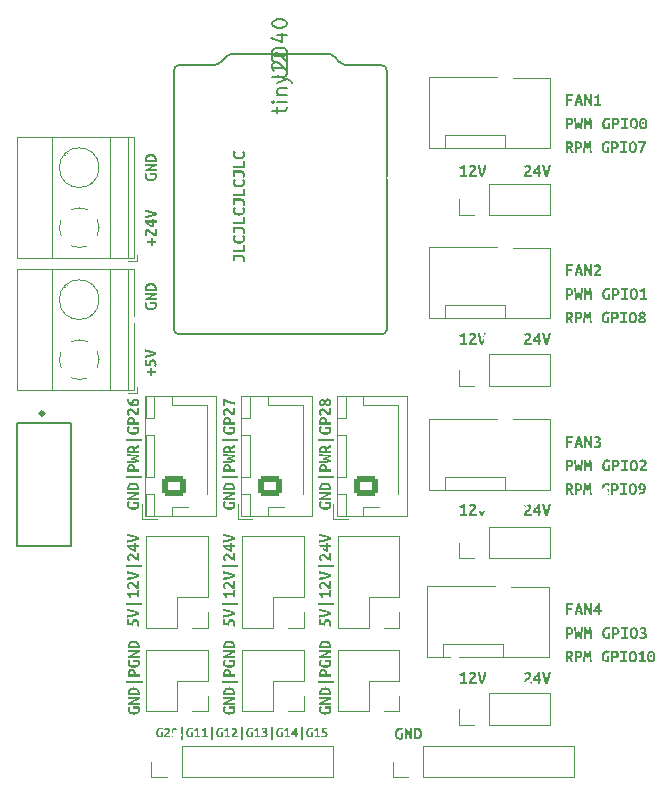
<source format=gbr>
%TF.GenerationSoftware,KiCad,Pcbnew,(6.0.5-0)*%
%TF.CreationDate,2022-09-01T07:50:41+02:00*%
%TF.ProjectId,tiny-fan,74696e79-2d66-4616-9e2e-6b696361645f,rev?*%
%TF.SameCoordinates,Original*%
%TF.FileFunction,Legend,Top*%
%TF.FilePolarity,Positive*%
%FSLAX46Y46*%
G04 Gerber Fmt 4.6, Leading zero omitted, Abs format (unit mm)*
G04 Created by KiCad (PCBNEW (6.0.5-0)) date 2022-09-01 07:50:41*
%MOMM*%
%LPD*%
G01*
G04 APERTURE LIST*
G04 Aperture macros list*
%AMRoundRect*
0 Rectangle with rounded corners*
0 $1 Rounding radius*
0 $2 $3 $4 $5 $6 $7 $8 $9 X,Y pos of 4 corners*
0 Add a 4 corners polygon primitive as box body*
4,1,4,$2,$3,$4,$5,$6,$7,$8,$9,$2,$3,0*
0 Add four circle primitives for the rounded corners*
1,1,$1+$1,$2,$3*
1,1,$1+$1,$4,$5*
1,1,$1+$1,$6,$7*
1,1,$1+$1,$8,$9*
0 Add four rect primitives between the rounded corners*
20,1,$1+$1,$2,$3,$4,$5,0*
20,1,$1+$1,$4,$5,$6,$7,0*
20,1,$1+$1,$6,$7,$8,$9,0*
20,1,$1+$1,$8,$9,$2,$3,0*%
G04 Aperture macros list end*
%ADD10C,0.150000*%
%ADD11C,0.120000*%
%ADD12C,0.127000*%
%ADD13C,0.300000*%
%ADD14C,0.200000*%
%ADD15R,1.700000X1.700000*%
%ADD16O,1.700000X1.700000*%
%ADD17R,1.730000X2.030000*%
%ADD18O,1.730000X2.030000*%
%ADD19C,5.700000*%
%ADD20RoundRect,0.250000X0.725000X-0.600000X0.725000X0.600000X-0.725000X0.600000X-0.725000X-0.600000X0*%
%ADD21O,1.950000X1.700000*%
%ADD22R,1.910000X1.910000*%
%ADD23C,1.910000*%
%ADD24R,2.600000X2.600000*%
%ADD25C,2.600000*%
%ADD26C,1.955800*%
%ADD27C,0.800000*%
G04 APERTURE END LIST*
D10*
%TO.C,U2*%
X36082523Y-16180400D02*
X37110619Y-16180400D01*
X37231571Y-16119923D01*
X37292047Y-16059447D01*
X37352523Y-15938495D01*
X37352523Y-15696590D01*
X37292047Y-15575638D01*
X37231571Y-15515161D01*
X37110619Y-15454685D01*
X36082523Y-15454685D01*
X36203476Y-14910400D02*
X36143000Y-14849923D01*
X36082523Y-14728971D01*
X36082523Y-14426590D01*
X36143000Y-14305638D01*
X36203476Y-14245161D01*
X36324428Y-14184685D01*
X36445380Y-14184685D01*
X36626809Y-14245161D01*
X37352523Y-14970876D01*
X37352523Y-14184685D01*
X36505857Y-19234447D02*
X36505857Y-18750638D01*
X36082523Y-19053019D02*
X37171095Y-19053019D01*
X37292047Y-18992542D01*
X37352523Y-18871590D01*
X37352523Y-18750638D01*
X37352523Y-18327304D02*
X36505857Y-18327304D01*
X36082523Y-18327304D02*
X36143000Y-18387781D01*
X36203476Y-18327304D01*
X36143000Y-18266828D01*
X36082523Y-18327304D01*
X36203476Y-18327304D01*
X36505857Y-17722542D02*
X37352523Y-17722542D01*
X36626809Y-17722542D02*
X36566333Y-17662066D01*
X36505857Y-17541114D01*
X36505857Y-17359685D01*
X36566333Y-17238733D01*
X36687285Y-17178257D01*
X37352523Y-17178257D01*
X36505857Y-16694447D02*
X37352523Y-16392066D01*
X36505857Y-16089685D02*
X37352523Y-16392066D01*
X37654904Y-16513019D01*
X37715380Y-16573495D01*
X37775857Y-16694447D01*
X36203476Y-15666352D02*
X36143000Y-15605876D01*
X36082523Y-15484923D01*
X36082523Y-15182542D01*
X36143000Y-15061590D01*
X36203476Y-15001114D01*
X36324428Y-14940638D01*
X36445380Y-14940638D01*
X36626809Y-15001114D01*
X37352523Y-15726828D01*
X37352523Y-14940638D01*
X36082523Y-14154447D02*
X36082523Y-14033495D01*
X36143000Y-13912542D01*
X36203476Y-13852066D01*
X36324428Y-13791590D01*
X36566333Y-13731114D01*
X36868714Y-13731114D01*
X37110619Y-13791590D01*
X37231571Y-13852066D01*
X37292047Y-13912542D01*
X37352523Y-14033495D01*
X37352523Y-14154447D01*
X37292047Y-14275400D01*
X37231571Y-14335876D01*
X37110619Y-14396352D01*
X36868714Y-14456828D01*
X36566333Y-14456828D01*
X36324428Y-14396352D01*
X36203476Y-14335876D01*
X36143000Y-14275400D01*
X36082523Y-14154447D01*
X36505857Y-12642542D02*
X37352523Y-12642542D01*
X36022047Y-12944923D02*
X36929190Y-13247304D01*
X36929190Y-12461114D01*
X36082523Y-11735400D02*
X36082523Y-11614447D01*
X36143000Y-11493495D01*
X36203476Y-11433019D01*
X36324428Y-11372542D01*
X36566333Y-11312066D01*
X36868714Y-11312066D01*
X37110619Y-11372542D01*
X37231571Y-11433019D01*
X37292047Y-11493495D01*
X37352523Y-11614447D01*
X37352523Y-11735400D01*
X37292047Y-11856352D01*
X37231571Y-11916828D01*
X37110619Y-11977304D01*
X36868714Y-12037781D01*
X36566333Y-12037781D01*
X36324428Y-11977304D01*
X36203476Y-11916828D01*
X36143000Y-11856352D01*
X36082523Y-11735400D01*
%TO.C,kibuzzard-63104730*%
G36*
X47005081Y-71286846D02*
G01*
X47083662Y-71306689D01*
X47138431Y-71330502D01*
X47170975Y-71349552D01*
X47120175Y-71505127D01*
X47034450Y-71465439D01*
X46929675Y-71447977D01*
X46812200Y-71473377D01*
X46733619Y-71544021D01*
X46689169Y-71651971D01*
X46679048Y-71718050D01*
X46675675Y-71790877D01*
X46681849Y-71898033D01*
X46700369Y-71984552D01*
X46731237Y-72050433D01*
X46799897Y-72112941D01*
X46894750Y-72133777D01*
X46932850Y-72132190D01*
X46970950Y-72127427D01*
X46970950Y-71768652D01*
X47166212Y-71768652D01*
X47166212Y-72259190D01*
X47057469Y-72287765D01*
X46975911Y-72299671D01*
X46878875Y-72303640D01*
X46791364Y-72295504D01*
X46712981Y-72271096D01*
X46644520Y-72230615D01*
X46586775Y-72174258D01*
X46540341Y-72102027D01*
X46505812Y-72013921D01*
X46484381Y-71910138D01*
X46477237Y-71790877D01*
X46485572Y-71672807D01*
X46510575Y-71569421D01*
X46549866Y-71481116D01*
X46601062Y-71408289D01*
X46663372Y-71351338D01*
X46736000Y-71310658D01*
X46816566Y-71286250D01*
X46902687Y-71278114D01*
X47005081Y-71286846D01*
G37*
G36*
X48435220Y-71296371D02*
G01*
X48519556Y-71317802D01*
X48593573Y-71354513D01*
X48655288Y-71407496D01*
X48704698Y-71476949D01*
X48741806Y-71563071D01*
X48765023Y-71667250D01*
X48772763Y-71790877D01*
X48764230Y-71917282D01*
X48738631Y-72023446D01*
X48697952Y-72110560D01*
X48644175Y-72179815D01*
X48578095Y-72232004D01*
X48500506Y-72267921D01*
X48412995Y-72288757D01*
X48317150Y-72295702D01*
X48214756Y-72290146D01*
X48107600Y-72271890D01*
X48107600Y-72124252D01*
X48302863Y-72124252D01*
X48320325Y-72125840D01*
X48337788Y-72125840D01*
X48449706Y-72100440D01*
X48522731Y-72030590D01*
X48562419Y-71925021D01*
X48571348Y-71860925D01*
X48574325Y-71790877D01*
X48564800Y-71667052D01*
X48531463Y-71560689D01*
X48466375Y-71486871D01*
X48360013Y-71459089D01*
X48331438Y-71459883D01*
X48302863Y-71463852D01*
X48302863Y-72124252D01*
X48107600Y-72124252D01*
X48107600Y-71313039D01*
X48233013Y-71293989D01*
X48342550Y-71289227D01*
X48435220Y-71296371D01*
G37*
G36*
X47502762Y-71373166D02*
G01*
X47547212Y-71451946D01*
X47591067Y-71533504D01*
X47633731Y-71614664D01*
X47674213Y-71694436D01*
X47711519Y-71771827D01*
X47744658Y-71843265D01*
X47772638Y-71905177D01*
X47772638Y-71300339D01*
X47948850Y-71300339D01*
X47948850Y-72283002D01*
X47791688Y-72283002D01*
X47745915Y-72174082D01*
X47697496Y-72065338D01*
X47646431Y-71956771D01*
X47592721Y-71848203D01*
X47536365Y-71739460D01*
X47477362Y-71630539D01*
X47477362Y-72283002D01*
X47301150Y-72283002D01*
X47301150Y-71300339D01*
X47458312Y-71300339D01*
X47502762Y-71373166D01*
G37*
D11*
%TO.C,J5*%
X48895000Y-75498000D02*
X61655000Y-75498000D01*
X47625000Y-75498000D02*
X46295000Y-75498000D01*
X46295000Y-75498000D02*
X46295000Y-74168000D01*
X48895000Y-75498000D02*
X48895000Y-72838000D01*
X61655000Y-75498000D02*
X61655000Y-72838000D01*
X48895000Y-72838000D02*
X61655000Y-72838000D01*
%TO.C,J4*%
X28448000Y-75498000D02*
X41208000Y-75498000D01*
X27178000Y-75498000D02*
X25848000Y-75498000D01*
X25848000Y-75498000D02*
X25848000Y-74168000D01*
X28448000Y-75498000D02*
X28448000Y-72838000D01*
X41208000Y-75498000D02*
X41208000Y-72838000D01*
X28448000Y-72838000D02*
X41208000Y-72838000D01*
%TO.C,FAN1*%
X59648000Y-16251000D02*
X59648000Y-22201000D01*
X55778000Y-21091000D02*
X55778000Y-22101000D01*
X50698000Y-22101000D02*
X50698000Y-21091000D01*
X49348000Y-22201000D02*
X49348000Y-16201000D01*
X50698000Y-21091000D02*
X55778000Y-21091000D01*
X56448000Y-16251000D02*
X59648000Y-16251000D01*
X59648000Y-22201000D02*
X49348000Y-22201000D01*
X49348000Y-16201000D02*
X55098000Y-16201000D01*
%TO.C,kibuzzard-62F425B31*%
G36*
X26299238Y-34636312D02*
G01*
X26190318Y-34682085D01*
X26081574Y-34730504D01*
X25973007Y-34781569D01*
X25864439Y-34835279D01*
X25755696Y-34891635D01*
X25646775Y-34950638D01*
X26299238Y-34950638D01*
X26299238Y-35126850D01*
X25316575Y-35126850D01*
X25316575Y-34969688D01*
X25389402Y-34925238D01*
X25468182Y-34880788D01*
X25549740Y-34836933D01*
X25630900Y-34794269D01*
X25710672Y-34753787D01*
X25788063Y-34716481D01*
X25859501Y-34683342D01*
X25921413Y-34655362D01*
X25316575Y-34655362D01*
X25316575Y-34479150D01*
X26299238Y-34479150D01*
X26299238Y-34636312D01*
G37*
G36*
X25521363Y-35307825D02*
G01*
X25481675Y-35393550D01*
X25464213Y-35498325D01*
X25489613Y-35615800D01*
X25560257Y-35694381D01*
X25668207Y-35738831D01*
X25734286Y-35748952D01*
X25807113Y-35752325D01*
X25914269Y-35746151D01*
X26000788Y-35727631D01*
X26066669Y-35696763D01*
X26129177Y-35628103D01*
X26150013Y-35533250D01*
X26148426Y-35495150D01*
X26143663Y-35457050D01*
X25784888Y-35457050D01*
X25784888Y-35261788D01*
X26275426Y-35261788D01*
X26304001Y-35370531D01*
X26315907Y-35452089D01*
X26319876Y-35549125D01*
X26311740Y-35636636D01*
X26287332Y-35715019D01*
X26246851Y-35783480D01*
X26190494Y-35841225D01*
X26118263Y-35887659D01*
X26030157Y-35922188D01*
X25926374Y-35943619D01*
X25807113Y-35950763D01*
X25689043Y-35942428D01*
X25585657Y-35917425D01*
X25497352Y-35878134D01*
X25424525Y-35826938D01*
X25367574Y-35764628D01*
X25326894Y-35692000D01*
X25302486Y-35611434D01*
X25294350Y-35525313D01*
X25303082Y-35422919D01*
X25322925Y-35344338D01*
X25346738Y-35289569D01*
X25365788Y-35257025D01*
X25521363Y-35307825D01*
G37*
G36*
X25933518Y-33663770D02*
G01*
X26039682Y-33689369D01*
X26126796Y-33730048D01*
X26196051Y-33783825D01*
X26248240Y-33849905D01*
X26284157Y-33927494D01*
X26304993Y-34015005D01*
X26311938Y-34110850D01*
X26306382Y-34213244D01*
X26288126Y-34320400D01*
X25329275Y-34320400D01*
X25310225Y-34194987D01*
X25305463Y-34085450D01*
X25306809Y-34067987D01*
X25475325Y-34067987D01*
X25476119Y-34096562D01*
X25480088Y-34125137D01*
X26140488Y-34125137D01*
X26142076Y-34107675D01*
X26142076Y-34090212D01*
X26116676Y-33978294D01*
X26046826Y-33905269D01*
X25941257Y-33865581D01*
X25877161Y-33856652D01*
X25807113Y-33853675D01*
X25683288Y-33863200D01*
X25576925Y-33896537D01*
X25503107Y-33961625D01*
X25475325Y-34067987D01*
X25306809Y-34067987D01*
X25312607Y-33992780D01*
X25334038Y-33908444D01*
X25370749Y-33834427D01*
X25423732Y-33772712D01*
X25493185Y-33723302D01*
X25579307Y-33686194D01*
X25683486Y-33662977D01*
X25807113Y-33655237D01*
X25933518Y-33663770D01*
G37*
%TO.C,FAN2*%
X49348000Y-30628000D02*
X55098000Y-30628000D01*
X50698000Y-35518000D02*
X55778000Y-35518000D01*
X56448000Y-30678000D02*
X59648000Y-30678000D01*
X49348000Y-36628000D02*
X49348000Y-30628000D01*
X59648000Y-30678000D02*
X59648000Y-36628000D01*
X59648000Y-36628000D02*
X49348000Y-36628000D01*
X50698000Y-36528000D02*
X50698000Y-35518000D01*
X55778000Y-35518000D02*
X55778000Y-36528000D01*
%TO.C,kibuzzard-630F9193*%
G36*
X40285987Y-45845412D02*
G01*
X40246300Y-45931137D01*
X40228837Y-46035912D01*
X40254237Y-46153387D01*
X40324881Y-46231969D01*
X40432831Y-46276419D01*
X40498911Y-46286539D01*
X40571737Y-46289912D01*
X40678894Y-46283739D01*
X40765413Y-46265218D01*
X40831294Y-46234350D01*
X40893802Y-46165691D01*
X40914638Y-46070837D01*
X40913050Y-46032737D01*
X40908288Y-45994637D01*
X40549512Y-45994637D01*
X40549512Y-45799375D01*
X41040050Y-45799375D01*
X41068625Y-45908119D01*
X41080531Y-45989677D01*
X41084500Y-46086712D01*
X41076364Y-46174223D01*
X41051956Y-46252606D01*
X41011475Y-46321067D01*
X40955119Y-46378812D01*
X40882888Y-46425247D01*
X40794781Y-46459775D01*
X40690998Y-46481206D01*
X40571737Y-46488350D01*
X40453667Y-46480016D01*
X40350281Y-46455012D01*
X40261977Y-46415722D01*
X40189150Y-46364525D01*
X40132198Y-46302216D01*
X40091519Y-46229587D01*
X40067111Y-46149022D01*
X40058975Y-46062900D01*
X40067706Y-45960506D01*
X40087550Y-45881925D01*
X40111362Y-45827156D01*
X40130412Y-45794612D01*
X40285987Y-45845412D01*
G37*
G36*
X40104307Y-49138240D02*
G01*
X40147081Y-49060100D01*
X40209258Y-49002774D01*
X40293131Y-48968378D01*
X40398700Y-48956913D01*
X40505327Y-48968466D01*
X40590258Y-49003126D01*
X40653494Y-49060894D01*
X40697150Y-49139828D01*
X40723344Y-49237988D01*
X40732075Y-49355375D01*
X40732075Y-49425225D01*
X41063863Y-49425225D01*
X41063863Y-49620488D01*
X40093900Y-49620488D01*
X40082787Y-49556194D01*
X40075644Y-49483963D01*
X40071675Y-49412525D01*
X40070087Y-49350613D01*
X40071733Y-49328388D01*
X40239950Y-49328388D01*
X40240744Y-49376806D01*
X40244712Y-49425225D01*
X40562212Y-49425225D01*
X40562212Y-49345850D01*
X40552886Y-49263697D01*
X40524906Y-49204563D01*
X40474305Y-49168844D01*
X40397112Y-49156938D01*
X40323889Y-49168645D01*
X40275669Y-49203769D01*
X40248880Y-49258339D01*
X40239950Y-49328388D01*
X40071733Y-49328388D01*
X40078642Y-49235078D01*
X40104307Y-49138240D01*
G37*
G36*
X41325800Y-50199925D02*
G01*
X39954200Y-50199925D01*
X39954200Y-50003075D01*
X41325800Y-50003075D01*
X41325800Y-50199925D01*
G37*
G36*
X41063863Y-51523900D02*
G01*
X40954942Y-51569673D01*
X40846199Y-51618092D01*
X40737631Y-51669156D01*
X40629064Y-51722867D01*
X40520320Y-51779223D01*
X40411400Y-51838225D01*
X41063863Y-51838225D01*
X41063863Y-52014438D01*
X40081200Y-52014438D01*
X40081200Y-51857275D01*
X40154027Y-51812825D01*
X40232806Y-51768375D01*
X40314364Y-51724520D01*
X40395525Y-51681856D01*
X40475297Y-51641375D01*
X40552687Y-51604069D01*
X40624125Y-51570930D01*
X40686038Y-51542950D01*
X40081200Y-51542950D01*
X40081200Y-51366738D01*
X41063863Y-51366738D01*
X41063863Y-51523900D01*
G37*
G36*
X40285987Y-52195413D02*
G01*
X40246300Y-52281138D01*
X40228837Y-52385913D01*
X40254237Y-52503388D01*
X40324881Y-52581969D01*
X40432831Y-52626419D01*
X40498911Y-52636539D01*
X40571737Y-52639913D01*
X40678894Y-52633739D01*
X40765413Y-52615218D01*
X40831294Y-52584350D01*
X40893802Y-52515691D01*
X40914638Y-52420838D01*
X40913050Y-52382738D01*
X40908288Y-52344638D01*
X40549512Y-52344638D01*
X40549512Y-52149375D01*
X41040050Y-52149375D01*
X41068625Y-52258119D01*
X41080531Y-52339677D01*
X41084500Y-52436713D01*
X41076364Y-52524223D01*
X41051956Y-52602606D01*
X41011475Y-52671067D01*
X40955119Y-52728813D01*
X40882888Y-52775247D01*
X40794781Y-52809775D01*
X40690998Y-52831206D01*
X40571737Y-52838350D01*
X40453667Y-52830016D01*
X40350281Y-52805013D01*
X40261977Y-52765722D01*
X40189150Y-52714525D01*
X40132198Y-52652216D01*
X40091519Y-52579588D01*
X40067111Y-52499022D01*
X40058975Y-52412900D01*
X40067706Y-52310506D01*
X40087550Y-52231925D01*
X40111362Y-52177156D01*
X40130412Y-52144613D01*
X40285987Y-52195413D01*
G37*
G36*
X40104307Y-45169490D02*
G01*
X40147081Y-45091350D01*
X40209258Y-45034024D01*
X40293131Y-44999628D01*
X40398700Y-44988162D01*
X40505327Y-44999716D01*
X40590258Y-45034376D01*
X40653494Y-45092144D01*
X40697150Y-45171078D01*
X40723344Y-45269238D01*
X40732075Y-45386625D01*
X40732075Y-45456475D01*
X41063863Y-45456475D01*
X41063863Y-45651737D01*
X40093900Y-45651737D01*
X40082787Y-45587444D01*
X40075644Y-45515212D01*
X40071675Y-45443775D01*
X40070087Y-45381862D01*
X40071733Y-45359637D01*
X40239950Y-45359637D01*
X40240744Y-45408056D01*
X40244712Y-45456475D01*
X40562212Y-45456475D01*
X40562212Y-45377100D01*
X40552886Y-45294947D01*
X40524906Y-45235812D01*
X40474305Y-45200094D01*
X40397112Y-45188187D01*
X40323889Y-45199895D01*
X40275669Y-45235019D01*
X40248880Y-45289589D01*
X40239950Y-45359637D01*
X40071733Y-45359637D01*
X40078642Y-45266328D01*
X40104307Y-45169490D01*
G37*
G36*
X40089137Y-47626588D02*
G01*
X40113347Y-47563087D01*
X40147875Y-47509112D01*
X40248681Y-47433706D01*
X40315158Y-47414061D01*
X40392350Y-47407512D01*
X40474106Y-47416244D01*
X40547925Y-47442437D01*
X40609441Y-47488872D01*
X40654288Y-47558325D01*
X40745569Y-47501175D01*
X40850344Y-47442437D01*
X40959881Y-47387669D01*
X41063863Y-47342425D01*
X41063863Y-47547212D01*
X40970398Y-47586702D01*
X40880506Y-47632144D01*
X40791805Y-47682348D01*
X40701913Y-47736125D01*
X40701913Y-47837725D01*
X41063863Y-47837725D01*
X41063863Y-48032987D01*
X40095487Y-48032987D01*
X40083581Y-47970281D01*
X40075644Y-47901225D01*
X40071675Y-47834550D01*
X40070087Y-47778987D01*
X40239950Y-47778987D01*
X40240744Y-47805975D01*
X40244712Y-47837725D01*
X40539987Y-47837725D01*
X40539987Y-47794862D01*
X40530264Y-47708741D01*
X40501094Y-47650400D01*
X40390762Y-47605950D01*
X40323294Y-47617856D01*
X40276462Y-47653575D01*
X40249078Y-47708741D01*
X40239950Y-47778987D01*
X40070087Y-47778987D01*
X40074850Y-47698819D01*
X40089137Y-47626588D01*
G37*
G36*
X40698142Y-50551358D02*
G01*
X40804306Y-50576956D01*
X40891420Y-50617636D01*
X40960675Y-50671413D01*
X41012864Y-50737492D01*
X41048781Y-50815081D01*
X41069617Y-50902592D01*
X41076563Y-50998438D01*
X41071006Y-51100831D01*
X41052750Y-51207988D01*
X40093900Y-51207988D01*
X40074850Y-51082575D01*
X40070087Y-50973038D01*
X40071433Y-50955575D01*
X40239950Y-50955575D01*
X40240744Y-50984150D01*
X40244712Y-51012725D01*
X40905113Y-51012725D01*
X40906700Y-50995263D01*
X40906700Y-50977800D01*
X40881300Y-50865881D01*
X40811450Y-50792856D01*
X40705881Y-50753169D01*
X40641786Y-50744239D01*
X40571737Y-50741263D01*
X40447912Y-50750788D01*
X40341550Y-50784125D01*
X40267731Y-50849213D01*
X40239950Y-50955575D01*
X40071433Y-50955575D01*
X40077231Y-50880367D01*
X40098662Y-50796031D01*
X40135373Y-50722014D01*
X40188356Y-50660300D01*
X40257809Y-50610889D01*
X40343931Y-50573781D01*
X40448111Y-50550564D01*
X40571737Y-50542825D01*
X40698142Y-50551358D01*
G37*
G36*
X40448706Y-43475275D02*
G01*
X40509230Y-43518137D01*
X40559037Y-43580050D01*
X40613806Y-43502858D01*
X40673338Y-43452256D01*
X40738425Y-43424277D01*
X40809863Y-43414950D01*
X40906700Y-43433206D01*
X40994806Y-43491944D01*
X41059100Y-43597512D01*
X41078150Y-43670141D01*
X41084500Y-43757850D01*
X41079936Y-43829089D01*
X41066244Y-43893581D01*
X41013856Y-43998356D01*
X40929719Y-44065825D01*
X40817800Y-44089637D01*
X40745370Y-44080906D01*
X40677306Y-44054713D01*
X40615195Y-44009866D01*
X40560625Y-43945175D01*
X40511412Y-44003912D01*
X40459025Y-44040425D01*
X40344725Y-44065825D01*
X40245506Y-44049156D01*
X40152637Y-43995975D01*
X40084375Y-43899137D01*
X40064134Y-43831669D01*
X40057649Y-43753087D01*
X40219312Y-43753087D01*
X40247887Y-43842781D01*
X40332025Y-43881675D01*
X40422512Y-43845162D01*
X40443887Y-43815000D01*
X40625712Y-43815000D01*
X40707469Y-43883262D01*
X40793988Y-43907075D01*
X40890031Y-43861831D01*
X40922575Y-43754675D01*
X40888444Y-43641169D01*
X40806688Y-43599100D01*
X40751125Y-43611006D01*
X40707469Y-43649106D01*
X40667781Y-43716575D01*
X40625712Y-43815000D01*
X40443887Y-43815000D01*
X40458231Y-43794759D01*
X40495537Y-43716575D01*
X40415369Y-43646725D01*
X40330437Y-43626087D01*
X40247094Y-43663394D01*
X40219312Y-43753087D01*
X40057649Y-43753087D01*
X40057387Y-43749912D01*
X40074850Y-43623111D01*
X40127237Y-43525281D01*
X40208994Y-43462773D01*
X40314562Y-43441937D01*
X40382230Y-43450272D01*
X40448706Y-43475275D01*
G37*
G36*
X40203636Y-48159988D02*
G01*
X40329644Y-48164750D01*
X40457041Y-48169909D01*
X40583644Y-48175863D01*
X40708858Y-48182808D01*
X40832088Y-48190944D01*
X40951150Y-48200270D01*
X41063863Y-48210788D01*
X41063863Y-48372713D01*
X40960080Y-48407638D01*
X40848756Y-48442563D01*
X40736242Y-48477488D01*
X40628887Y-48512413D01*
X40733266Y-48548131D01*
X40846375Y-48585438D01*
X40959484Y-48621950D01*
X41063863Y-48655288D01*
X41063863Y-48817213D01*
X40950952Y-48829119D01*
X40831294Y-48839438D01*
X40707469Y-48848367D01*
X40582056Y-48856106D01*
X40455453Y-48862655D01*
X40328056Y-48868013D01*
X40202445Y-48872378D01*
X40081200Y-48875950D01*
X40081200Y-48694975D01*
X40176450Y-48696563D01*
X40274875Y-48698150D01*
X40374689Y-48699738D01*
X40474106Y-48701325D01*
X40572134Y-48702913D01*
X40667781Y-48704500D01*
X40759261Y-48705691D01*
X40844788Y-48706088D01*
X40733663Y-48673544D01*
X40614600Y-48638619D01*
X40506650Y-48607663D01*
X40428862Y-48585438D01*
X40428862Y-48442563D01*
X40503475Y-48423513D01*
X40601900Y-48395731D01*
X40717788Y-48362394D01*
X40844788Y-48326675D01*
X40759261Y-48327072D01*
X40667781Y-48328263D01*
X40572333Y-48329850D01*
X40474900Y-48331438D01*
X40375880Y-48333025D01*
X40275669Y-48334613D01*
X40176648Y-48335803D01*
X40081200Y-48336200D01*
X40081200Y-48155225D01*
X40203636Y-48159988D01*
G37*
G36*
X41325800Y-47024925D02*
G01*
X39954200Y-47024925D01*
X39954200Y-46828075D01*
X41325800Y-46828075D01*
X41325800Y-47024925D01*
G37*
G36*
X41063863Y-44851637D02*
G01*
X41024175Y-44855606D01*
X40990838Y-44854812D01*
X40914638Y-44847470D01*
X40844788Y-44825444D01*
X40780692Y-44792106D01*
X40721756Y-44750831D01*
X40667384Y-44704000D01*
X40616981Y-44653994D01*
X40569555Y-44603987D01*
X40524112Y-44557156D01*
X40438387Y-44482544D01*
X40354250Y-44453175D01*
X40261381Y-44489687D01*
X40228837Y-44581762D01*
X40251062Y-44678600D01*
X40325675Y-44778612D01*
X40189150Y-44875450D01*
X40131206Y-44806989D01*
X40090725Y-44728606D01*
X40066912Y-44645461D01*
X40058975Y-44562712D01*
X40076437Y-44446825D01*
X40128825Y-44348400D01*
X40216931Y-44280137D01*
X40339962Y-44254737D01*
X40437594Y-44273787D01*
X40528875Y-44324587D01*
X40614600Y-44396025D01*
X40693975Y-44476987D01*
X40739219Y-44524612D01*
X40793194Y-44575412D01*
X40849550Y-44615894D01*
X40901938Y-44632562D01*
X40901938Y-44210287D01*
X41063863Y-44210287D01*
X41063863Y-44851637D01*
G37*
%TO.C,kibuzzard-630F922D*%
G36*
X34318575Y-71297165D02*
G01*
X34381440Y-71313040D01*
X34425255Y-71332090D01*
X34451290Y-71347330D01*
X34410650Y-71471790D01*
X34342070Y-71440040D01*
X34258250Y-71426070D01*
X34164270Y-71446390D01*
X34101405Y-71502905D01*
X34065845Y-71589265D01*
X34057749Y-71642129D01*
X34055050Y-71700390D01*
X34059989Y-71786115D01*
X34074806Y-71855330D01*
X34099500Y-71908035D01*
X34154428Y-71958041D01*
X34230310Y-71974710D01*
X34260790Y-71973440D01*
X34291270Y-71969630D01*
X34291270Y-71682610D01*
X34447480Y-71682610D01*
X34447480Y-72075040D01*
X34360485Y-72097900D01*
X34295239Y-72107425D01*
X34217610Y-72110600D01*
X34147601Y-72104091D01*
X34084895Y-72084565D01*
X34030126Y-72052180D01*
X33983930Y-72007095D01*
X33946783Y-71949310D01*
X33919160Y-71878825D01*
X33902015Y-71795799D01*
X33896300Y-71700390D01*
X33902968Y-71605934D01*
X33922970Y-71523225D01*
X33954403Y-71452581D01*
X33995360Y-71394320D01*
X34045208Y-71348759D01*
X34103310Y-71316215D01*
X34167763Y-71296689D01*
X34236660Y-71290180D01*
X34318575Y-71297165D01*
G37*
G36*
X32989520Y-71304150D02*
G01*
X33068260Y-71346060D01*
X33122870Y-71416545D01*
X33143190Y-71514970D01*
X33127950Y-71593075D01*
X33087310Y-71666100D01*
X33030160Y-71734680D01*
X32965390Y-71798180D01*
X32927290Y-71834375D01*
X32886650Y-71877555D01*
X32854265Y-71922640D01*
X32840930Y-71964550D01*
X33178750Y-71964550D01*
X33178750Y-72094090D01*
X32665670Y-72094090D01*
X32662495Y-72062340D01*
X32663130Y-72035670D01*
X32669004Y-71974710D01*
X32686625Y-71918830D01*
X32713295Y-71867554D01*
X32746315Y-71820405D01*
X32783780Y-71776908D01*
X32823785Y-71736585D01*
X32863790Y-71698644D01*
X32901255Y-71662290D01*
X32960945Y-71593710D01*
X32984440Y-71526400D01*
X32955230Y-71452105D01*
X32881570Y-71426070D01*
X32804100Y-71443850D01*
X32724090Y-71503540D01*
X32646620Y-71394320D01*
X32701389Y-71347965D01*
X32764095Y-71315580D01*
X32830611Y-71296530D01*
X32896810Y-71290180D01*
X32989520Y-71304150D01*
G37*
G36*
X31778575Y-71297165D02*
G01*
X31841440Y-71313040D01*
X31885255Y-71332090D01*
X31911290Y-71347330D01*
X31870650Y-71471790D01*
X31802070Y-71440040D01*
X31718250Y-71426070D01*
X31624270Y-71446390D01*
X31561405Y-71502905D01*
X31525845Y-71589265D01*
X31517749Y-71642129D01*
X31515050Y-71700390D01*
X31519989Y-71786115D01*
X31534806Y-71855330D01*
X31559500Y-71908035D01*
X31614427Y-71958041D01*
X31690310Y-71974710D01*
X31720790Y-71973440D01*
X31751270Y-71969630D01*
X31751270Y-71682610D01*
X31907480Y-71682610D01*
X31907480Y-72075040D01*
X31820485Y-72097900D01*
X31755239Y-72107425D01*
X31677610Y-72110600D01*
X31607601Y-72104091D01*
X31544895Y-72084565D01*
X31490126Y-72052180D01*
X31443930Y-72007095D01*
X31406782Y-71949310D01*
X31379160Y-71878825D01*
X31362015Y-71795799D01*
X31356300Y-71700390D01*
X31362967Y-71605934D01*
X31382970Y-71523225D01*
X31414402Y-71452581D01*
X31455360Y-71394320D01*
X31505207Y-71348759D01*
X31563310Y-71316215D01*
X31627762Y-71296689D01*
X31696660Y-71290180D01*
X31778575Y-71297165D01*
G37*
G36*
X27706320Y-71786115D02*
G01*
X27627580Y-71732140D01*
X27583130Y-71652765D01*
X27569160Y-71555610D01*
X27569592Y-71553070D01*
X27721560Y-71553070D01*
X27749500Y-71644510D01*
X27786965Y-71668322D01*
X27843480Y-71676260D01*
X27894280Y-71671180D01*
X27937460Y-71657210D01*
X27939365Y-71632445D01*
X27940000Y-71603870D01*
X27934285Y-71539735D01*
X27915235Y-71480680D01*
X27879675Y-71437500D01*
X27824430Y-71420990D01*
X27776805Y-71431785D01*
X27745055Y-71460360D01*
X27727275Y-71502270D01*
X27721560Y-71553070D01*
X27569592Y-71553070D01*
X27585035Y-71462265D01*
X27632025Y-71375905D01*
X27710130Y-71312405D01*
X27761247Y-71293831D01*
X27820620Y-71287640D01*
X27901759Y-71297518D01*
X27969069Y-71327151D01*
X28022550Y-71376540D01*
X28061356Y-71443568D01*
X28084639Y-71526118D01*
X28092400Y-71624190D01*
X28084145Y-71731981D01*
X28059380Y-71826755D01*
X28019216Y-71907876D01*
X27964765Y-71974710D01*
X27896820Y-72027256D01*
X27816175Y-72065515D01*
X27724259Y-72088851D01*
X27622500Y-72096630D01*
X27617420Y-71962010D01*
X27713622Y-71950421D01*
X27799030Y-71918195D01*
X27867292Y-71863426D01*
X27912060Y-71784210D01*
X27823160Y-71805800D01*
X27759660Y-71800879D01*
X27706320Y-71786115D01*
G37*
G36*
X38275260Y-71780400D02*
G01*
X38275260Y-71908670D01*
X38190170Y-71908670D01*
X38190170Y-72094090D01*
X38033960Y-72094090D01*
X38033960Y-71908670D01*
X37706300Y-71908670D01*
X37706300Y-71794370D01*
X37713600Y-71780400D01*
X37856160Y-71780400D01*
X38033960Y-71780400D01*
X38033960Y-71503540D01*
X37986970Y-71565770D01*
X37939345Y-71634985D01*
X37894260Y-71708010D01*
X37856160Y-71780400D01*
X37713600Y-71780400D01*
X37733923Y-71741506D01*
X37768530Y-71681975D01*
X37808535Y-71618316D01*
X37852350Y-71553070D01*
X37899340Y-71487506D01*
X37948870Y-71422895D01*
X37999670Y-71362094D01*
X38050470Y-71307960D01*
X38190170Y-71307960D01*
X38190170Y-71780400D01*
X38275260Y-71780400D01*
G37*
G36*
X28544520Y-72303640D02*
G01*
X28387040Y-72303640D01*
X28387040Y-71206360D01*
X28544520Y-71206360D01*
X28544520Y-72303640D01*
G37*
G36*
X38704520Y-72303640D02*
G01*
X38547040Y-72303640D01*
X38547040Y-71206360D01*
X38704520Y-71206360D01*
X38704520Y-72303640D01*
G37*
G36*
X29238575Y-71297165D02*
G01*
X29301440Y-71313040D01*
X29345255Y-71332090D01*
X29371290Y-71347330D01*
X29330650Y-71471790D01*
X29262070Y-71440040D01*
X29178250Y-71426070D01*
X29084270Y-71446390D01*
X29021405Y-71502905D01*
X28985845Y-71589265D01*
X28977749Y-71642129D01*
X28975050Y-71700390D01*
X28979989Y-71786115D01*
X28994806Y-71855330D01*
X29019500Y-71908035D01*
X29074427Y-71958041D01*
X29150310Y-71974710D01*
X29180790Y-71973440D01*
X29211270Y-71969630D01*
X29211270Y-71682610D01*
X29367480Y-71682610D01*
X29367480Y-72075040D01*
X29280485Y-72097900D01*
X29215239Y-72107425D01*
X29137610Y-72110600D01*
X29067601Y-72104091D01*
X29004895Y-72084565D01*
X28950126Y-72052180D01*
X28903930Y-72007095D01*
X28866782Y-71949310D01*
X28839160Y-71878825D01*
X28822015Y-71795799D01*
X28816300Y-71700390D01*
X28822967Y-71605934D01*
X28842970Y-71523225D01*
X28874402Y-71452581D01*
X28915360Y-71394320D01*
X28965207Y-71348759D01*
X29023310Y-71316215D01*
X29087762Y-71296689D01*
X29156660Y-71290180D01*
X29238575Y-71297165D01*
G37*
G36*
X36164520Y-72303640D02*
G01*
X36007040Y-72303640D01*
X36007040Y-71206360D01*
X36164520Y-71206360D01*
X36164520Y-72303640D01*
G37*
G36*
X33624520Y-72303640D02*
G01*
X33467040Y-72303640D01*
X33467040Y-71206360D01*
X33624520Y-71206360D01*
X33624520Y-72303640D01*
G37*
G36*
X36858575Y-71297165D02*
G01*
X36921440Y-71313040D01*
X36965255Y-71332090D01*
X36991290Y-71347330D01*
X36950650Y-71471790D01*
X36882070Y-71440040D01*
X36798250Y-71426070D01*
X36704270Y-71446390D01*
X36641405Y-71502905D01*
X36605845Y-71589265D01*
X36597749Y-71642129D01*
X36595050Y-71700390D01*
X36599989Y-71786115D01*
X36614806Y-71855330D01*
X36639500Y-71908035D01*
X36694428Y-71958041D01*
X36770310Y-71974710D01*
X36800790Y-71973440D01*
X36831270Y-71969630D01*
X36831270Y-71682610D01*
X36987480Y-71682610D01*
X36987480Y-72075040D01*
X36900485Y-72097900D01*
X36835239Y-72107425D01*
X36757610Y-72110600D01*
X36687601Y-72104091D01*
X36624895Y-72084565D01*
X36570126Y-72052180D01*
X36523930Y-72007095D01*
X36486783Y-71949310D01*
X36459160Y-71878825D01*
X36442015Y-71795799D01*
X36436300Y-71700390D01*
X36442968Y-71605934D01*
X36462970Y-71523225D01*
X36494403Y-71452581D01*
X36535360Y-71394320D01*
X36585208Y-71348759D01*
X36643310Y-71316215D01*
X36707763Y-71296689D01*
X36776660Y-71290180D01*
X36858575Y-71297165D01*
G37*
G36*
X32383730Y-71964550D02*
G01*
X32539940Y-71964550D01*
X32539940Y-72094090D01*
X32062420Y-72094090D01*
X32062420Y-71964550D01*
X32227520Y-71964550D01*
X32227520Y-71525130D01*
X32146240Y-71570215D01*
X32068770Y-71601330D01*
X32017970Y-71471790D01*
X32084010Y-71442580D01*
X32155130Y-71403210D01*
X32222440Y-71357490D01*
X32277050Y-71307960D01*
X32383730Y-71307960D01*
X32383730Y-71964550D01*
G37*
G36*
X27274520Y-71304150D02*
G01*
X27353260Y-71346060D01*
X27407870Y-71416545D01*
X27428190Y-71514970D01*
X27412950Y-71593075D01*
X27372310Y-71666100D01*
X27315160Y-71734680D01*
X27250390Y-71798180D01*
X27212290Y-71834375D01*
X27171650Y-71877555D01*
X27139265Y-71922640D01*
X27125930Y-71964550D01*
X27463750Y-71964550D01*
X27463750Y-72094090D01*
X26950670Y-72094090D01*
X26947495Y-72062340D01*
X26948130Y-72035670D01*
X26954004Y-71974710D01*
X26971625Y-71918830D01*
X26998295Y-71867554D01*
X27031315Y-71820405D01*
X27068780Y-71776908D01*
X27108785Y-71736585D01*
X27148790Y-71698644D01*
X27186255Y-71662290D01*
X27245945Y-71593710D01*
X27269440Y-71526400D01*
X27240230Y-71452105D01*
X27166570Y-71426070D01*
X27089100Y-71443850D01*
X27009090Y-71503540D01*
X26931620Y-71394320D01*
X26986389Y-71347965D01*
X27049095Y-71315580D01*
X27115611Y-71296530D01*
X27181810Y-71290180D01*
X27274520Y-71304150D01*
G37*
G36*
X35478244Y-71294307D02*
G01*
X35531425Y-71306690D01*
X35612070Y-71353045D01*
X35659060Y-71423530D01*
X35674300Y-71511160D01*
X35647630Y-71601330D01*
X35576510Y-71667370D01*
X35630644Y-71698802D01*
X35671125Y-71742300D01*
X35696366Y-71796593D01*
X35704780Y-71860410D01*
X35687000Y-71960740D01*
X35632390Y-72040115D01*
X35590480Y-72069960D01*
X35538410Y-72092185D01*
X35475863Y-72105996D01*
X35402520Y-72110600D01*
X35340925Y-72106155D01*
X35278695Y-72095360D01*
X35223450Y-72081390D01*
X35184080Y-72067420D01*
X35214560Y-71936610D01*
X35290125Y-71963280D01*
X35341084Y-71973758D01*
X35401250Y-71977250D01*
X35469354Y-71968678D01*
X35513645Y-71942960D01*
X35546030Y-71857870D01*
X35533647Y-71805006D01*
X35496500Y-71770875D01*
X35440303Y-71752301D01*
X35370770Y-71746110D01*
X35322510Y-71746110D01*
X35322510Y-71616570D01*
X35380930Y-71616570D01*
X35429190Y-71611490D01*
X35472370Y-71594980D01*
X35503485Y-71564500D01*
X35515550Y-71516240D01*
X35489515Y-71448295D01*
X35417760Y-71423530D01*
X35329495Y-71438135D01*
X35253930Y-71474330D01*
X35198050Y-71360030D01*
X35288855Y-71313675D01*
X35349021Y-71296054D01*
X35416490Y-71290180D01*
X35478244Y-71294307D01*
G37*
G36*
X31084520Y-72303640D02*
G01*
X30927040Y-72303640D01*
X30927040Y-71206360D01*
X31084520Y-71206360D01*
X31084520Y-72303640D01*
G37*
G36*
X30478730Y-71964550D02*
G01*
X30634940Y-71964550D01*
X30634940Y-72094090D01*
X30157420Y-72094090D01*
X30157420Y-71964550D01*
X30322520Y-71964550D01*
X30322520Y-71525130D01*
X30241240Y-71570215D01*
X30163770Y-71601330D01*
X30112970Y-71471790D01*
X30179010Y-71442580D01*
X30250130Y-71403210D01*
X30317440Y-71357490D01*
X30372050Y-71307960D01*
X30478730Y-71307960D01*
X30478730Y-71964550D01*
G37*
G36*
X39398575Y-71297165D02*
G01*
X39461440Y-71313040D01*
X39505255Y-71332090D01*
X39531290Y-71347330D01*
X39490650Y-71471790D01*
X39422070Y-71440040D01*
X39338250Y-71426070D01*
X39244270Y-71446390D01*
X39181405Y-71502905D01*
X39145845Y-71589265D01*
X39137749Y-71642129D01*
X39135050Y-71700390D01*
X39139989Y-71786115D01*
X39154806Y-71855330D01*
X39179500Y-71908035D01*
X39234428Y-71958041D01*
X39310310Y-71974710D01*
X39340790Y-71973440D01*
X39371270Y-71969630D01*
X39371270Y-71682610D01*
X39527480Y-71682610D01*
X39527480Y-72075040D01*
X39440485Y-72097900D01*
X39375239Y-72107425D01*
X39297610Y-72110600D01*
X39227601Y-72104091D01*
X39164895Y-72084565D01*
X39110126Y-72052180D01*
X39063930Y-72007095D01*
X39026783Y-71949310D01*
X38999160Y-71878825D01*
X38982015Y-71795799D01*
X38976300Y-71700390D01*
X38982968Y-71605934D01*
X39002970Y-71523225D01*
X39034403Y-71452581D01*
X39075360Y-71394320D01*
X39125208Y-71348759D01*
X39183310Y-71316215D01*
X39247763Y-71296689D01*
X39316660Y-71290180D01*
X39398575Y-71297165D01*
G37*
G36*
X29843730Y-71964550D02*
G01*
X29999940Y-71964550D01*
X29999940Y-72094090D01*
X29522420Y-72094090D01*
X29522420Y-71964550D01*
X29687520Y-71964550D01*
X29687520Y-71525130D01*
X29606240Y-71570215D01*
X29528770Y-71601330D01*
X29477970Y-71471790D01*
X29544010Y-71442580D01*
X29615130Y-71403210D01*
X29682440Y-71357490D01*
X29737050Y-71307960D01*
X29843730Y-71307960D01*
X29843730Y-71964550D01*
G37*
G36*
X40750490Y-71437500D02*
G01*
X40479980Y-71437500D01*
X40473630Y-71522590D01*
X40467280Y-71594980D01*
X40563377Y-71607962D01*
X40641693Y-71633362D01*
X40702230Y-71671180D01*
X40745269Y-71721133D01*
X40771092Y-71782940D01*
X40779700Y-71856600D01*
X40760650Y-71957565D01*
X40702230Y-72038210D01*
X40658098Y-72068690D01*
X40604440Y-72091550D01*
X40541258Y-72105838D01*
X40468550Y-72110600D01*
X40406320Y-72106790D01*
X40345360Y-72097265D01*
X40292655Y-72083930D01*
X40256460Y-72069960D01*
X40288210Y-71940420D01*
X40359330Y-71965820D01*
X40407908Y-71974393D01*
X40467280Y-71977250D01*
X40542845Y-71967090D01*
X40589835Y-71941055D01*
X40613330Y-71904860D01*
X40619680Y-71862950D01*
X40608885Y-71802625D01*
X40565705Y-71755635D01*
X40473630Y-71725155D01*
X40404733Y-71717059D01*
X40317420Y-71714360D01*
X40328850Y-71608791D01*
X40337740Y-71505445D01*
X40344408Y-71404956D01*
X40349170Y-71307960D01*
X40750490Y-71307960D01*
X40750490Y-71437500D01*
G37*
G36*
X37463730Y-71964550D02*
G01*
X37619940Y-71964550D01*
X37619940Y-72094090D01*
X37142420Y-72094090D01*
X37142420Y-71964550D01*
X37307520Y-71964550D01*
X37307520Y-71525130D01*
X37226240Y-71570215D01*
X37148770Y-71601330D01*
X37097970Y-71471790D01*
X37164010Y-71442580D01*
X37235130Y-71403210D01*
X37302440Y-71357490D01*
X37357050Y-71307960D01*
X37463730Y-71307960D01*
X37463730Y-71964550D01*
G37*
G36*
X40003730Y-71964550D02*
G01*
X40159940Y-71964550D01*
X40159940Y-72094090D01*
X39682420Y-72094090D01*
X39682420Y-71964550D01*
X39847520Y-71964550D01*
X39847520Y-71525130D01*
X39766240Y-71570215D01*
X39688770Y-71601330D01*
X39637970Y-71471790D01*
X39704010Y-71442580D01*
X39775130Y-71403210D01*
X39842440Y-71357490D01*
X39897050Y-71307960D01*
X40003730Y-71307960D01*
X40003730Y-71964550D01*
G37*
G36*
X26698575Y-71297165D02*
G01*
X26761440Y-71313040D01*
X26805255Y-71332090D01*
X26831290Y-71347330D01*
X26790650Y-71471790D01*
X26722070Y-71440040D01*
X26638250Y-71426070D01*
X26544270Y-71446390D01*
X26481405Y-71502905D01*
X26445845Y-71589265D01*
X26437749Y-71642129D01*
X26435050Y-71700390D01*
X26439989Y-71786115D01*
X26454806Y-71855330D01*
X26479500Y-71908035D01*
X26534427Y-71958041D01*
X26610310Y-71974710D01*
X26640790Y-71973440D01*
X26671270Y-71969630D01*
X26671270Y-71682610D01*
X26827480Y-71682610D01*
X26827480Y-72075040D01*
X26740485Y-72097900D01*
X26675239Y-72107425D01*
X26597610Y-72110600D01*
X26527601Y-72104091D01*
X26464895Y-72084565D01*
X26410126Y-72052180D01*
X26363930Y-72007095D01*
X26326782Y-71949310D01*
X26299160Y-71878825D01*
X26282015Y-71795799D01*
X26276300Y-71700390D01*
X26282967Y-71605934D01*
X26302970Y-71523225D01*
X26334402Y-71452581D01*
X26375360Y-71394320D01*
X26425207Y-71348759D01*
X26483310Y-71316215D01*
X26547762Y-71296689D01*
X26616660Y-71290180D01*
X26698575Y-71297165D01*
G37*
G36*
X34923730Y-71964550D02*
G01*
X35079940Y-71964550D01*
X35079940Y-72094090D01*
X34602420Y-72094090D01*
X34602420Y-71964550D01*
X34767520Y-71964550D01*
X34767520Y-71525130D01*
X34686240Y-71570215D01*
X34608770Y-71601330D01*
X34557970Y-71471790D01*
X34624010Y-71442580D01*
X34695130Y-71403210D01*
X34762440Y-71357490D01*
X34817050Y-71307960D01*
X34923730Y-71307960D01*
X34923730Y-71964550D01*
G37*
%TO.C,J3*%
X44252000Y-69915000D02*
X41652000Y-69915000D01*
X46852000Y-68585000D02*
X46852000Y-69915000D01*
X44252000Y-67315000D02*
X44252000Y-69915000D01*
X46852000Y-67315000D02*
X44252000Y-67315000D01*
X46852000Y-67315000D02*
X46852000Y-64715000D01*
X41652000Y-69915000D02*
X41652000Y-64715000D01*
X46852000Y-64715000D02*
X41652000Y-64715000D01*
X46852000Y-69915000D02*
X45522000Y-69915000D01*
%TO.C,kibuzzard-62F42661*%
G36*
X24807863Y-57139681D02*
G01*
X24768175Y-57143650D01*
X24734838Y-57142856D01*
X24658638Y-57135514D01*
X24588788Y-57113487D01*
X24524692Y-57080150D01*
X24465756Y-57038875D01*
X24411384Y-56992044D01*
X24360981Y-56942037D01*
X24313555Y-56892031D01*
X24268112Y-56845200D01*
X24182387Y-56770587D01*
X24098250Y-56741219D01*
X24005381Y-56777731D01*
X23972837Y-56869806D01*
X23995062Y-56966644D01*
X24069675Y-57066656D01*
X23933150Y-57163494D01*
X23875206Y-57095033D01*
X23834725Y-57016650D01*
X23810912Y-56933505D01*
X23802975Y-56850756D01*
X23820437Y-56734869D01*
X23872825Y-56636444D01*
X23960931Y-56568181D01*
X24083962Y-56542781D01*
X24181594Y-56561831D01*
X24272875Y-56612631D01*
X24358600Y-56684069D01*
X24437975Y-56765031D01*
X24483219Y-56812656D01*
X24537194Y-56863456D01*
X24593550Y-56903937D01*
X24645938Y-56920606D01*
X24645938Y-56498331D01*
X24807863Y-56498331D01*
X24807863Y-57139681D01*
G37*
G36*
X24807863Y-60274994D02*
G01*
X24645938Y-60274994D01*
X24645938Y-60068619D01*
X24096662Y-60068619D01*
X24153019Y-60170219D01*
X24191912Y-60267056D01*
X24029987Y-60330556D01*
X23993475Y-60248006D01*
X23944262Y-60159106D01*
X23887112Y-60074969D01*
X23825200Y-60006706D01*
X23825200Y-59873356D01*
X24645938Y-59873356D01*
X24645938Y-59678094D01*
X24807863Y-59678094D01*
X24807863Y-60274994D01*
G37*
G36*
X23926006Y-54890789D02*
G01*
X24037925Y-54916387D01*
X24158377Y-54946153D01*
X24284781Y-54979887D01*
X24371565Y-55004494D01*
X24459406Y-55030687D01*
X24548306Y-55058469D01*
X24636765Y-55087397D01*
X24723284Y-55117030D01*
X24807863Y-55147369D01*
X24807863Y-55348981D01*
X24691181Y-55388272D01*
X24560213Y-55429944D01*
X24468226Y-55457990D01*
X24376415Y-55484977D01*
X24284781Y-55510906D01*
X24194911Y-55535424D01*
X24108392Y-55558178D01*
X24025225Y-55579169D01*
X23914100Y-55605362D01*
X23825200Y-55623619D01*
X23825200Y-55417244D01*
X23907552Y-55405337D01*
X24002206Y-55388669D01*
X24104600Y-55368627D01*
X24210169Y-55346600D01*
X24316531Y-55322787D01*
X24421306Y-55297387D01*
X24519930Y-55271392D01*
X24607838Y-55245794D01*
X24521120Y-55220394D01*
X24422894Y-55194994D01*
X24318119Y-55170387D01*
X24211756Y-55147369D01*
X24105989Y-55125937D01*
X24003000Y-55106094D01*
X23907750Y-55088631D01*
X23825200Y-55074344D01*
X23825200Y-54869556D01*
X23926006Y-54890789D01*
G37*
G36*
X23926006Y-58065789D02*
G01*
X24037925Y-58091387D01*
X24158377Y-58121153D01*
X24284781Y-58154887D01*
X24371565Y-58179494D01*
X24459406Y-58205687D01*
X24548306Y-58233469D01*
X24636765Y-58262397D01*
X24723284Y-58292030D01*
X24807863Y-58322369D01*
X24807863Y-58523981D01*
X24691181Y-58563272D01*
X24560213Y-58604944D01*
X24468226Y-58632990D01*
X24376415Y-58659977D01*
X24284781Y-58685906D01*
X24194911Y-58710424D01*
X24108392Y-58733178D01*
X24025225Y-58754169D01*
X23914100Y-58780362D01*
X23825200Y-58798619D01*
X23825200Y-58592244D01*
X23907552Y-58580337D01*
X24002206Y-58563669D01*
X24104600Y-58543627D01*
X24210169Y-58521600D01*
X24316531Y-58497787D01*
X24421306Y-58472387D01*
X24519930Y-58446392D01*
X24607838Y-58420794D01*
X24521120Y-58395394D01*
X24422894Y-58369994D01*
X24318119Y-58345387D01*
X24211756Y-58322369D01*
X24105989Y-58300938D01*
X24003000Y-58281094D01*
X23907750Y-58263631D01*
X23825200Y-58249344D01*
X23825200Y-58044556D01*
X23926006Y-58065789D01*
G37*
G36*
X25069800Y-60900469D02*
G01*
X23698200Y-60900469D01*
X23698200Y-60703619D01*
X25069800Y-60703619D01*
X25069800Y-60900469D01*
G37*
G36*
X25069800Y-57725469D02*
G01*
X23698200Y-57725469D01*
X23698200Y-57528619D01*
X25069800Y-57528619D01*
X25069800Y-57725469D01*
G37*
G36*
X24576088Y-55790306D02*
G01*
X24807863Y-55790306D01*
X24807863Y-55985569D01*
X24576088Y-55985569D01*
X24576088Y-56395144D01*
X24433213Y-56395144D01*
X24367133Y-56360616D01*
X24292719Y-56317356D01*
X24213145Y-56267350D01*
X24131588Y-56212581D01*
X24049633Y-56153844D01*
X23968869Y-56091931D01*
X23892867Y-56028431D01*
X23847192Y-55985569D01*
X24069675Y-55985569D01*
X24147462Y-56044306D01*
X24233981Y-56103837D01*
X24325262Y-56160194D01*
X24415750Y-56207819D01*
X24415750Y-55985569D01*
X24069675Y-55985569D01*
X23847192Y-55985569D01*
X23825200Y-55964931D01*
X23825200Y-55790306D01*
X24415750Y-55790306D01*
X24415750Y-55683944D01*
X24576088Y-55683944D01*
X24576088Y-55790306D01*
G37*
G36*
X24637206Y-62102206D02*
G01*
X24738013Y-62175231D01*
X24776113Y-62230397D01*
X24804688Y-62297469D01*
X24822547Y-62376447D01*
X24828500Y-62467331D01*
X24823738Y-62545119D01*
X24811831Y-62621319D01*
X24795163Y-62687200D01*
X24777700Y-62732444D01*
X24615775Y-62692756D01*
X24647525Y-62603856D01*
X24658241Y-62543134D01*
X24661813Y-62468919D01*
X24649113Y-62374463D01*
X24616569Y-62315725D01*
X24571325Y-62286356D01*
X24518938Y-62278419D01*
X24443531Y-62291913D01*
X24384794Y-62345888D01*
X24346694Y-62460981D01*
X24336573Y-62547103D01*
X24333200Y-62656244D01*
X24201239Y-62641956D01*
X24072056Y-62630844D01*
X23946445Y-62622509D01*
X23825200Y-62616556D01*
X23825200Y-62114906D01*
X23987125Y-62114906D01*
X23987125Y-62453044D01*
X24093487Y-62460981D01*
X24183975Y-62468919D01*
X24200203Y-62348798D01*
X24231953Y-62250902D01*
X24279225Y-62175231D01*
X24341667Y-62121433D01*
X24418925Y-62089153D01*
X24511000Y-62078394D01*
X24637206Y-62102206D01*
G37*
G36*
X23926006Y-61240789D02*
G01*
X24037925Y-61266388D01*
X24158377Y-61296153D01*
X24284781Y-61329888D01*
X24371565Y-61354494D01*
X24459406Y-61380688D01*
X24548306Y-61408469D01*
X24636765Y-61437397D01*
X24723284Y-61467030D01*
X24807863Y-61497369D01*
X24807863Y-61698981D01*
X24691181Y-61738272D01*
X24560213Y-61779944D01*
X24468226Y-61807990D01*
X24376415Y-61834977D01*
X24284781Y-61860906D01*
X24194911Y-61885424D01*
X24108392Y-61908178D01*
X24025225Y-61929169D01*
X23914100Y-61955363D01*
X23825200Y-61973619D01*
X23825200Y-61767244D01*
X23907552Y-61755338D01*
X24002206Y-61738669D01*
X24104600Y-61718627D01*
X24210169Y-61696600D01*
X24316531Y-61672788D01*
X24421306Y-61647388D01*
X24519930Y-61621392D01*
X24607838Y-61595794D01*
X24521120Y-61570394D01*
X24422894Y-61544994D01*
X24318119Y-61520388D01*
X24211756Y-61497369D01*
X24105989Y-61475938D01*
X24003000Y-61456094D01*
X23907750Y-61438631D01*
X23825200Y-61424344D01*
X23825200Y-61219556D01*
X23926006Y-61240789D01*
G37*
G36*
X24807863Y-59520931D02*
G01*
X24768175Y-59524900D01*
X24734838Y-59524106D01*
X24658638Y-59516764D01*
X24588788Y-59494738D01*
X24524692Y-59461400D01*
X24465756Y-59420125D01*
X24411384Y-59373294D01*
X24360981Y-59323288D01*
X24313555Y-59273281D01*
X24268112Y-59226450D01*
X24182387Y-59151838D01*
X24098250Y-59122469D01*
X24005381Y-59158981D01*
X23972837Y-59251056D01*
X23995062Y-59347894D01*
X24069675Y-59447906D01*
X23933150Y-59544744D01*
X23875206Y-59476283D01*
X23834725Y-59397900D01*
X23810912Y-59314755D01*
X23802975Y-59232006D01*
X23820437Y-59116119D01*
X23872825Y-59017694D01*
X23960931Y-58949431D01*
X24083962Y-58924031D01*
X24181594Y-58943081D01*
X24272875Y-58993881D01*
X24358600Y-59065319D01*
X24437975Y-59146281D01*
X24483219Y-59193906D01*
X24537194Y-59244706D01*
X24593550Y-59285188D01*
X24645938Y-59301856D01*
X24645938Y-58879581D01*
X24807863Y-58879581D01*
X24807863Y-59520931D01*
G37*
%TO.C,kibuzzard-62F4288845*%
G36*
X59158188Y-66658133D02*
G01*
X59174856Y-66752787D01*
X59194898Y-66855181D01*
X59216925Y-66960750D01*
X59240738Y-67067113D01*
X59266138Y-67171888D01*
X59292133Y-67270511D01*
X59317731Y-67358419D01*
X59343131Y-67271702D01*
X59368531Y-67173475D01*
X59393138Y-67068700D01*
X59416156Y-66962337D01*
X59437588Y-66856570D01*
X59457431Y-66753581D01*
X59474894Y-66658331D01*
X59489181Y-66575781D01*
X59693969Y-66575781D01*
X59672736Y-66676587D01*
X59647138Y-66788506D01*
X59617372Y-66908958D01*
X59583638Y-67035362D01*
X59559031Y-67122146D01*
X59532838Y-67209988D01*
X59505056Y-67298888D01*
X59476128Y-67387347D01*
X59446495Y-67473865D01*
X59416156Y-67558444D01*
X59214544Y-67558444D01*
X59175253Y-67441763D01*
X59133581Y-67310794D01*
X59105535Y-67218807D01*
X59078548Y-67126997D01*
X59052619Y-67035362D01*
X59028101Y-66945492D01*
X59005347Y-66858974D01*
X58984356Y-66775806D01*
X58958163Y-66664681D01*
X58939906Y-66575781D01*
X59146281Y-66575781D01*
X59158188Y-66658133D01*
G37*
G36*
X57828656Y-66571019D02*
G01*
X57927081Y-66623406D01*
X57995344Y-66711512D01*
X58020744Y-66834544D01*
X58001694Y-66932175D01*
X57950894Y-67023456D01*
X57879456Y-67109181D01*
X57798494Y-67188556D01*
X57750869Y-67233800D01*
X57700069Y-67287775D01*
X57659587Y-67344131D01*
X57642919Y-67396519D01*
X58065194Y-67396519D01*
X58065194Y-67558444D01*
X57423844Y-67558444D01*
X57419875Y-67518756D01*
X57420669Y-67485419D01*
X57428011Y-67409219D01*
X57450037Y-67339369D01*
X57483375Y-67275273D01*
X57524650Y-67216338D01*
X57571481Y-67161966D01*
X57621487Y-67111563D01*
X57671494Y-67064136D01*
X57718325Y-67018694D01*
X57792937Y-66932969D01*
X57822306Y-66848831D01*
X57785794Y-66755962D01*
X57693719Y-66723419D01*
X57596881Y-66745644D01*
X57496869Y-66820256D01*
X57400031Y-66683731D01*
X57468492Y-66625787D01*
X57546875Y-66585306D01*
X57630020Y-66561494D01*
X57712769Y-66553556D01*
X57828656Y-66571019D01*
G37*
G36*
X58879581Y-67166331D02*
G01*
X58879581Y-67326669D01*
X58773219Y-67326669D01*
X58773219Y-67558444D01*
X58577956Y-67558444D01*
X58577956Y-67326669D01*
X58168381Y-67326669D01*
X58168381Y-67183794D01*
X58177506Y-67166331D01*
X58355706Y-67166331D01*
X58577956Y-67166331D01*
X58577956Y-66820256D01*
X58519219Y-66898044D01*
X58459687Y-66984562D01*
X58403331Y-67075844D01*
X58355706Y-67166331D01*
X58177506Y-67166331D01*
X58202909Y-67117714D01*
X58246169Y-67043300D01*
X58296175Y-66963727D01*
X58350944Y-66882169D01*
X58409681Y-66800214D01*
X58471594Y-66719450D01*
X58535094Y-66643448D01*
X58598594Y-66575781D01*
X58773219Y-66575781D01*
X58773219Y-67166331D01*
X58879581Y-67166331D01*
G37*
%TO.C,kibuzzard-62F894CE*%
G36*
X33197800Y-67549713D02*
G01*
X31826200Y-67549713D01*
X31826200Y-67352863D01*
X33197800Y-67352863D01*
X33197800Y-67549713D01*
G37*
G36*
X32935863Y-64904937D02*
G01*
X32826942Y-64950710D01*
X32718199Y-64999129D01*
X32609631Y-65050194D01*
X32501064Y-65103904D01*
X32392320Y-65160260D01*
X32283400Y-65219262D01*
X32935863Y-65219262D01*
X32935863Y-65395475D01*
X31953200Y-65395475D01*
X31953200Y-65238312D01*
X32026027Y-65193862D01*
X32104806Y-65149412D01*
X32186364Y-65105558D01*
X32267525Y-65062894D01*
X32347297Y-65022413D01*
X32424687Y-64985106D01*
X32496125Y-64951967D01*
X32558038Y-64923987D01*
X31953200Y-64923987D01*
X31953200Y-64747775D01*
X32935863Y-64747775D01*
X32935863Y-64904937D01*
G37*
G36*
X32157987Y-69545200D02*
G01*
X32118300Y-69630925D01*
X32100837Y-69735700D01*
X32126237Y-69853175D01*
X32196881Y-69931756D01*
X32304831Y-69976206D01*
X32370911Y-69986327D01*
X32443737Y-69989700D01*
X32550894Y-69983526D01*
X32637413Y-69965006D01*
X32703294Y-69934138D01*
X32765802Y-69865478D01*
X32786638Y-69770625D01*
X32785050Y-69732525D01*
X32780288Y-69694425D01*
X32421512Y-69694425D01*
X32421512Y-69499163D01*
X32912050Y-69499163D01*
X32940625Y-69607906D01*
X32952531Y-69689464D01*
X32956500Y-69786500D01*
X32948364Y-69874011D01*
X32923956Y-69952394D01*
X32883475Y-70020855D01*
X32827119Y-70078600D01*
X32754888Y-70125034D01*
X32666781Y-70159563D01*
X32562998Y-70180994D01*
X32443737Y-70188138D01*
X32325667Y-70179803D01*
X32222281Y-70154800D01*
X32133977Y-70115509D01*
X32061150Y-70064313D01*
X32004198Y-70002003D01*
X31963519Y-69929375D01*
X31939111Y-69848809D01*
X31930975Y-69762688D01*
X31939706Y-69660294D01*
X31959550Y-69581713D01*
X31983362Y-69526944D01*
X32002412Y-69494400D01*
X32157987Y-69545200D01*
G37*
G36*
X32570142Y-63932395D02*
G01*
X32676306Y-63957994D01*
X32763420Y-63998673D01*
X32832675Y-64052450D01*
X32884864Y-64118530D01*
X32920781Y-64196119D01*
X32941617Y-64283630D01*
X32948563Y-64379475D01*
X32943006Y-64481869D01*
X32924750Y-64589025D01*
X31965900Y-64589025D01*
X31946850Y-64463612D01*
X31942087Y-64354075D01*
X31943433Y-64336612D01*
X32111950Y-64336612D01*
X32112744Y-64365187D01*
X32116712Y-64393762D01*
X32777113Y-64393762D01*
X32778700Y-64376300D01*
X32778700Y-64358837D01*
X32753300Y-64246919D01*
X32683450Y-64173894D01*
X32577881Y-64134206D01*
X32513786Y-64125277D01*
X32443737Y-64122300D01*
X32319912Y-64131825D01*
X32213550Y-64165162D01*
X32139731Y-64230250D01*
X32111950Y-64336612D01*
X31943433Y-64336612D01*
X31949231Y-64261405D01*
X31970662Y-64177069D01*
X32007373Y-64103052D01*
X32060356Y-64041337D01*
X32129809Y-63991927D01*
X32215931Y-63954819D01*
X32320111Y-63931602D01*
X32443737Y-63923862D01*
X32570142Y-63932395D01*
G37*
G36*
X31976307Y-66488028D02*
G01*
X32019081Y-66409887D01*
X32081258Y-66352561D01*
X32165131Y-66318165D01*
X32270700Y-66306700D01*
X32377327Y-66318253D01*
X32462258Y-66352914D01*
X32525494Y-66410681D01*
X32569150Y-66489615D01*
X32595344Y-66587776D01*
X32604075Y-66705162D01*
X32604075Y-66775012D01*
X32935863Y-66775012D01*
X32935863Y-66970275D01*
X31965900Y-66970275D01*
X31954787Y-66905981D01*
X31947644Y-66833750D01*
X31943675Y-66762312D01*
X31942087Y-66700400D01*
X31943733Y-66678175D01*
X32111950Y-66678175D01*
X32112744Y-66726594D01*
X32116712Y-66775012D01*
X32434212Y-66775012D01*
X32434212Y-66695637D01*
X32424886Y-66613484D01*
X32396906Y-66554350D01*
X32346305Y-66518631D01*
X32269112Y-66506725D01*
X32195889Y-66518433D01*
X32147669Y-66553556D01*
X32120880Y-66608127D01*
X32111950Y-66678175D01*
X31943733Y-66678175D01*
X31950642Y-66584865D01*
X31976307Y-66488028D01*
G37*
G36*
X32570142Y-67901145D02*
G01*
X32676306Y-67926744D01*
X32763420Y-67967423D01*
X32832675Y-68021200D01*
X32884864Y-68087280D01*
X32920781Y-68164869D01*
X32941617Y-68252380D01*
X32948563Y-68348225D01*
X32943006Y-68450619D01*
X32924750Y-68557775D01*
X31965900Y-68557775D01*
X31946850Y-68432363D01*
X31942087Y-68322825D01*
X31943433Y-68305363D01*
X32111950Y-68305363D01*
X32112744Y-68333938D01*
X32116712Y-68362513D01*
X32777113Y-68362513D01*
X32778700Y-68345050D01*
X32778700Y-68327588D01*
X32753300Y-68215669D01*
X32683450Y-68142644D01*
X32577881Y-68102956D01*
X32513786Y-68094027D01*
X32443737Y-68091050D01*
X32319912Y-68100575D01*
X32213550Y-68133913D01*
X32139731Y-68199000D01*
X32111950Y-68305363D01*
X31943433Y-68305363D01*
X31949231Y-68230155D01*
X31970662Y-68145819D01*
X32007373Y-68071802D01*
X32060356Y-68010088D01*
X32129809Y-67960677D01*
X32215931Y-67923569D01*
X32320111Y-67900352D01*
X32443737Y-67892613D01*
X32570142Y-67901145D01*
G37*
G36*
X32935863Y-68873688D02*
G01*
X32826942Y-68919460D01*
X32718199Y-68967879D01*
X32609631Y-69018944D01*
X32501064Y-69072654D01*
X32392320Y-69129010D01*
X32283400Y-69188013D01*
X32935863Y-69188013D01*
X32935863Y-69364225D01*
X31953200Y-69364225D01*
X31953200Y-69207063D01*
X32026027Y-69162613D01*
X32104806Y-69118163D01*
X32186364Y-69074308D01*
X32267525Y-69031644D01*
X32347297Y-68991163D01*
X32424687Y-68953856D01*
X32496125Y-68920717D01*
X32558038Y-68892738D01*
X31953200Y-68892738D01*
X31953200Y-68716525D01*
X32935863Y-68716525D01*
X32935863Y-68873688D01*
G37*
G36*
X32157987Y-65576450D02*
G01*
X32118300Y-65662175D01*
X32100837Y-65766950D01*
X32126237Y-65884425D01*
X32196881Y-65963006D01*
X32304831Y-66007456D01*
X32370911Y-66017577D01*
X32443737Y-66020950D01*
X32550894Y-66014776D01*
X32637413Y-65996256D01*
X32703294Y-65965387D01*
X32765802Y-65896728D01*
X32786638Y-65801875D01*
X32785050Y-65763775D01*
X32780288Y-65725675D01*
X32421512Y-65725675D01*
X32421512Y-65530412D01*
X32912050Y-65530412D01*
X32940625Y-65639156D01*
X32952531Y-65720714D01*
X32956500Y-65817750D01*
X32948364Y-65905261D01*
X32923956Y-65983644D01*
X32883475Y-66052105D01*
X32827119Y-66109850D01*
X32754888Y-66156284D01*
X32666781Y-66190812D01*
X32562998Y-66212244D01*
X32443737Y-66219387D01*
X32325667Y-66211053D01*
X32222281Y-66186050D01*
X32133977Y-66146759D01*
X32061150Y-66095562D01*
X32004198Y-66033253D01*
X31963519Y-65960625D01*
X31939111Y-65880059D01*
X31930975Y-65793937D01*
X31939706Y-65691544D01*
X31959550Y-65612962D01*
X31983362Y-65558194D01*
X32002412Y-65525650D01*
X32157987Y-65576450D01*
G37*
%TO.C,J2*%
X38749500Y-67315000D02*
X36149500Y-67315000D01*
X38749500Y-67315000D02*
X38749500Y-64715000D01*
X38749500Y-69915000D02*
X37419500Y-69915000D01*
X38749500Y-68585000D02*
X38749500Y-69915000D01*
X36149500Y-69915000D02*
X33549500Y-69915000D01*
X38749500Y-64715000D02*
X33549500Y-64715000D01*
X33549500Y-69915000D02*
X33549500Y-64715000D01*
X36149500Y-67315000D02*
X36149500Y-69915000D01*
%TO.C,kibuzzard-62F4AAD2*%
G36*
X33765331Y-24966612D02*
G01*
X33781405Y-25042614D01*
X33786763Y-25129331D01*
X33771946Y-25257037D01*
X33727496Y-25362870D01*
X33653413Y-25446831D01*
X33579693Y-25494754D01*
X33491884Y-25528984D01*
X33389987Y-25549523D01*
X33274000Y-25556369D01*
X33158509Y-25548034D01*
X33056512Y-25523031D01*
X32968605Y-25483145D01*
X32895381Y-25430162D01*
X32837437Y-25365075D01*
X32795369Y-25288875D01*
X32769770Y-25203348D01*
X32761237Y-25110281D01*
X32769969Y-25015825D01*
X32789812Y-24942006D01*
X32813625Y-24888825D01*
X32832675Y-24856281D01*
X32988250Y-24907081D01*
X32947769Y-24995187D01*
X32931100Y-25113456D01*
X32947769Y-25203150D01*
X33003331Y-25280937D01*
X33107312Y-25336500D01*
X33180337Y-25352573D01*
X33269237Y-25357931D01*
X33372690Y-25351493D01*
X33458679Y-25332178D01*
X33527206Y-25299987D01*
X33594477Y-25223589D01*
X33616900Y-25110281D01*
X33599438Y-24984075D01*
X33564513Y-24903906D01*
X33718500Y-24854694D01*
X33765331Y-24966612D01*
G37*
G36*
X33506966Y-28877220D02*
G01*
X33572450Y-28890913D01*
X33683575Y-28951238D01*
X33726239Y-28999458D01*
X33758981Y-29059981D01*
X33779817Y-29133800D01*
X33786763Y-29221906D01*
X33780413Y-29313584D01*
X33761363Y-29388594D01*
X33699450Y-29501306D01*
X33543875Y-29426694D01*
X33593088Y-29338588D01*
X33616900Y-29239369D01*
X33606780Y-29170511D01*
X33576419Y-29116338D01*
X33518673Y-29081214D01*
X33426400Y-29069506D01*
X32945387Y-29069506D01*
X32945387Y-29398119D01*
X32783462Y-29398119D01*
X32783462Y-28872656D01*
X33437513Y-28872656D01*
X33506966Y-28877220D01*
G37*
G36*
X33766125Y-23899019D02*
G01*
X32783462Y-23899019D01*
X32783462Y-23702169D01*
X33604200Y-23702169D01*
X33604200Y-23281481D01*
X33766125Y-23281481D01*
X33766125Y-23899019D01*
G37*
G36*
X33765331Y-22585362D02*
G01*
X33781405Y-22661364D01*
X33786763Y-22748081D01*
X33771946Y-22875787D01*
X33727496Y-22981620D01*
X33653413Y-23065581D01*
X33579693Y-23113504D01*
X33491884Y-23147734D01*
X33389987Y-23168273D01*
X33274000Y-23175119D01*
X33158509Y-23166784D01*
X33056512Y-23141781D01*
X32968605Y-23101895D01*
X32895381Y-23048912D01*
X32837437Y-22983825D01*
X32795369Y-22907625D01*
X32769770Y-22822098D01*
X32761237Y-22729031D01*
X32769969Y-22634575D01*
X32789812Y-22560756D01*
X32813625Y-22507575D01*
X32832675Y-22475031D01*
X32988250Y-22525831D01*
X32947769Y-22613937D01*
X32931100Y-22732206D01*
X32947769Y-22821900D01*
X33003331Y-22899687D01*
X33107312Y-22955250D01*
X33180337Y-22971323D01*
X33269237Y-22976681D01*
X33372690Y-22970243D01*
X33458679Y-22950928D01*
X33527206Y-22918737D01*
X33594477Y-22842339D01*
X33616900Y-22729031D01*
X33599438Y-22602825D01*
X33564513Y-22522656D01*
X33718500Y-22473444D01*
X33765331Y-22585362D01*
G37*
G36*
X33765331Y-29729113D02*
G01*
X33781405Y-29805114D01*
X33786763Y-29891831D01*
X33771946Y-30019537D01*
X33727496Y-30125370D01*
X33653413Y-30209331D01*
X33579693Y-30257254D01*
X33491884Y-30291484D01*
X33389987Y-30312023D01*
X33274000Y-30318869D01*
X33158509Y-30310534D01*
X33056512Y-30285531D01*
X32968605Y-30245645D01*
X32895381Y-30192663D01*
X32837437Y-30127575D01*
X32795369Y-30051375D01*
X32769770Y-29965848D01*
X32761237Y-29872781D01*
X32769969Y-29778325D01*
X32789812Y-29704506D01*
X32813625Y-29651325D01*
X32832675Y-29618781D01*
X32988250Y-29669581D01*
X32947769Y-29757688D01*
X32931100Y-29875956D01*
X32947769Y-29965650D01*
X33003331Y-30043438D01*
X33107312Y-30099000D01*
X33180337Y-30115073D01*
X33269237Y-30120431D01*
X33372690Y-30113993D01*
X33458679Y-30094678D01*
X33527206Y-30062488D01*
X33594477Y-29986089D01*
X33616900Y-29872781D01*
X33599438Y-29746575D01*
X33564513Y-29666406D01*
X33718500Y-29617194D01*
X33765331Y-29729113D01*
G37*
G36*
X33506966Y-24114720D02*
G01*
X33572450Y-24128412D01*
X33683575Y-24188737D01*
X33726239Y-24236958D01*
X33758981Y-24297481D01*
X33779817Y-24371300D01*
X33786763Y-24459406D01*
X33780413Y-24551084D01*
X33761363Y-24626094D01*
X33699450Y-24738806D01*
X33543875Y-24664194D01*
X33593088Y-24576087D01*
X33616900Y-24476869D01*
X33606780Y-24408011D01*
X33576419Y-24353837D01*
X33518673Y-24318714D01*
X33426400Y-24307006D01*
X32945387Y-24307006D01*
X32945387Y-24635619D01*
X32783462Y-24635619D01*
X32783462Y-24110156D01*
X33437513Y-24110156D01*
X33506966Y-24114720D01*
G37*
G36*
X33506966Y-31258470D02*
G01*
X33572450Y-31272163D01*
X33683575Y-31332488D01*
X33726239Y-31380708D01*
X33758981Y-31441231D01*
X33779817Y-31515050D01*
X33786763Y-31603156D01*
X33780413Y-31694834D01*
X33761363Y-31769844D01*
X33699450Y-31882556D01*
X33543875Y-31807944D01*
X33593088Y-31719838D01*
X33616900Y-31620619D01*
X33606780Y-31551761D01*
X33576419Y-31497588D01*
X33518673Y-31462464D01*
X33426400Y-31450756D01*
X32945387Y-31450756D01*
X32945387Y-31779369D01*
X32783462Y-31779369D01*
X32783462Y-31253906D01*
X33437513Y-31253906D01*
X33506966Y-31258470D01*
G37*
G36*
X33765331Y-27347863D02*
G01*
X33781405Y-27423864D01*
X33786763Y-27510581D01*
X33771946Y-27638287D01*
X33727496Y-27744120D01*
X33653413Y-27828081D01*
X33579693Y-27876004D01*
X33491884Y-27910234D01*
X33389987Y-27930773D01*
X33274000Y-27937619D01*
X33158509Y-27929284D01*
X33056512Y-27904281D01*
X32968605Y-27864395D01*
X32895381Y-27811413D01*
X32837437Y-27746325D01*
X32795369Y-27670125D01*
X32769770Y-27584598D01*
X32761237Y-27491531D01*
X32769969Y-27397075D01*
X32789812Y-27323256D01*
X32813625Y-27270075D01*
X32832675Y-27237531D01*
X32988250Y-27288331D01*
X32947769Y-27376438D01*
X32931100Y-27494706D01*
X32947769Y-27584400D01*
X33003331Y-27662188D01*
X33107312Y-27717750D01*
X33180337Y-27733823D01*
X33269237Y-27739181D01*
X33372690Y-27732743D01*
X33458679Y-27713428D01*
X33527206Y-27681238D01*
X33594477Y-27604839D01*
X33616900Y-27491531D01*
X33599438Y-27365325D01*
X33564513Y-27285156D01*
X33718500Y-27235944D01*
X33765331Y-27347863D01*
G37*
G36*
X33766125Y-28661519D02*
G01*
X32783462Y-28661519D01*
X32783462Y-28464669D01*
X33604200Y-28464669D01*
X33604200Y-28043981D01*
X33766125Y-28043981D01*
X33766125Y-28661519D01*
G37*
G36*
X33766125Y-26280269D02*
G01*
X32783462Y-26280269D01*
X32783462Y-26083419D01*
X33604200Y-26083419D01*
X33604200Y-25662731D01*
X33766125Y-25662731D01*
X33766125Y-26280269D01*
G37*
G36*
X33506966Y-26495970D02*
G01*
X33572450Y-26509662D01*
X33683575Y-26569987D01*
X33726239Y-26618208D01*
X33758981Y-26678731D01*
X33779817Y-26752550D01*
X33786763Y-26840656D01*
X33780413Y-26932334D01*
X33761363Y-27007344D01*
X33699450Y-27120056D01*
X33543875Y-27045444D01*
X33593088Y-26957337D01*
X33616900Y-26858119D01*
X33606780Y-26789261D01*
X33576419Y-26735087D01*
X33518673Y-26699964D01*
X33426400Y-26688256D01*
X32945387Y-26688256D01*
X32945387Y-27016869D01*
X32783462Y-27016869D01*
X32783462Y-26491406D01*
X33437513Y-26491406D01*
X33506966Y-26495970D01*
G37*
G36*
X33766125Y-31042769D02*
G01*
X32783462Y-31042769D01*
X32783462Y-30845919D01*
X33604200Y-30845919D01*
X33604200Y-30425231D01*
X33766125Y-30425231D01*
X33766125Y-31042769D01*
G37*
%TO.C,kibuzzard-62F4287AA*%
G36*
X53693219Y-37956133D02*
G01*
X53709888Y-38050787D01*
X53729930Y-38153181D01*
X53751956Y-38258750D01*
X53775769Y-38365113D01*
X53801169Y-38469888D01*
X53827164Y-38568511D01*
X53852763Y-38656419D01*
X53878163Y-38569702D01*
X53903563Y-38471475D01*
X53928169Y-38366700D01*
X53951188Y-38260337D01*
X53972619Y-38154570D01*
X53992463Y-38051581D01*
X54009925Y-37956331D01*
X54024213Y-37873781D01*
X54229000Y-37873781D01*
X54207767Y-37974587D01*
X54182169Y-38086506D01*
X54152403Y-38206958D01*
X54118669Y-38333362D01*
X54094063Y-38420146D01*
X54067869Y-38507988D01*
X54040088Y-38596888D01*
X54011160Y-38685347D01*
X53981526Y-38771865D01*
X53951188Y-38856444D01*
X53749575Y-38856444D01*
X53710284Y-38739763D01*
X53668613Y-38608794D01*
X53640567Y-38516807D01*
X53613579Y-38424997D01*
X53587650Y-38333362D01*
X53563132Y-38243492D01*
X53540378Y-38156974D01*
X53519388Y-38073806D01*
X53493194Y-37962681D01*
X53474938Y-37873781D01*
X53681313Y-37873781D01*
X53693219Y-37956133D01*
G37*
G36*
X52400200Y-38694519D02*
G01*
X52595462Y-38694519D01*
X52595462Y-38856444D01*
X51998562Y-38856444D01*
X51998562Y-38694519D01*
X52204937Y-38694519D01*
X52204937Y-38145244D01*
X52103337Y-38201600D01*
X52006500Y-38240494D01*
X51943000Y-38078569D01*
X52025550Y-38042056D01*
X52114450Y-37992844D01*
X52198587Y-37935694D01*
X52266850Y-37873781D01*
X52400200Y-37873781D01*
X52400200Y-38694519D01*
G37*
G36*
X53157438Y-37869019D02*
G01*
X53255863Y-37921406D01*
X53324125Y-38009512D01*
X53349525Y-38132544D01*
X53330475Y-38230175D01*
X53279675Y-38321456D01*
X53208238Y-38407181D01*
X53127275Y-38486556D01*
X53079650Y-38531800D01*
X53028850Y-38585775D01*
X52988369Y-38642131D01*
X52971700Y-38694519D01*
X53393975Y-38694519D01*
X53393975Y-38856444D01*
X52752625Y-38856444D01*
X52748656Y-38816756D01*
X52749450Y-38783419D01*
X52756792Y-38707219D01*
X52778819Y-38637369D01*
X52812156Y-38573273D01*
X52853431Y-38514338D01*
X52900262Y-38459966D01*
X52950269Y-38409563D01*
X53000275Y-38362136D01*
X53047106Y-38316694D01*
X53121719Y-38230969D01*
X53151088Y-38146831D01*
X53114575Y-38053962D01*
X53022500Y-38021419D01*
X52925662Y-38043644D01*
X52825650Y-38118256D01*
X52728812Y-37981731D01*
X52797273Y-37923787D01*
X52875656Y-37883306D01*
X52958802Y-37859494D01*
X53041550Y-37851556D01*
X53157438Y-37869019D01*
G37*
%TO.C,kibuzzard-630F9189*%
G36*
X31976307Y-45167903D02*
G01*
X32019081Y-45089762D01*
X32081258Y-45032436D01*
X32165131Y-44998040D01*
X32270700Y-44986575D01*
X32377327Y-44998128D01*
X32462258Y-45032789D01*
X32525494Y-45090556D01*
X32569150Y-45169490D01*
X32595344Y-45267651D01*
X32604075Y-45385037D01*
X32604075Y-45454887D01*
X32935863Y-45454887D01*
X32935863Y-45650150D01*
X31965900Y-45650150D01*
X31954787Y-45585856D01*
X31947644Y-45513625D01*
X31943675Y-45442187D01*
X31942087Y-45380275D01*
X31943733Y-45358050D01*
X32111950Y-45358050D01*
X32112744Y-45406469D01*
X32116712Y-45454887D01*
X32434212Y-45454887D01*
X32434212Y-45375512D01*
X32424886Y-45293359D01*
X32396906Y-45234225D01*
X32346305Y-45198506D01*
X32269112Y-45186600D01*
X32195889Y-45198308D01*
X32147669Y-45233431D01*
X32120880Y-45288002D01*
X32111950Y-45358050D01*
X31943733Y-45358050D01*
X31950642Y-45264740D01*
X31976307Y-45167903D01*
G37*
G36*
X32157987Y-45843825D02*
G01*
X32118300Y-45929550D01*
X32100837Y-46034325D01*
X32126237Y-46151800D01*
X32196881Y-46230381D01*
X32304831Y-46274831D01*
X32370911Y-46284952D01*
X32443737Y-46288325D01*
X32550894Y-46282151D01*
X32637413Y-46263631D01*
X32703294Y-46232762D01*
X32765802Y-46164103D01*
X32786638Y-46069250D01*
X32785050Y-46031150D01*
X32780288Y-45993050D01*
X32421512Y-45993050D01*
X32421512Y-45797787D01*
X32912050Y-45797787D01*
X32940625Y-45906531D01*
X32952531Y-45988089D01*
X32956500Y-46085125D01*
X32948364Y-46172636D01*
X32923956Y-46251019D01*
X32883475Y-46319480D01*
X32827119Y-46377225D01*
X32754888Y-46423659D01*
X32666781Y-46458187D01*
X32562998Y-46479619D01*
X32443737Y-46486762D01*
X32325667Y-46478428D01*
X32222281Y-46453425D01*
X32133977Y-46414134D01*
X32061150Y-46362937D01*
X32004198Y-46300628D01*
X31963519Y-46228000D01*
X31939111Y-46147434D01*
X31930975Y-46061312D01*
X31939706Y-45958919D01*
X31959550Y-45880337D01*
X31983362Y-45825569D01*
X32002412Y-45793025D01*
X32157987Y-45843825D01*
G37*
G36*
X32935863Y-44850050D02*
G01*
X32896175Y-44854019D01*
X32862838Y-44853225D01*
X32786638Y-44845883D01*
X32716788Y-44823856D01*
X32652692Y-44790519D01*
X32593756Y-44749244D01*
X32539384Y-44702412D01*
X32488981Y-44652406D01*
X32441555Y-44602400D01*
X32396112Y-44555569D01*
X32310387Y-44480956D01*
X32226250Y-44451587D01*
X32133381Y-44488100D01*
X32100837Y-44580175D01*
X32123062Y-44677012D01*
X32197675Y-44777025D01*
X32061150Y-44873862D01*
X32003206Y-44805402D01*
X31962725Y-44727019D01*
X31938912Y-44643873D01*
X31930975Y-44561125D01*
X31948437Y-44445237D01*
X32000825Y-44346812D01*
X32088931Y-44278550D01*
X32211962Y-44253150D01*
X32309594Y-44272200D01*
X32400875Y-44323000D01*
X32486600Y-44394437D01*
X32565975Y-44475400D01*
X32611219Y-44523025D01*
X32665194Y-44573825D01*
X32721550Y-44614306D01*
X32773938Y-44630975D01*
X32773938Y-44208700D01*
X32935863Y-44208700D01*
X32935863Y-44850050D01*
G37*
G36*
X31976307Y-49136653D02*
G01*
X32019081Y-49058513D01*
X32081258Y-49001186D01*
X32165131Y-48966790D01*
X32270700Y-48955325D01*
X32377327Y-48966878D01*
X32462258Y-49001539D01*
X32525494Y-49059306D01*
X32569150Y-49138240D01*
X32595344Y-49236401D01*
X32604075Y-49353788D01*
X32604075Y-49423638D01*
X32935863Y-49423638D01*
X32935863Y-49618900D01*
X31965900Y-49618900D01*
X31954787Y-49554606D01*
X31947644Y-49482375D01*
X31943675Y-49410938D01*
X31942087Y-49349025D01*
X31943733Y-49326800D01*
X32111950Y-49326800D01*
X32112744Y-49375219D01*
X32116712Y-49423638D01*
X32434212Y-49423638D01*
X32434212Y-49344263D01*
X32424886Y-49262109D01*
X32396906Y-49202975D01*
X32346305Y-49167256D01*
X32269112Y-49155350D01*
X32195889Y-49167058D01*
X32147669Y-49202181D01*
X32120880Y-49256752D01*
X32111950Y-49326800D01*
X31943733Y-49326800D01*
X31950642Y-49233490D01*
X31976307Y-49136653D01*
G37*
G36*
X32157987Y-52193825D02*
G01*
X32118300Y-52279550D01*
X32100837Y-52384325D01*
X32126237Y-52501800D01*
X32196881Y-52580381D01*
X32304831Y-52624831D01*
X32370911Y-52634952D01*
X32443737Y-52638325D01*
X32550894Y-52632151D01*
X32637413Y-52613631D01*
X32703294Y-52582763D01*
X32765802Y-52514103D01*
X32786638Y-52419250D01*
X32785050Y-52381150D01*
X32780288Y-52343050D01*
X32421512Y-52343050D01*
X32421512Y-52147787D01*
X32912050Y-52147787D01*
X32940625Y-52256531D01*
X32952531Y-52338089D01*
X32956500Y-52435125D01*
X32948364Y-52522636D01*
X32923956Y-52601019D01*
X32883475Y-52669480D01*
X32827119Y-52727225D01*
X32754888Y-52773659D01*
X32666781Y-52808188D01*
X32562998Y-52829619D01*
X32443737Y-52836763D01*
X32325667Y-52828428D01*
X32222281Y-52803425D01*
X32133977Y-52764134D01*
X32061150Y-52712938D01*
X32004198Y-52650628D01*
X31963519Y-52578000D01*
X31939111Y-52497434D01*
X31930975Y-52411313D01*
X31939706Y-52308919D01*
X31959550Y-52230338D01*
X31983362Y-52175569D01*
X32002412Y-52143025D01*
X32157987Y-52193825D01*
G37*
G36*
X31961137Y-47625000D02*
G01*
X31985347Y-47561500D01*
X32019875Y-47507525D01*
X32120681Y-47432119D01*
X32187158Y-47412473D01*
X32264350Y-47405925D01*
X32346106Y-47414656D01*
X32419925Y-47440850D01*
X32481441Y-47487284D01*
X32526288Y-47556737D01*
X32617569Y-47499587D01*
X32722344Y-47440850D01*
X32831881Y-47386081D01*
X32935863Y-47340837D01*
X32935863Y-47545625D01*
X32842398Y-47585114D01*
X32752506Y-47630556D01*
X32663805Y-47680761D01*
X32573913Y-47734537D01*
X32573913Y-47836137D01*
X32935863Y-47836137D01*
X32935863Y-48031400D01*
X31967487Y-48031400D01*
X31955581Y-47968694D01*
X31947644Y-47899637D01*
X31943675Y-47832962D01*
X31942087Y-47777400D01*
X32111950Y-47777400D01*
X32112744Y-47804387D01*
X32116712Y-47836137D01*
X32411987Y-47836137D01*
X32411987Y-47793275D01*
X32402264Y-47707153D01*
X32373094Y-47648812D01*
X32262762Y-47604362D01*
X32195294Y-47616269D01*
X32148462Y-47651987D01*
X32121078Y-47707153D01*
X32111950Y-47777400D01*
X31942087Y-47777400D01*
X31946850Y-47697231D01*
X31961137Y-47625000D01*
G37*
G36*
X32570142Y-50549770D02*
G01*
X32676306Y-50575369D01*
X32763420Y-50616048D01*
X32832675Y-50669825D01*
X32884864Y-50735905D01*
X32920781Y-50813494D01*
X32941617Y-50901005D01*
X32948563Y-50996850D01*
X32943006Y-51099244D01*
X32924750Y-51206400D01*
X31965900Y-51206400D01*
X31946850Y-51080988D01*
X31942087Y-50971450D01*
X31943433Y-50953988D01*
X32111950Y-50953988D01*
X32112744Y-50982563D01*
X32116712Y-51011138D01*
X32777113Y-51011138D01*
X32778700Y-50993675D01*
X32778700Y-50976213D01*
X32753300Y-50864294D01*
X32683450Y-50791269D01*
X32577881Y-50751581D01*
X32513786Y-50742652D01*
X32443737Y-50739675D01*
X32319912Y-50749200D01*
X32213550Y-50782538D01*
X32139731Y-50847625D01*
X32111950Y-50953988D01*
X31943433Y-50953988D01*
X31949231Y-50878780D01*
X31970662Y-50794444D01*
X32007373Y-50720427D01*
X32060356Y-50658713D01*
X32129809Y-50609302D01*
X32215931Y-50572194D01*
X32320111Y-50548977D01*
X32443737Y-50541238D01*
X32570142Y-50549770D01*
G37*
G36*
X32159972Y-43474084D02*
G01*
X32238950Y-43522900D01*
X32333803Y-43572311D01*
X32440562Y-43618944D01*
X32557045Y-43661409D01*
X32681069Y-43698319D01*
X32808664Y-43725902D01*
X32935863Y-43740387D01*
X32935863Y-43938825D01*
X32831286Y-43928109D01*
X32720756Y-43905487D01*
X32607845Y-43873936D01*
X32496125Y-43836431D01*
X32387977Y-43794164D01*
X32285781Y-43748325D01*
X32193508Y-43701891D01*
X32115125Y-43657837D01*
X32115125Y-44070588D01*
X31953200Y-44070588D01*
X31953200Y-43429237D01*
X32100837Y-43429237D01*
X32159972Y-43474084D01*
G37*
G36*
X32935863Y-51522313D02*
G01*
X32826942Y-51568085D01*
X32718199Y-51616504D01*
X32609631Y-51667569D01*
X32501064Y-51721279D01*
X32392320Y-51777635D01*
X32283400Y-51836638D01*
X32935863Y-51836638D01*
X32935863Y-52012850D01*
X31953200Y-52012850D01*
X31953200Y-51855688D01*
X32026027Y-51811238D01*
X32104806Y-51766788D01*
X32186364Y-51722933D01*
X32267525Y-51680269D01*
X32347297Y-51639788D01*
X32424687Y-51602481D01*
X32496125Y-51569342D01*
X32558038Y-51541363D01*
X31953200Y-51541363D01*
X31953200Y-51365150D01*
X32935863Y-51365150D01*
X32935863Y-51522313D01*
G37*
G36*
X32075636Y-48158400D02*
G01*
X32201644Y-48163163D01*
X32329041Y-48168322D01*
X32455644Y-48174275D01*
X32580858Y-48181220D01*
X32704088Y-48189356D01*
X32823150Y-48198683D01*
X32935863Y-48209200D01*
X32935863Y-48371125D01*
X32832080Y-48406050D01*
X32720756Y-48440975D01*
X32608242Y-48475900D01*
X32500887Y-48510825D01*
X32605266Y-48546544D01*
X32718375Y-48583850D01*
X32831484Y-48620363D01*
X32935863Y-48653700D01*
X32935863Y-48815625D01*
X32822952Y-48827531D01*
X32703294Y-48837850D01*
X32579469Y-48846780D01*
X32454056Y-48854519D01*
X32327453Y-48861067D01*
X32200056Y-48866425D01*
X32074445Y-48870791D01*
X31953200Y-48874363D01*
X31953200Y-48693388D01*
X32048450Y-48694975D01*
X32146875Y-48696563D01*
X32246689Y-48698150D01*
X32346106Y-48699738D01*
X32444134Y-48701325D01*
X32539781Y-48702913D01*
X32631261Y-48704103D01*
X32716788Y-48704500D01*
X32605663Y-48671956D01*
X32486600Y-48637031D01*
X32378650Y-48606075D01*
X32300862Y-48583850D01*
X32300862Y-48440975D01*
X32375475Y-48421925D01*
X32473900Y-48394144D01*
X32589788Y-48360806D01*
X32716788Y-48325088D01*
X32631261Y-48325484D01*
X32539781Y-48326675D01*
X32444333Y-48328263D01*
X32346900Y-48329850D01*
X32247880Y-48331438D01*
X32147669Y-48333025D01*
X32048648Y-48334216D01*
X31953200Y-48334613D01*
X31953200Y-48153638D01*
X32075636Y-48158400D01*
G37*
G36*
X33197800Y-47023337D02*
G01*
X31826200Y-47023337D01*
X31826200Y-46826487D01*
X33197800Y-46826487D01*
X33197800Y-47023337D01*
G37*
G36*
X33197800Y-50198338D02*
G01*
X31826200Y-50198338D01*
X31826200Y-50001488D01*
X33197800Y-50001488D01*
X33197800Y-50198338D01*
G37*
%TO.C,kibuzzard-62F4287A*%
G36*
X52400200Y-24470519D02*
G01*
X52595462Y-24470519D01*
X52595462Y-24632444D01*
X51998562Y-24632444D01*
X51998562Y-24470519D01*
X52204937Y-24470519D01*
X52204937Y-23921244D01*
X52103337Y-23977600D01*
X52006500Y-24016494D01*
X51943000Y-23854569D01*
X52025550Y-23818056D01*
X52114450Y-23768844D01*
X52198587Y-23711694D01*
X52266850Y-23649781D01*
X52400200Y-23649781D01*
X52400200Y-24470519D01*
G37*
G36*
X53693219Y-23732133D02*
G01*
X53709888Y-23826787D01*
X53729930Y-23929181D01*
X53751956Y-24034750D01*
X53775769Y-24141113D01*
X53801169Y-24245888D01*
X53827164Y-24344511D01*
X53852763Y-24432419D01*
X53878163Y-24345702D01*
X53903563Y-24247475D01*
X53928169Y-24142700D01*
X53951188Y-24036337D01*
X53972619Y-23930570D01*
X53992463Y-23827581D01*
X54009925Y-23732331D01*
X54024213Y-23649781D01*
X54229000Y-23649781D01*
X54207767Y-23750587D01*
X54182169Y-23862506D01*
X54152403Y-23982958D01*
X54118669Y-24109362D01*
X54094063Y-24196146D01*
X54067869Y-24283988D01*
X54040088Y-24372888D01*
X54011160Y-24461347D01*
X53981526Y-24547865D01*
X53951188Y-24632444D01*
X53749575Y-24632444D01*
X53710284Y-24515763D01*
X53668613Y-24384794D01*
X53640567Y-24292807D01*
X53613579Y-24200997D01*
X53587650Y-24109362D01*
X53563132Y-24019492D01*
X53540378Y-23932974D01*
X53519388Y-23849806D01*
X53493194Y-23738681D01*
X53474938Y-23649781D01*
X53681313Y-23649781D01*
X53693219Y-23732133D01*
G37*
G36*
X53157438Y-23645019D02*
G01*
X53255863Y-23697406D01*
X53324125Y-23785512D01*
X53349525Y-23908544D01*
X53330475Y-24006175D01*
X53279675Y-24097456D01*
X53208238Y-24183181D01*
X53127275Y-24262556D01*
X53079650Y-24307800D01*
X53028850Y-24361775D01*
X52988369Y-24418131D01*
X52971700Y-24470519D01*
X53393975Y-24470519D01*
X53393975Y-24632444D01*
X52752625Y-24632444D01*
X52748656Y-24592756D01*
X52749450Y-24559419D01*
X52756792Y-24483219D01*
X52778819Y-24413369D01*
X52812156Y-24349273D01*
X52853431Y-24290338D01*
X52900262Y-24235966D01*
X52950269Y-24185563D01*
X53000275Y-24138136D01*
X53047106Y-24092694D01*
X53121719Y-24006969D01*
X53151088Y-23922831D01*
X53114575Y-23829962D01*
X53022500Y-23797419D01*
X52925662Y-23819644D01*
X52825650Y-23894256D01*
X52728812Y-23757731D01*
X52797273Y-23699787D01*
X52875656Y-23659306D01*
X52958802Y-23635494D01*
X53041550Y-23627556D01*
X53157438Y-23645019D01*
G37*
%TO.C,kibuzzard-630F90A1*%
G36*
X62717805Y-60856378D02*
G01*
X62762255Y-60935158D01*
X62806110Y-61016716D01*
X62848774Y-61097877D01*
X62889255Y-61177648D01*
X62926561Y-61255039D01*
X62959700Y-61326477D01*
X62987680Y-61388389D01*
X62987680Y-60783552D01*
X63163893Y-60783552D01*
X63163893Y-61766214D01*
X63006730Y-61766214D01*
X62960957Y-61657294D01*
X62912539Y-61548550D01*
X62861474Y-61439983D01*
X62807764Y-61331415D01*
X62751407Y-61222672D01*
X62692405Y-61113752D01*
X62692405Y-61766214D01*
X62516193Y-61766214D01*
X62516193Y-60783552D01*
X62673355Y-60783552D01*
X62717805Y-60856378D01*
G37*
G36*
X65325345Y-62805214D02*
G01*
X65402330Y-62847356D01*
X65458809Y-62908614D01*
X65492697Y-62991248D01*
X65503993Y-63095257D01*
X65492610Y-63200308D01*
X65458462Y-63283984D01*
X65401548Y-63346285D01*
X65323781Y-63389296D01*
X65227071Y-63415103D01*
X65111419Y-63423705D01*
X65042601Y-63423705D01*
X65042601Y-63750589D01*
X64850224Y-63750589D01*
X64850224Y-63256353D01*
X65042601Y-63256353D01*
X65120803Y-63256353D01*
X65201742Y-63247164D01*
X65260003Y-63219598D01*
X65295194Y-63169744D01*
X65306924Y-63093692D01*
X65295389Y-63021551D01*
X65260785Y-62974043D01*
X65207021Y-62947650D01*
X65138008Y-62938853D01*
X65090304Y-62939635D01*
X65042601Y-62943545D01*
X65042601Y-63256353D01*
X64850224Y-63256353D01*
X64850224Y-62794961D01*
X64913568Y-62784013D01*
X64984732Y-62776975D01*
X65055113Y-62773064D01*
X65116111Y-62771500D01*
X65229938Y-62779929D01*
X65325345Y-62805214D01*
G37*
G36*
X66168398Y-64938132D02*
G01*
X65961869Y-64938132D01*
X65961869Y-65577755D01*
X66168398Y-65577755D01*
X66168398Y-65734964D01*
X65562682Y-65734964D01*
X65562682Y-65577755D01*
X65770753Y-65577755D01*
X65770753Y-64938132D01*
X65562682Y-64938132D01*
X65562682Y-64780923D01*
X66168398Y-64780923D01*
X66168398Y-64938132D01*
G37*
G36*
X61415246Y-62805214D02*
G01*
X61492232Y-62847356D01*
X61548711Y-62908614D01*
X61582598Y-62991248D01*
X61593894Y-63095257D01*
X61582512Y-63200308D01*
X61548363Y-63283984D01*
X61491450Y-63346285D01*
X61413682Y-63389296D01*
X61316972Y-63415103D01*
X61201320Y-63423705D01*
X61132503Y-63423705D01*
X61132503Y-63750589D01*
X60940126Y-63750589D01*
X60940126Y-63256353D01*
X61132503Y-63256353D01*
X61210705Y-63256353D01*
X61291644Y-63247164D01*
X61349904Y-63219598D01*
X61385095Y-63169744D01*
X61396825Y-63093692D01*
X61385291Y-63021551D01*
X61350686Y-62974043D01*
X61296922Y-62947650D01*
X61227909Y-62938853D01*
X61180206Y-62939635D01*
X61132503Y-62943545D01*
X61132503Y-63256353D01*
X60940126Y-63256353D01*
X60940126Y-62794961D01*
X61003469Y-62784013D01*
X61074633Y-62776975D01*
X61145015Y-62773064D01*
X61206012Y-62771500D01*
X61319840Y-62779929D01*
X61415246Y-62805214D01*
G37*
G36*
X61850397Y-62876291D02*
G01*
X61848833Y-62973261D01*
X61847269Y-63071600D01*
X61845705Y-63169548D01*
X61844141Y-63266128D01*
X61842577Y-63360361D01*
X61841404Y-63450489D01*
X61841012Y-63534752D01*
X61873075Y-63425269D01*
X61907484Y-63307966D01*
X61937983Y-63201611D01*
X61959879Y-63124973D01*
X62100643Y-63124973D01*
X62119412Y-63198483D01*
X62146782Y-63295454D01*
X62179627Y-63409628D01*
X62214818Y-63534752D01*
X62214427Y-63450489D01*
X62213254Y-63360361D01*
X62211690Y-63266323D01*
X62210126Y-63170330D01*
X62208562Y-63072773D01*
X62206998Y-62974043D01*
X62205825Y-62876487D01*
X62205434Y-62782449D01*
X62383734Y-62782449D01*
X62379042Y-62903075D01*
X62374350Y-63027221D01*
X62369267Y-63152735D01*
X62363402Y-63277467D01*
X62356559Y-63400831D01*
X62348543Y-63522239D01*
X62339355Y-63639542D01*
X62328993Y-63750589D01*
X62169461Y-63750589D01*
X62135052Y-63648340D01*
X62100643Y-63538662D01*
X62066234Y-63427810D01*
X62031825Y-63322042D01*
X61996634Y-63424878D01*
X61959879Y-63536316D01*
X61923907Y-63647753D01*
X61891062Y-63750589D01*
X61731530Y-63750589D01*
X61719799Y-63639347D01*
X61709633Y-63521457D01*
X61700835Y-63399462D01*
X61693211Y-63275903D01*
X61686759Y-63151171D01*
X61681480Y-63025657D01*
X61677179Y-62901902D01*
X61673660Y-62782449D01*
X61851961Y-62782449D01*
X61850397Y-62876291D01*
G37*
G36*
X63990980Y-61374102D02*
G01*
X63990980Y-61534439D01*
X63884618Y-61534439D01*
X63884618Y-61766214D01*
X63689355Y-61766214D01*
X63689355Y-61534439D01*
X63279780Y-61534439D01*
X63279780Y-61391564D01*
X63288904Y-61374102D01*
X63467105Y-61374102D01*
X63689355Y-61374102D01*
X63689355Y-61028027D01*
X63630618Y-61105814D01*
X63571086Y-61192333D01*
X63514730Y-61283614D01*
X63467105Y-61374102D01*
X63288904Y-61374102D01*
X63314308Y-61325484D01*
X63357568Y-61251070D01*
X63407574Y-61171497D01*
X63462343Y-61089939D01*
X63521080Y-61007984D01*
X63582993Y-60927220D01*
X63646493Y-60851219D01*
X63709993Y-60783552D01*
X63884618Y-60783552D01*
X63884618Y-61374102D01*
X63990980Y-61374102D01*
G37*
G36*
X66246912Y-62941981D02*
G01*
X66037330Y-62941981D01*
X66037330Y-63591057D01*
X66246912Y-63591057D01*
X66246912Y-63750589D01*
X65632244Y-63750589D01*
X65632244Y-63591057D01*
X65843389Y-63591057D01*
X65843389Y-62941981D01*
X65632244Y-62941981D01*
X65632244Y-62782449D01*
X66246912Y-62782449D01*
X66246912Y-62941981D01*
G37*
G36*
X68486842Y-65476032D02*
G01*
X68460351Y-65561957D01*
X68423265Y-65631699D01*
X68358189Y-65700200D01*
X68275989Y-65741300D01*
X68176663Y-65755000D01*
X68077337Y-65741300D01*
X67995136Y-65700200D01*
X67930061Y-65631699D01*
X67892974Y-65561957D01*
X67866484Y-65476032D01*
X67850590Y-65373923D01*
X67845291Y-65255632D01*
X68016372Y-65255632D01*
X68026775Y-65400703D01*
X68057986Y-65506087D01*
X68108462Y-65570242D01*
X68176663Y-65591627D01*
X68245827Y-65570242D01*
X68296111Y-65506087D01*
X68326743Y-65400703D01*
X68336954Y-65255632D01*
X68326743Y-65111716D01*
X68296111Y-65006718D01*
X68245827Y-64942563D01*
X68176663Y-64921178D01*
X68108462Y-64942563D01*
X68057986Y-65006718D01*
X68026775Y-65111716D01*
X68016372Y-65255632D01*
X67845291Y-65255632D01*
X67850686Y-65138688D01*
X67866869Y-65037543D01*
X67893841Y-64952196D01*
X67931602Y-64882646D01*
X67997191Y-64814146D01*
X68078878Y-64773045D01*
X68176663Y-64759345D01*
X68275989Y-64772960D01*
X68358189Y-64813803D01*
X68423265Y-64881875D01*
X68460351Y-64951184D01*
X68486842Y-65036580D01*
X68502736Y-65138062D01*
X68508034Y-65255632D01*
X68502736Y-65373923D01*
X68486842Y-65476032D01*
G37*
G36*
X62177728Y-64803357D02*
G01*
X62253592Y-64844885D01*
X62309249Y-64905251D01*
X62342643Y-64986681D01*
X62353774Y-65089175D01*
X62342558Y-65192697D01*
X62308907Y-65275154D01*
X62252822Y-65336548D01*
X62176187Y-65378932D01*
X62080885Y-65404363D01*
X61966918Y-65412840D01*
X61899102Y-65412840D01*
X61899102Y-65734964D01*
X61709527Y-65734964D01*
X61709527Y-65247925D01*
X61899102Y-65247925D01*
X61976165Y-65247925D01*
X62055926Y-65238870D01*
X62113338Y-65211706D01*
X62148016Y-65162578D01*
X62159575Y-65087634D01*
X62148209Y-65016543D01*
X62114108Y-64969727D01*
X62061127Y-64943719D01*
X61993119Y-64935049D01*
X61946111Y-64935820D01*
X61899102Y-64939673D01*
X61899102Y-65247925D01*
X61709527Y-65247925D01*
X61709527Y-64793253D01*
X61771948Y-64782464D01*
X61842075Y-64775528D01*
X61911432Y-64771675D01*
X61971541Y-64770134D01*
X62083711Y-64778440D01*
X62177728Y-64803357D01*
G37*
G36*
X65260252Y-64803357D02*
G01*
X65336117Y-64844885D01*
X65391773Y-64905251D01*
X65425167Y-64986681D01*
X65436299Y-65089175D01*
X65425082Y-65192697D01*
X65391431Y-65275154D01*
X65335346Y-65336548D01*
X65258711Y-65378932D01*
X65163410Y-65404363D01*
X65049442Y-65412840D01*
X64981626Y-65412840D01*
X64981626Y-65734964D01*
X64792051Y-65734964D01*
X64792051Y-65247925D01*
X64981626Y-65247925D01*
X65058690Y-65247925D01*
X65138450Y-65238870D01*
X65195862Y-65211706D01*
X65230540Y-65162578D01*
X65242100Y-65087634D01*
X65230733Y-65016543D01*
X65196632Y-64969727D01*
X65143652Y-64943719D01*
X65075643Y-64935049D01*
X65028635Y-64935820D01*
X64981626Y-64939673D01*
X64981626Y-65247925D01*
X64792051Y-65247925D01*
X64792051Y-64793253D01*
X64854472Y-64782464D01*
X64924600Y-64775528D01*
X64993957Y-64771675D01*
X65054066Y-64770134D01*
X65166235Y-64778440D01*
X65260252Y-64803357D01*
G37*
G36*
X66314433Y-65040818D02*
G01*
X66342850Y-64955326D01*
X66382634Y-64884958D01*
X66451134Y-64815173D01*
X66535390Y-64773302D01*
X66635401Y-64759345D01*
X66738494Y-64773302D01*
X66823777Y-64815173D01*
X66891250Y-64884958D01*
X66929685Y-64955326D01*
X66957139Y-65040818D01*
X66973611Y-65141434D01*
X66979102Y-65257173D01*
X66973515Y-65372912D01*
X66956754Y-65473527D01*
X66928818Y-65559019D01*
X66889709Y-65629388D01*
X66821893Y-65699173D01*
X66737638Y-65741043D01*
X66636942Y-65755000D01*
X66533763Y-65741043D01*
X66448223Y-65699173D01*
X66380322Y-65629388D01*
X66341549Y-65559019D01*
X66313855Y-65473527D01*
X66297238Y-65372912D01*
X66291699Y-65257173D01*
X66484357Y-65257173D01*
X66489751Y-65387409D01*
X66511329Y-65492986D01*
X66556796Y-65563884D01*
X66635401Y-65590085D01*
X66713234Y-65563884D01*
X66759472Y-65492215D01*
X66781050Y-65386639D01*
X66786444Y-65257173D01*
X66781050Y-65126936D01*
X66759472Y-65021360D01*
X66714005Y-64950462D01*
X66635401Y-64924260D01*
X66556796Y-64950462D01*
X66511329Y-65022130D01*
X66489751Y-65127707D01*
X66484357Y-65257173D01*
X66291699Y-65257173D01*
X66297383Y-65141434D01*
X66314433Y-65040818D01*
G37*
G36*
X64492276Y-64767822D02*
G01*
X64568568Y-64787088D01*
X64621742Y-64810207D01*
X64653338Y-64828702D01*
X64604017Y-64979746D01*
X64520789Y-64941214D01*
X64419066Y-64924260D01*
X64305012Y-64948920D01*
X64228720Y-65017507D01*
X64185565Y-65122312D01*
X64175739Y-65186467D01*
X64172464Y-65257173D01*
X64178458Y-65361208D01*
X64196439Y-65445207D01*
X64226408Y-65509169D01*
X64293068Y-65569856D01*
X64385158Y-65590085D01*
X64422148Y-65588544D01*
X64459139Y-65583920D01*
X64459139Y-65235595D01*
X64648714Y-65235595D01*
X64648714Y-65711845D01*
X64543137Y-65739588D01*
X64463955Y-65751147D01*
X64369745Y-65755000D01*
X64284783Y-65747101D01*
X64208683Y-65723405D01*
X64142217Y-65684102D01*
X64086153Y-65629388D01*
X64041071Y-65559260D01*
X64007549Y-65473720D01*
X63986742Y-65372960D01*
X63979806Y-65257173D01*
X63987898Y-65142541D01*
X64012173Y-65042167D01*
X64050319Y-64956434D01*
X64100024Y-64885729D01*
X64160519Y-64830436D01*
X64231032Y-64790941D01*
X64309251Y-64767244D01*
X64392864Y-64759345D01*
X64492276Y-64767822D01*
G37*
G36*
X61263332Y-64774758D02*
G01*
X61333459Y-64788629D01*
X61447512Y-64845656D01*
X61520722Y-64943526D01*
X61539795Y-65008066D01*
X61546153Y-65083010D01*
X61537676Y-65162385D01*
X61512245Y-65234054D01*
X61467163Y-65293778D01*
X61399733Y-65337318D01*
X61455219Y-65425941D01*
X61512245Y-65527664D01*
X61565419Y-65634011D01*
X61609345Y-65734964D01*
X61410522Y-65734964D01*
X61372183Y-65644222D01*
X61328065Y-65556948D01*
X61279322Y-65470830D01*
X61227112Y-65383556D01*
X61128471Y-65383556D01*
X61128471Y-65734964D01*
X60938896Y-65734964D01*
X60938896Y-65226348D01*
X61128471Y-65226348D01*
X61170085Y-65226348D01*
X61253699Y-65216907D01*
X61310340Y-65188587D01*
X61353495Y-65081469D01*
X61341936Y-65015965D01*
X61307257Y-64970498D01*
X61253699Y-64943911D01*
X61185498Y-64935049D01*
X61159296Y-64935820D01*
X61128471Y-64939673D01*
X61128471Y-65226348D01*
X60938896Y-65226348D01*
X60938896Y-64794794D01*
X60999776Y-64783235D01*
X61066821Y-64775528D01*
X61131554Y-64771675D01*
X61185498Y-64770134D01*
X61263332Y-64774758D01*
G37*
G36*
X62698888Y-62866907D02*
G01*
X62734079Y-62977954D01*
X62771616Y-63098385D01*
X62807589Y-63210995D01*
X62846690Y-63091346D01*
X62885791Y-62972479D01*
X62920200Y-62865343D01*
X62948352Y-62782449D01*
X63107884Y-62782449D01*
X63118637Y-62907572D01*
X63128999Y-63029567D01*
X63138383Y-63149411D01*
X63146203Y-63268083D01*
X63152655Y-63386559D01*
X63157934Y-63505817D01*
X63162235Y-63626834D01*
X63165754Y-63750589D01*
X62989017Y-63750589D01*
X62998402Y-62998286D01*
X62879535Y-63408064D01*
X62738771Y-63408064D01*
X62624596Y-62998286D01*
X62632416Y-63750589D01*
X62455680Y-63750589D01*
X62460568Y-63629376D01*
X62465846Y-63503471D01*
X62471516Y-63375611D01*
X62477577Y-63248532D01*
X62484419Y-63123800D01*
X62492435Y-63002978D01*
X62501624Y-62888412D01*
X62511985Y-62782449D01*
X62671517Y-62782449D01*
X62698888Y-62866907D01*
G37*
G36*
X67538222Y-62765635D02*
G01*
X67603716Y-62780885D01*
X67703032Y-62837972D01*
X67760902Y-62924776D01*
X67779670Y-63032695D01*
X67746825Y-63143742D01*
X67659239Y-63225072D01*
X67725906Y-63263782D01*
X67775760Y-63317350D01*
X67806845Y-63384213D01*
X67817207Y-63462806D01*
X67795311Y-63586365D01*
X67728057Y-63684117D01*
X67676444Y-63720872D01*
X67612318Y-63748243D01*
X67535289Y-63765252D01*
X67444966Y-63770922D01*
X67369110Y-63765447D01*
X67292472Y-63752153D01*
X67224436Y-63734949D01*
X67175951Y-63717744D01*
X67213488Y-63556648D01*
X67306548Y-63589493D01*
X67369305Y-63602396D01*
X67443402Y-63606697D01*
X67527273Y-63596140D01*
X67581819Y-63564468D01*
X67621702Y-63459678D01*
X67606453Y-63394575D01*
X67560705Y-63352541D01*
X67491496Y-63329667D01*
X67405865Y-63322042D01*
X67346431Y-63322042D01*
X67346431Y-63162510D01*
X67418377Y-63162510D01*
X67477811Y-63156254D01*
X67530988Y-63135922D01*
X67569307Y-63098385D01*
X67584165Y-63038951D01*
X67552102Y-62955275D01*
X67463734Y-62924776D01*
X67355033Y-62942763D01*
X67261973Y-62987338D01*
X67193155Y-62846574D01*
X67304984Y-62789487D01*
X67379081Y-62767786D01*
X67462170Y-62760552D01*
X67538222Y-62765635D01*
G37*
G36*
X61557343Y-60945477D02*
G01*
X61150943Y-60945477D01*
X61150943Y-61183602D01*
X61506543Y-61183602D01*
X61506543Y-61345527D01*
X61150943Y-61345527D01*
X61150943Y-61766214D01*
X60955680Y-61766214D01*
X60955680Y-60783552D01*
X61557343Y-60783552D01*
X61557343Y-60945477D01*
G37*
G36*
X67538580Y-65577755D02*
G01*
X67728156Y-65577755D01*
X67728156Y-65734964D01*
X67148641Y-65734964D01*
X67148641Y-65577755D01*
X67349005Y-65577755D01*
X67349005Y-65044479D01*
X67250364Y-65099193D01*
X67156347Y-65136954D01*
X67094697Y-64979746D01*
X67174842Y-64944297D01*
X67261153Y-64896517D01*
X67342840Y-64841032D01*
X67409114Y-64780923D01*
X67538580Y-64780923D01*
X67538580Y-65577755D01*
G37*
G36*
X62672045Y-64864151D02*
G01*
X62706723Y-64973581D01*
X62743714Y-65092258D01*
X62779163Y-65203229D01*
X62817694Y-65085322D01*
X62856226Y-64968186D01*
X62890134Y-64862610D01*
X62917876Y-64780923D01*
X63075085Y-64780923D01*
X63085681Y-64904224D01*
X63095892Y-65024442D01*
X63105140Y-65142541D01*
X63112846Y-65259485D01*
X63119204Y-65376235D01*
X63124406Y-65493757D01*
X63128644Y-65613012D01*
X63132112Y-65734964D01*
X62957949Y-65734964D01*
X62967197Y-64993617D01*
X62850061Y-65397428D01*
X62711347Y-65397428D01*
X62598835Y-64993617D01*
X62606541Y-65734964D01*
X62432379Y-65734964D01*
X62437195Y-65615516D01*
X62442397Y-65491445D01*
X62447984Y-65365446D01*
X62453957Y-65240219D01*
X62460700Y-65117303D01*
X62468598Y-64998241D01*
X62477653Y-64885343D01*
X62487864Y-64780923D01*
X62645073Y-64780923D01*
X62672045Y-64864151D01*
G37*
G36*
X61911355Y-61539202D02*
G01*
X61866905Y-61766214D01*
X61663705Y-61766214D01*
X61691709Y-61652073D01*
X61719839Y-61542059D01*
X61748097Y-61436173D01*
X61764525Y-61377277D01*
X61947868Y-61377277D01*
X62139955Y-61377277D01*
X62120905Y-61275677D01*
X62099474Y-61178045D01*
X62074074Y-61079620D01*
X62044705Y-60974052D01*
X62015336Y-61079620D01*
X61989936Y-61178045D01*
X61967711Y-61275677D01*
X61947868Y-61377277D01*
X61764525Y-61377277D01*
X61776481Y-61334414D01*
X61804993Y-61236783D01*
X61840414Y-61118861D01*
X61875240Y-61004016D01*
X61909470Y-60892246D01*
X61943105Y-60783552D01*
X62155830Y-60783552D01*
X62190706Y-60893139D01*
X62225482Y-61006000D01*
X62260159Y-61122136D01*
X62294736Y-61241545D01*
X62322200Y-61340002D01*
X62349346Y-61441697D01*
X62376175Y-61546631D01*
X62402686Y-61654803D01*
X62428880Y-61766214D01*
X62219330Y-61766214D01*
X62173293Y-61539202D01*
X61911355Y-61539202D01*
G37*
G36*
X68239084Y-65167780D02*
G01*
X68262973Y-65240219D01*
X68239084Y-65311888D01*
X68178204Y-65341942D01*
X68115012Y-65311888D01*
X68091893Y-65240219D01*
X68115012Y-65167780D01*
X68178204Y-65136954D01*
X68239084Y-65167780D01*
G37*
G36*
X64546019Y-62769154D02*
G01*
X64623439Y-62788705D01*
X64677398Y-62812165D01*
X64709461Y-62830934D01*
X64659412Y-62984210D01*
X64574953Y-62945109D01*
X64471727Y-62927904D01*
X64355988Y-62952929D01*
X64278568Y-63022529D01*
X64234775Y-63128883D01*
X64224804Y-63193987D01*
X64221480Y-63265737D01*
X64227563Y-63371309D01*
X64245810Y-63456550D01*
X64276222Y-63521457D01*
X64343867Y-63583041D01*
X64437318Y-63603569D01*
X64474855Y-63602005D01*
X64512392Y-63597313D01*
X64512392Y-63243840D01*
X64704769Y-63243840D01*
X64704769Y-63727128D01*
X64597632Y-63755281D01*
X64517279Y-63767011D01*
X64421678Y-63770922D01*
X64335460Y-63762906D01*
X64258235Y-63738859D01*
X64190786Y-63698976D01*
X64133894Y-63643452D01*
X64088146Y-63572289D01*
X64054128Y-63485484D01*
X64033014Y-63383235D01*
X64025976Y-63265737D01*
X64034187Y-63149411D01*
X64058820Y-63047553D01*
X64097530Y-62960554D01*
X64147971Y-62888803D01*
X64209359Y-62832693D01*
X64280914Y-62792615D01*
X64360289Y-62768568D01*
X64445138Y-62760552D01*
X64546019Y-62769154D01*
G37*
G36*
X66395104Y-63046185D02*
G01*
X66423941Y-62959429D01*
X66464313Y-62888021D01*
X66533826Y-62817205D01*
X66619327Y-62774715D01*
X66720815Y-62760552D01*
X66825432Y-62774715D01*
X66911976Y-62817205D01*
X66980446Y-62888021D01*
X67019449Y-62959429D01*
X67047309Y-63046185D01*
X67064024Y-63148287D01*
X67069596Y-63265737D01*
X67063927Y-63383186D01*
X67046918Y-63485289D01*
X67018569Y-63572044D01*
X66978882Y-63643452D01*
X66910064Y-63714269D01*
X66824563Y-63756758D01*
X66722379Y-63770922D01*
X66617676Y-63756758D01*
X66530872Y-63714269D01*
X66461967Y-63643452D01*
X66422622Y-63572044D01*
X66394518Y-63485289D01*
X66377655Y-63383186D01*
X66372035Y-63265737D01*
X66567540Y-63265737D01*
X66568908Y-63333968D01*
X66573014Y-63397898D01*
X66594910Y-63505035D01*
X66641049Y-63576981D01*
X66720815Y-63603569D01*
X66799799Y-63576981D01*
X66846721Y-63504253D01*
X66868617Y-63397116D01*
X66874091Y-63265737D01*
X66872723Y-63197506D01*
X66868617Y-63133575D01*
X66846721Y-63026439D01*
X66800581Y-62954493D01*
X66720815Y-62927904D01*
X66641049Y-62954493D01*
X66594910Y-63027221D01*
X66573014Y-63134358D01*
X66567540Y-63265737D01*
X66372035Y-63265737D01*
X66377802Y-63148287D01*
X66395104Y-63046185D01*
G37*
%TO.C,kibuzzard-62F426612*%
G36*
X32935863Y-57139681D02*
G01*
X32896175Y-57143650D01*
X32862838Y-57142856D01*
X32786638Y-57135514D01*
X32716788Y-57113487D01*
X32652692Y-57080150D01*
X32593756Y-57038875D01*
X32539384Y-56992044D01*
X32488981Y-56942037D01*
X32441555Y-56892031D01*
X32396112Y-56845200D01*
X32310387Y-56770587D01*
X32226250Y-56741219D01*
X32133381Y-56777731D01*
X32100837Y-56869806D01*
X32123062Y-56966644D01*
X32197675Y-57066656D01*
X32061150Y-57163494D01*
X32003206Y-57095033D01*
X31962725Y-57016650D01*
X31938912Y-56933505D01*
X31930975Y-56850756D01*
X31948437Y-56734869D01*
X32000825Y-56636444D01*
X32088931Y-56568181D01*
X32211962Y-56542781D01*
X32309594Y-56561831D01*
X32400875Y-56612631D01*
X32486600Y-56684069D01*
X32565975Y-56765031D01*
X32611219Y-56812656D01*
X32665194Y-56863456D01*
X32721550Y-56903937D01*
X32773938Y-56920606D01*
X32773938Y-56498331D01*
X32935863Y-56498331D01*
X32935863Y-57139681D01*
G37*
G36*
X32935863Y-59520931D02*
G01*
X32896175Y-59524900D01*
X32862838Y-59524106D01*
X32786638Y-59516764D01*
X32716788Y-59494738D01*
X32652692Y-59461400D01*
X32593756Y-59420125D01*
X32539384Y-59373294D01*
X32488981Y-59323288D01*
X32441555Y-59273281D01*
X32396112Y-59226450D01*
X32310387Y-59151838D01*
X32226250Y-59122469D01*
X32133381Y-59158981D01*
X32100837Y-59251056D01*
X32123062Y-59347894D01*
X32197675Y-59447906D01*
X32061150Y-59544744D01*
X32003206Y-59476283D01*
X31962725Y-59397900D01*
X31938912Y-59314755D01*
X31930975Y-59232006D01*
X31948437Y-59116119D01*
X32000825Y-59017694D01*
X32088931Y-58949431D01*
X32211962Y-58924031D01*
X32309594Y-58943081D01*
X32400875Y-58993881D01*
X32486600Y-59065319D01*
X32565975Y-59146281D01*
X32611219Y-59193906D01*
X32665194Y-59244706D01*
X32721550Y-59285188D01*
X32773938Y-59301856D01*
X32773938Y-58879581D01*
X32935863Y-58879581D01*
X32935863Y-59520931D01*
G37*
G36*
X32054006Y-61240789D02*
G01*
X32165925Y-61266388D01*
X32286377Y-61296153D01*
X32412781Y-61329888D01*
X32499565Y-61354494D01*
X32587406Y-61380688D01*
X32676306Y-61408469D01*
X32764765Y-61437397D01*
X32851284Y-61467030D01*
X32935863Y-61497369D01*
X32935863Y-61698981D01*
X32819181Y-61738272D01*
X32688213Y-61779944D01*
X32596226Y-61807990D01*
X32504415Y-61834977D01*
X32412781Y-61860906D01*
X32322911Y-61885424D01*
X32236392Y-61908178D01*
X32153225Y-61929169D01*
X32042100Y-61955363D01*
X31953200Y-61973619D01*
X31953200Y-61767244D01*
X32035552Y-61755338D01*
X32130206Y-61738669D01*
X32232600Y-61718627D01*
X32338169Y-61696600D01*
X32444531Y-61672788D01*
X32549306Y-61647388D01*
X32647930Y-61621392D01*
X32735838Y-61595794D01*
X32649120Y-61570394D01*
X32550894Y-61544994D01*
X32446119Y-61520388D01*
X32339756Y-61497369D01*
X32233989Y-61475938D01*
X32131000Y-61456094D01*
X32035750Y-61438631D01*
X31953200Y-61424344D01*
X31953200Y-61219556D01*
X32054006Y-61240789D01*
G37*
G36*
X33197800Y-57725469D02*
G01*
X31826200Y-57725469D01*
X31826200Y-57528619D01*
X33197800Y-57528619D01*
X33197800Y-57725469D01*
G37*
G36*
X32054006Y-58065789D02*
G01*
X32165925Y-58091387D01*
X32286377Y-58121153D01*
X32412781Y-58154887D01*
X32499565Y-58179494D01*
X32587406Y-58205687D01*
X32676306Y-58233469D01*
X32764765Y-58262397D01*
X32851284Y-58292030D01*
X32935863Y-58322369D01*
X32935863Y-58523981D01*
X32819181Y-58563272D01*
X32688213Y-58604944D01*
X32596226Y-58632990D01*
X32504415Y-58659977D01*
X32412781Y-58685906D01*
X32322911Y-58710424D01*
X32236392Y-58733178D01*
X32153225Y-58754169D01*
X32042100Y-58780362D01*
X31953200Y-58798619D01*
X31953200Y-58592244D01*
X32035552Y-58580337D01*
X32130206Y-58563669D01*
X32232600Y-58543627D01*
X32338169Y-58521600D01*
X32444531Y-58497787D01*
X32549306Y-58472387D01*
X32647930Y-58446392D01*
X32735838Y-58420794D01*
X32649120Y-58395394D01*
X32550894Y-58369994D01*
X32446119Y-58345387D01*
X32339756Y-58322369D01*
X32233989Y-58300938D01*
X32131000Y-58281094D01*
X32035750Y-58263631D01*
X31953200Y-58249344D01*
X31953200Y-58044556D01*
X32054006Y-58065789D01*
G37*
G36*
X32765206Y-62102206D02*
G01*
X32866013Y-62175231D01*
X32904113Y-62230397D01*
X32932688Y-62297469D01*
X32950547Y-62376447D01*
X32956500Y-62467331D01*
X32951738Y-62545119D01*
X32939831Y-62621319D01*
X32923163Y-62687200D01*
X32905700Y-62732444D01*
X32743775Y-62692756D01*
X32775525Y-62603856D01*
X32786241Y-62543134D01*
X32789813Y-62468919D01*
X32777113Y-62374463D01*
X32744569Y-62315725D01*
X32699325Y-62286356D01*
X32646938Y-62278419D01*
X32571531Y-62291913D01*
X32512794Y-62345888D01*
X32474694Y-62460981D01*
X32464573Y-62547103D01*
X32461200Y-62656244D01*
X32329239Y-62641956D01*
X32200056Y-62630844D01*
X32074445Y-62622509D01*
X31953200Y-62616556D01*
X31953200Y-62114906D01*
X32115125Y-62114906D01*
X32115125Y-62453044D01*
X32221487Y-62460981D01*
X32311975Y-62468919D01*
X32328203Y-62348798D01*
X32359953Y-62250902D01*
X32407225Y-62175231D01*
X32469667Y-62121433D01*
X32546925Y-62089153D01*
X32639000Y-62078394D01*
X32765206Y-62102206D01*
G37*
G36*
X32054006Y-54890789D02*
G01*
X32165925Y-54916387D01*
X32286377Y-54946153D01*
X32412781Y-54979887D01*
X32499565Y-55004494D01*
X32587406Y-55030687D01*
X32676306Y-55058469D01*
X32764765Y-55087397D01*
X32851284Y-55117030D01*
X32935863Y-55147369D01*
X32935863Y-55348981D01*
X32819181Y-55388272D01*
X32688213Y-55429944D01*
X32596226Y-55457990D01*
X32504415Y-55484977D01*
X32412781Y-55510906D01*
X32322911Y-55535424D01*
X32236392Y-55558178D01*
X32153225Y-55579169D01*
X32042100Y-55605362D01*
X31953200Y-55623619D01*
X31953200Y-55417244D01*
X32035552Y-55405337D01*
X32130206Y-55388669D01*
X32232600Y-55368627D01*
X32338169Y-55346600D01*
X32444531Y-55322787D01*
X32549306Y-55297387D01*
X32647930Y-55271392D01*
X32735838Y-55245794D01*
X32649120Y-55220394D01*
X32550894Y-55194994D01*
X32446119Y-55170387D01*
X32339756Y-55147369D01*
X32233989Y-55125937D01*
X32131000Y-55106094D01*
X32035750Y-55088631D01*
X31953200Y-55074344D01*
X31953200Y-54869556D01*
X32054006Y-54890789D01*
G37*
G36*
X32935863Y-60274994D02*
G01*
X32773938Y-60274994D01*
X32773938Y-60068619D01*
X32224662Y-60068619D01*
X32281019Y-60170219D01*
X32319912Y-60267056D01*
X32157987Y-60330556D01*
X32121475Y-60248006D01*
X32072262Y-60159106D01*
X32015112Y-60074969D01*
X31953200Y-60006706D01*
X31953200Y-59873356D01*
X32773938Y-59873356D01*
X32773938Y-59678094D01*
X32935863Y-59678094D01*
X32935863Y-60274994D01*
G37*
G36*
X32704088Y-55790306D02*
G01*
X32935863Y-55790306D01*
X32935863Y-55985569D01*
X32704088Y-55985569D01*
X32704088Y-56395144D01*
X32561213Y-56395144D01*
X32495133Y-56360616D01*
X32420719Y-56317356D01*
X32341145Y-56267350D01*
X32259588Y-56212581D01*
X32177633Y-56153844D01*
X32096869Y-56091931D01*
X32020867Y-56028431D01*
X31975192Y-55985569D01*
X32197675Y-55985569D01*
X32275462Y-56044306D01*
X32361981Y-56103837D01*
X32453262Y-56160194D01*
X32543750Y-56207819D01*
X32543750Y-55985569D01*
X32197675Y-55985569D01*
X31975192Y-55985569D01*
X31953200Y-55964931D01*
X31953200Y-55790306D01*
X32543750Y-55790306D01*
X32543750Y-55683944D01*
X32704088Y-55683944D01*
X32704088Y-55790306D01*
G37*
G36*
X33197800Y-60900469D02*
G01*
X31826200Y-60900469D01*
X31826200Y-60703619D01*
X33197800Y-60703619D01*
X33197800Y-60900469D01*
G37*
%TO.C,kibuzzard-630F9163*%
G36*
X23833137Y-47626587D02*
G01*
X23857347Y-47563087D01*
X23891875Y-47509112D01*
X23992681Y-47433706D01*
X24059158Y-47414061D01*
X24136350Y-47407512D01*
X24218106Y-47416244D01*
X24291925Y-47442437D01*
X24353441Y-47488872D01*
X24398288Y-47558325D01*
X24489569Y-47501175D01*
X24594344Y-47442437D01*
X24703881Y-47387669D01*
X24807863Y-47342425D01*
X24807863Y-47547212D01*
X24714398Y-47586702D01*
X24624506Y-47632144D01*
X24535805Y-47682348D01*
X24445913Y-47736125D01*
X24445913Y-47837725D01*
X24807863Y-47837725D01*
X24807863Y-48032987D01*
X23839487Y-48032987D01*
X23827581Y-47970281D01*
X23819644Y-47901225D01*
X23815675Y-47834550D01*
X23814087Y-47778987D01*
X23983950Y-47778987D01*
X23984744Y-47805975D01*
X23988712Y-47837725D01*
X24283987Y-47837725D01*
X24283987Y-47794862D01*
X24274264Y-47708741D01*
X24245094Y-47650400D01*
X24134762Y-47605950D01*
X24067294Y-47617856D01*
X24020462Y-47653575D01*
X23993078Y-47708741D01*
X23983950Y-47778987D01*
X23814087Y-47778987D01*
X23818850Y-47698819D01*
X23833137Y-47626587D01*
G37*
G36*
X23848307Y-49138240D02*
G01*
X23891081Y-49060100D01*
X23953258Y-49002774D01*
X24037131Y-48968378D01*
X24142700Y-48956913D01*
X24249327Y-48968466D01*
X24334258Y-49003126D01*
X24397494Y-49060894D01*
X24441150Y-49139828D01*
X24467344Y-49237988D01*
X24476075Y-49355375D01*
X24476075Y-49425225D01*
X24807863Y-49425225D01*
X24807863Y-49620488D01*
X23837900Y-49620488D01*
X23826787Y-49556194D01*
X23819644Y-49483963D01*
X23815675Y-49412525D01*
X23814087Y-49350613D01*
X23815733Y-49328388D01*
X23983950Y-49328388D01*
X23984744Y-49376806D01*
X23988712Y-49425225D01*
X24306212Y-49425225D01*
X24306212Y-49345850D01*
X24296886Y-49263697D01*
X24268906Y-49204563D01*
X24218305Y-49168844D01*
X24141112Y-49156938D01*
X24067889Y-49168645D01*
X24019669Y-49203769D01*
X23992880Y-49258339D01*
X23983950Y-49328388D01*
X23815733Y-49328388D01*
X23822642Y-49235078D01*
X23848307Y-49138240D01*
G37*
G36*
X24442142Y-50551358D02*
G01*
X24548306Y-50576956D01*
X24635420Y-50617636D01*
X24704675Y-50671413D01*
X24756864Y-50737492D01*
X24792781Y-50815081D01*
X24813617Y-50902592D01*
X24820563Y-50998438D01*
X24815006Y-51100831D01*
X24796750Y-51207988D01*
X23837900Y-51207988D01*
X23818850Y-51082575D01*
X23814087Y-50973038D01*
X23815433Y-50955575D01*
X23983950Y-50955575D01*
X23984744Y-50984150D01*
X23988712Y-51012725D01*
X24649113Y-51012725D01*
X24650700Y-50995263D01*
X24650700Y-50977800D01*
X24625300Y-50865881D01*
X24555450Y-50792856D01*
X24449881Y-50753169D01*
X24385786Y-50744239D01*
X24315737Y-50741263D01*
X24191912Y-50750788D01*
X24085550Y-50784125D01*
X24011731Y-50849213D01*
X23983950Y-50955575D01*
X23815433Y-50955575D01*
X23821231Y-50880367D01*
X23842662Y-50796031D01*
X23879373Y-50722014D01*
X23932356Y-50660300D01*
X24001809Y-50610889D01*
X24087931Y-50573781D01*
X24192111Y-50550564D01*
X24315737Y-50542825D01*
X24442142Y-50551358D01*
G37*
G36*
X24807863Y-44851637D02*
G01*
X24768175Y-44855606D01*
X24734838Y-44854812D01*
X24658638Y-44847470D01*
X24588788Y-44825444D01*
X24524692Y-44792106D01*
X24465756Y-44750831D01*
X24411384Y-44704000D01*
X24360981Y-44653994D01*
X24313555Y-44603987D01*
X24268112Y-44557156D01*
X24182387Y-44482544D01*
X24098250Y-44453175D01*
X24005381Y-44489687D01*
X23972837Y-44581762D01*
X23995062Y-44678600D01*
X24069675Y-44778612D01*
X23933150Y-44875450D01*
X23875206Y-44806989D01*
X23834725Y-44728606D01*
X23810912Y-44645461D01*
X23802975Y-44562712D01*
X23820437Y-44446825D01*
X23872825Y-44348400D01*
X23960931Y-44280137D01*
X24083962Y-44254737D01*
X24181594Y-44273787D01*
X24272875Y-44324587D01*
X24358600Y-44396025D01*
X24437975Y-44476987D01*
X24483219Y-44524612D01*
X24537194Y-44575412D01*
X24593550Y-44615894D01*
X24645938Y-44632562D01*
X24645938Y-44210287D01*
X24807863Y-44210287D01*
X24807863Y-44851637D01*
G37*
G36*
X24029987Y-52195412D02*
G01*
X23990300Y-52281138D01*
X23972837Y-52385913D01*
X23998237Y-52503388D01*
X24068881Y-52581969D01*
X24176831Y-52626419D01*
X24242911Y-52636539D01*
X24315737Y-52639913D01*
X24422894Y-52633739D01*
X24509413Y-52615218D01*
X24575294Y-52584350D01*
X24637802Y-52515691D01*
X24658638Y-52420838D01*
X24657050Y-52382738D01*
X24652288Y-52344638D01*
X24293512Y-52344638D01*
X24293512Y-52149375D01*
X24784050Y-52149375D01*
X24812625Y-52258119D01*
X24824531Y-52339677D01*
X24828500Y-52436713D01*
X24820364Y-52524223D01*
X24795956Y-52602606D01*
X24755475Y-52671067D01*
X24699119Y-52728813D01*
X24626888Y-52775247D01*
X24538781Y-52809775D01*
X24434998Y-52831206D01*
X24315737Y-52838350D01*
X24197667Y-52830016D01*
X24094281Y-52805013D01*
X24005977Y-52765722D01*
X23933150Y-52714525D01*
X23876198Y-52652216D01*
X23835519Y-52579588D01*
X23811111Y-52499022D01*
X23802975Y-52412900D01*
X23811706Y-52310506D01*
X23831550Y-52231925D01*
X23855362Y-52177156D01*
X23874412Y-52144613D01*
X24029987Y-52195412D01*
G37*
G36*
X24204612Y-43596719D02*
G01*
X24272875Y-43499087D01*
X24372887Y-43444319D01*
X24493538Y-43427650D01*
X24609425Y-43445906D01*
X24717375Y-43502262D01*
X24797544Y-43599100D01*
X24820761Y-43663394D01*
X24828500Y-43738800D01*
X24817123Y-43840135D01*
X24782992Y-43924008D01*
X24726106Y-43990419D01*
X24645056Y-44038485D01*
X24538428Y-44067324D01*
X24406225Y-44076937D01*
X24271684Y-44066420D01*
X24153812Y-44034869D01*
X24053006Y-43983870D01*
X23969662Y-43915012D01*
X23904178Y-43829287D01*
X23856950Y-43727687D01*
X23828375Y-43612197D01*
X23818850Y-43484800D01*
X23985537Y-43473687D01*
X23998237Y-43597512D01*
X24035544Y-43708637D01*
X24103012Y-43796744D01*
X24206200Y-43851512D01*
X24186356Y-43792775D01*
X24182784Y-43767375D01*
X24341137Y-43767375D01*
X24347487Y-43829287D01*
X24364950Y-43881675D01*
X24393525Y-43884056D01*
X24423688Y-43884850D01*
X24511794Y-43878500D01*
X24587200Y-43856275D01*
X24640381Y-43812619D01*
X24660225Y-43743562D01*
X24644350Y-43686412D01*
X24604663Y-43647519D01*
X24552275Y-43625294D01*
X24496713Y-43618150D01*
X24381619Y-43651487D01*
X24351258Y-43697128D01*
X24341137Y-43767375D01*
X24182784Y-43767375D01*
X24179212Y-43741975D01*
X24185562Y-43662798D01*
X24204612Y-43596719D01*
G37*
G36*
X25069800Y-50199925D02*
G01*
X23698200Y-50199925D01*
X23698200Y-50003075D01*
X25069800Y-50003075D01*
X25069800Y-50199925D01*
G37*
G36*
X25069800Y-47024925D02*
G01*
X23698200Y-47024925D01*
X23698200Y-46828075D01*
X25069800Y-46828075D01*
X25069800Y-47024925D01*
G37*
G36*
X24029987Y-45845412D02*
G01*
X23990300Y-45931137D01*
X23972837Y-46035912D01*
X23998237Y-46153387D01*
X24068881Y-46231969D01*
X24176831Y-46276419D01*
X24242911Y-46286539D01*
X24315737Y-46289912D01*
X24422894Y-46283739D01*
X24509413Y-46265218D01*
X24575294Y-46234350D01*
X24637802Y-46165691D01*
X24658638Y-46070837D01*
X24657050Y-46032737D01*
X24652288Y-45994637D01*
X24293512Y-45994637D01*
X24293512Y-45799375D01*
X24784050Y-45799375D01*
X24812625Y-45908119D01*
X24824531Y-45989677D01*
X24828500Y-46086712D01*
X24820364Y-46174223D01*
X24795956Y-46252606D01*
X24755475Y-46321067D01*
X24699119Y-46378812D01*
X24626888Y-46425247D01*
X24538781Y-46459775D01*
X24434998Y-46481206D01*
X24315737Y-46488350D01*
X24197667Y-46480016D01*
X24094281Y-46455012D01*
X24005977Y-46415722D01*
X23933150Y-46364525D01*
X23876198Y-46302216D01*
X23835519Y-46229587D01*
X23811111Y-46149022D01*
X23802975Y-46062900D01*
X23811706Y-45960506D01*
X23831550Y-45881925D01*
X23855362Y-45827156D01*
X23874412Y-45794612D01*
X24029987Y-45845412D01*
G37*
G36*
X24807863Y-51523900D02*
G01*
X24698942Y-51569673D01*
X24590199Y-51618092D01*
X24481631Y-51669156D01*
X24373064Y-51722867D01*
X24264320Y-51779223D01*
X24155400Y-51838225D01*
X24807863Y-51838225D01*
X24807863Y-52014438D01*
X23825200Y-52014438D01*
X23825200Y-51857275D01*
X23898027Y-51812825D01*
X23976806Y-51768375D01*
X24058364Y-51724520D01*
X24139525Y-51681856D01*
X24219297Y-51641375D01*
X24296687Y-51604069D01*
X24368125Y-51570930D01*
X24430038Y-51542950D01*
X23825200Y-51542950D01*
X23825200Y-51366738D01*
X24807863Y-51366738D01*
X24807863Y-51523900D01*
G37*
G36*
X23848307Y-45169490D02*
G01*
X23891081Y-45091350D01*
X23953258Y-45034024D01*
X24037131Y-44999628D01*
X24142700Y-44988162D01*
X24249327Y-44999716D01*
X24334258Y-45034376D01*
X24397494Y-45092144D01*
X24441150Y-45171078D01*
X24467344Y-45269238D01*
X24476075Y-45386625D01*
X24476075Y-45456475D01*
X24807863Y-45456475D01*
X24807863Y-45651737D01*
X23837900Y-45651737D01*
X23826787Y-45587444D01*
X23819644Y-45515212D01*
X23815675Y-45443775D01*
X23814087Y-45381862D01*
X23815733Y-45359637D01*
X23983950Y-45359637D01*
X23984744Y-45408056D01*
X23988712Y-45456475D01*
X24306212Y-45456475D01*
X24306212Y-45377100D01*
X24296886Y-45294947D01*
X24268906Y-45235812D01*
X24218305Y-45200094D01*
X24141112Y-45188187D01*
X24067889Y-45199895D01*
X24019669Y-45235019D01*
X23992880Y-45289589D01*
X23983950Y-45359637D01*
X23815733Y-45359637D01*
X23822642Y-45266328D01*
X23848307Y-45169490D01*
G37*
G36*
X23947636Y-48159988D02*
G01*
X24073644Y-48164750D01*
X24201041Y-48169909D01*
X24327644Y-48175863D01*
X24452858Y-48182808D01*
X24576088Y-48190944D01*
X24695150Y-48200270D01*
X24807863Y-48210788D01*
X24807863Y-48372713D01*
X24704080Y-48407638D01*
X24592756Y-48442563D01*
X24480242Y-48477488D01*
X24372887Y-48512413D01*
X24477266Y-48548131D01*
X24590375Y-48585438D01*
X24703484Y-48621950D01*
X24807863Y-48655288D01*
X24807863Y-48817213D01*
X24694952Y-48829119D01*
X24575294Y-48839438D01*
X24451469Y-48848367D01*
X24326056Y-48856106D01*
X24199453Y-48862655D01*
X24072056Y-48868013D01*
X23946445Y-48872378D01*
X23825200Y-48875950D01*
X23825200Y-48694975D01*
X23920450Y-48696563D01*
X24018875Y-48698150D01*
X24118689Y-48699738D01*
X24218106Y-48701325D01*
X24316134Y-48702913D01*
X24411781Y-48704500D01*
X24503261Y-48705691D01*
X24588788Y-48706088D01*
X24477663Y-48673544D01*
X24358600Y-48638619D01*
X24250650Y-48607663D01*
X24172862Y-48585438D01*
X24172862Y-48442563D01*
X24247475Y-48423513D01*
X24345900Y-48395731D01*
X24461788Y-48362394D01*
X24588788Y-48326675D01*
X24503261Y-48327072D01*
X24411781Y-48328263D01*
X24316333Y-48329850D01*
X24218900Y-48331438D01*
X24119880Y-48333025D01*
X24019669Y-48334613D01*
X23920648Y-48335803D01*
X23825200Y-48336200D01*
X23825200Y-48155225D01*
X23947636Y-48159988D01*
G37*
%TO.C,AUX1*%
X26117000Y-45050000D02*
X26117000Y-43250000D01*
X27617000Y-43250000D02*
X27617000Y-44000000D01*
X25067000Y-52400000D02*
X25067000Y-53650000D01*
X26117000Y-50050000D02*
X26117000Y-46550000D01*
X25367000Y-45050000D02*
X26117000Y-45050000D01*
X27617000Y-44000000D02*
X30567000Y-44000000D01*
X25357000Y-53360000D02*
X31327000Y-53360000D01*
X30567000Y-48300000D02*
X30567000Y-51540000D01*
X25367000Y-51550000D02*
X25367000Y-53350000D01*
X30567000Y-44000000D02*
X30567000Y-48300000D01*
X27617000Y-52600000D02*
X28957000Y-52600000D01*
X26117000Y-53350000D02*
X26117000Y-51550000D01*
X31327000Y-53360000D02*
X31327000Y-43240000D01*
X25367000Y-50050000D02*
X26117000Y-50050000D01*
X25367000Y-46550000D02*
X25367000Y-50050000D01*
X26117000Y-46550000D02*
X25367000Y-46550000D01*
X25357000Y-43240000D02*
X25357000Y-53360000D01*
X31327000Y-43240000D02*
X25357000Y-43240000D01*
X25367000Y-53350000D02*
X26117000Y-53350000D01*
X25067000Y-53650000D02*
X26317000Y-53650000D01*
X26117000Y-43250000D02*
X25367000Y-43250000D01*
X25367000Y-43250000D02*
X25367000Y-45050000D01*
X26117000Y-51550000D02*
X25367000Y-51550000D01*
X27617000Y-53350000D02*
X27617000Y-52600000D01*
%TO.C,FAN3PWR1*%
X54468000Y-54296000D02*
X59608000Y-54296000D01*
X54468000Y-56956000D02*
X54468000Y-54296000D01*
X51868000Y-56956000D02*
X51868000Y-55626000D01*
X59608000Y-56956000D02*
X59608000Y-54296000D01*
X54468000Y-56956000D02*
X59608000Y-56956000D01*
X53198000Y-56956000D02*
X51868000Y-56956000D01*
%TO.C,FAN3*%
X56448000Y-45202000D02*
X59648000Y-45202000D01*
X49348000Y-51152000D02*
X49348000Y-45152000D01*
X49348000Y-45152000D02*
X55098000Y-45152000D01*
X55778000Y-50042000D02*
X55778000Y-51052000D01*
X59648000Y-51152000D02*
X49348000Y-51152000D01*
X59648000Y-45202000D02*
X59648000Y-51152000D01*
X50698000Y-50042000D02*
X55778000Y-50042000D01*
X50698000Y-51052000D02*
X50698000Y-50042000D01*
%TO.C,J1*%
X30647000Y-67315000D02*
X28047000Y-67315000D01*
X30647000Y-68585000D02*
X30647000Y-69915000D01*
X30647000Y-69915000D02*
X29317000Y-69915000D01*
X30647000Y-67315000D02*
X30647000Y-64715000D01*
X28047000Y-67315000D02*
X28047000Y-69915000D01*
X25447000Y-69915000D02*
X25447000Y-64715000D01*
X28047000Y-69915000D02*
X25447000Y-69915000D01*
X30647000Y-64715000D02*
X25447000Y-64715000D01*
%TO.C,AUX3*%
X46772000Y-44000000D02*
X46772000Y-48300000D01*
X41272000Y-53650000D02*
X42522000Y-53650000D01*
X43822000Y-44000000D02*
X46772000Y-44000000D01*
X43822000Y-52600000D02*
X45162000Y-52600000D01*
X42322000Y-46550000D02*
X41572000Y-46550000D01*
X41562000Y-53360000D02*
X47532000Y-53360000D01*
X41572000Y-45050000D02*
X42322000Y-45050000D01*
X42322000Y-53350000D02*
X42322000Y-51550000D01*
X41272000Y-52400000D02*
X41272000Y-53650000D01*
X43822000Y-53350000D02*
X43822000Y-52600000D01*
X47532000Y-43240000D02*
X41562000Y-43240000D01*
X43822000Y-43250000D02*
X43822000Y-44000000D01*
X41572000Y-53350000D02*
X42322000Y-53350000D01*
X41572000Y-50050000D02*
X42322000Y-50050000D01*
X42322000Y-43250000D02*
X41572000Y-43250000D01*
X41562000Y-43240000D02*
X41562000Y-53360000D01*
X41572000Y-43250000D02*
X41572000Y-45050000D01*
X41572000Y-51550000D02*
X41572000Y-53350000D01*
X46772000Y-48300000D02*
X46772000Y-51540000D01*
X42322000Y-45050000D02*
X42322000Y-43250000D01*
X42322000Y-51550000D02*
X41572000Y-51550000D01*
X47532000Y-53360000D02*
X47532000Y-43240000D01*
X41572000Y-46550000D02*
X41572000Y-50050000D01*
X42322000Y-50050000D02*
X42322000Y-46550000D01*
%TO.C,kibuzzard-62F894DE*%
G36*
X41325800Y-67549713D02*
G01*
X39954200Y-67549713D01*
X39954200Y-67352863D01*
X41325800Y-67352863D01*
X41325800Y-67549713D01*
G37*
G36*
X40285987Y-65576450D02*
G01*
X40246300Y-65662175D01*
X40228837Y-65766950D01*
X40254237Y-65884425D01*
X40324881Y-65963006D01*
X40432831Y-66007456D01*
X40498911Y-66017577D01*
X40571737Y-66020950D01*
X40678894Y-66014776D01*
X40765413Y-65996256D01*
X40831294Y-65965387D01*
X40893802Y-65896728D01*
X40914638Y-65801875D01*
X40913050Y-65763775D01*
X40908288Y-65725675D01*
X40549512Y-65725675D01*
X40549512Y-65530412D01*
X41040050Y-65530412D01*
X41068625Y-65639156D01*
X41080531Y-65720714D01*
X41084500Y-65817750D01*
X41076364Y-65905261D01*
X41051956Y-65983644D01*
X41011475Y-66052105D01*
X40955119Y-66109850D01*
X40882888Y-66156284D01*
X40794781Y-66190812D01*
X40690998Y-66212244D01*
X40571737Y-66219387D01*
X40453667Y-66211053D01*
X40350281Y-66186050D01*
X40261977Y-66146759D01*
X40189150Y-66095562D01*
X40132198Y-66033253D01*
X40091519Y-65960625D01*
X40067111Y-65880059D01*
X40058975Y-65793937D01*
X40067706Y-65691544D01*
X40087550Y-65612962D01*
X40111362Y-65558194D01*
X40130412Y-65525650D01*
X40285987Y-65576450D01*
G37*
G36*
X40285987Y-69545200D02*
G01*
X40246300Y-69630925D01*
X40228837Y-69735700D01*
X40254237Y-69853175D01*
X40324881Y-69931756D01*
X40432831Y-69976206D01*
X40498911Y-69986327D01*
X40571737Y-69989700D01*
X40678894Y-69983526D01*
X40765413Y-69965006D01*
X40831294Y-69934138D01*
X40893802Y-69865478D01*
X40914638Y-69770625D01*
X40913050Y-69732525D01*
X40908288Y-69694425D01*
X40549512Y-69694425D01*
X40549512Y-69499163D01*
X41040050Y-69499163D01*
X41068625Y-69607906D01*
X41080531Y-69689464D01*
X41084500Y-69786500D01*
X41076364Y-69874011D01*
X41051956Y-69952394D01*
X41011475Y-70020855D01*
X40955119Y-70078600D01*
X40882888Y-70125034D01*
X40794781Y-70159563D01*
X40690998Y-70180994D01*
X40571737Y-70188138D01*
X40453667Y-70179803D01*
X40350281Y-70154800D01*
X40261977Y-70115509D01*
X40189150Y-70064313D01*
X40132198Y-70002003D01*
X40091519Y-69929375D01*
X40067111Y-69848809D01*
X40058975Y-69762688D01*
X40067706Y-69660294D01*
X40087550Y-69581713D01*
X40111362Y-69526944D01*
X40130412Y-69494400D01*
X40285987Y-69545200D01*
G37*
G36*
X40698142Y-67901145D02*
G01*
X40804306Y-67926744D01*
X40891420Y-67967423D01*
X40960675Y-68021200D01*
X41012864Y-68087280D01*
X41048781Y-68164869D01*
X41069617Y-68252380D01*
X41076563Y-68348225D01*
X41071006Y-68450619D01*
X41052750Y-68557775D01*
X40093900Y-68557775D01*
X40074850Y-68432363D01*
X40070087Y-68322825D01*
X40071433Y-68305363D01*
X40239950Y-68305363D01*
X40240744Y-68333938D01*
X40244712Y-68362513D01*
X40905113Y-68362513D01*
X40906700Y-68345050D01*
X40906700Y-68327588D01*
X40881300Y-68215669D01*
X40811450Y-68142644D01*
X40705881Y-68102956D01*
X40641786Y-68094027D01*
X40571737Y-68091050D01*
X40447912Y-68100575D01*
X40341550Y-68133913D01*
X40267731Y-68199000D01*
X40239950Y-68305363D01*
X40071433Y-68305363D01*
X40077231Y-68230155D01*
X40098662Y-68145819D01*
X40135373Y-68071802D01*
X40188356Y-68010088D01*
X40257809Y-67960677D01*
X40343931Y-67923569D01*
X40448111Y-67900352D01*
X40571737Y-67892613D01*
X40698142Y-67901145D01*
G37*
G36*
X41063863Y-64904937D02*
G01*
X40954942Y-64950710D01*
X40846199Y-64999129D01*
X40737631Y-65050194D01*
X40629064Y-65103904D01*
X40520320Y-65160260D01*
X40411400Y-65219262D01*
X41063863Y-65219262D01*
X41063863Y-65395475D01*
X40081200Y-65395475D01*
X40081200Y-65238312D01*
X40154027Y-65193862D01*
X40232806Y-65149412D01*
X40314364Y-65105558D01*
X40395525Y-65062894D01*
X40475297Y-65022413D01*
X40552687Y-64985106D01*
X40624125Y-64951967D01*
X40686038Y-64923987D01*
X40081200Y-64923987D01*
X40081200Y-64747775D01*
X41063863Y-64747775D01*
X41063863Y-64904937D01*
G37*
G36*
X41063863Y-68873688D02*
G01*
X40954942Y-68919460D01*
X40846199Y-68967879D01*
X40737631Y-69018944D01*
X40629064Y-69072654D01*
X40520320Y-69129010D01*
X40411400Y-69188013D01*
X41063863Y-69188013D01*
X41063863Y-69364225D01*
X40081200Y-69364225D01*
X40081200Y-69207063D01*
X40154027Y-69162613D01*
X40232806Y-69118163D01*
X40314364Y-69074308D01*
X40395525Y-69031644D01*
X40475297Y-68991163D01*
X40552687Y-68953856D01*
X40624125Y-68920717D01*
X40686038Y-68892738D01*
X40081200Y-68892738D01*
X40081200Y-68716525D01*
X41063863Y-68716525D01*
X41063863Y-68873688D01*
G37*
G36*
X40698142Y-63932395D02*
G01*
X40804306Y-63957994D01*
X40891420Y-63998673D01*
X40960675Y-64052450D01*
X41012864Y-64118530D01*
X41048781Y-64196119D01*
X41069617Y-64283630D01*
X41076563Y-64379475D01*
X41071006Y-64481869D01*
X41052750Y-64589025D01*
X40093900Y-64589025D01*
X40074850Y-64463612D01*
X40070087Y-64354075D01*
X40071433Y-64336612D01*
X40239950Y-64336612D01*
X40240744Y-64365187D01*
X40244712Y-64393762D01*
X40905113Y-64393762D01*
X40906700Y-64376300D01*
X40906700Y-64358837D01*
X40881300Y-64246919D01*
X40811450Y-64173894D01*
X40705881Y-64134206D01*
X40641786Y-64125277D01*
X40571737Y-64122300D01*
X40447912Y-64131825D01*
X40341550Y-64165162D01*
X40267731Y-64230250D01*
X40239950Y-64336612D01*
X40071433Y-64336612D01*
X40077231Y-64261405D01*
X40098662Y-64177069D01*
X40135373Y-64103052D01*
X40188356Y-64041337D01*
X40257809Y-63991927D01*
X40343931Y-63954819D01*
X40448111Y-63931602D01*
X40571737Y-63923862D01*
X40698142Y-63932395D01*
G37*
G36*
X40104307Y-66488028D02*
G01*
X40147081Y-66409887D01*
X40209258Y-66352561D01*
X40293131Y-66318165D01*
X40398700Y-66306700D01*
X40505327Y-66318253D01*
X40590258Y-66352914D01*
X40653494Y-66410681D01*
X40697150Y-66489615D01*
X40723344Y-66587776D01*
X40732075Y-66705162D01*
X40732075Y-66775012D01*
X41063863Y-66775012D01*
X41063863Y-66970275D01*
X40093900Y-66970275D01*
X40082787Y-66905981D01*
X40075644Y-66833750D01*
X40071675Y-66762312D01*
X40070087Y-66700400D01*
X40071733Y-66678175D01*
X40239950Y-66678175D01*
X40240744Y-66726594D01*
X40244712Y-66775012D01*
X40562212Y-66775012D01*
X40562212Y-66695637D01*
X40552886Y-66613484D01*
X40524906Y-66554350D01*
X40474305Y-66518631D01*
X40397112Y-66506725D01*
X40323889Y-66518433D01*
X40275669Y-66553556D01*
X40248880Y-66608127D01*
X40239950Y-66678175D01*
X40071733Y-66678175D01*
X40078642Y-66584865D01*
X40104307Y-66488028D01*
G37*
D12*
%TO.C,U1*%
X14464000Y-45519500D02*
X14464000Y-55919500D01*
X19064000Y-45519500D02*
X14464000Y-45519500D01*
X14464000Y-55919500D02*
X19064000Y-55919500D01*
X19064000Y-45519500D02*
X19064000Y-55919500D01*
D13*
X16754000Y-44679500D02*
G75*
G03*
X16754000Y-44679500I-150000J0D01*
G01*
%TO.C,kibuzzard-62F894BF*%
G36*
X24858862Y-68873688D02*
G01*
X24749941Y-68919460D01*
X24641198Y-68967879D01*
X24532630Y-69018944D01*
X24424063Y-69072654D01*
X24315319Y-69129010D01*
X24206399Y-69188013D01*
X24858862Y-69188013D01*
X24858862Y-69364225D01*
X23876199Y-69364225D01*
X23876199Y-69207063D01*
X23949026Y-69162613D01*
X24027805Y-69118163D01*
X24109363Y-69074308D01*
X24190524Y-69031644D01*
X24270296Y-68991163D01*
X24347686Y-68953856D01*
X24419124Y-68920717D01*
X24481037Y-68892738D01*
X23876199Y-68892738D01*
X23876199Y-68716525D01*
X24858862Y-68716525D01*
X24858862Y-68873688D01*
G37*
G36*
X24080986Y-69545200D02*
G01*
X24041299Y-69630925D01*
X24023836Y-69735700D01*
X24049236Y-69853175D01*
X24119880Y-69931756D01*
X24227830Y-69976206D01*
X24293910Y-69986327D01*
X24366736Y-69989700D01*
X24473893Y-69983526D01*
X24560412Y-69965006D01*
X24626293Y-69934138D01*
X24688801Y-69865478D01*
X24709637Y-69770625D01*
X24708049Y-69732525D01*
X24703287Y-69694425D01*
X24344511Y-69694425D01*
X24344511Y-69499163D01*
X24835049Y-69499163D01*
X24863624Y-69607906D01*
X24875530Y-69689464D01*
X24879499Y-69786500D01*
X24871363Y-69874011D01*
X24846955Y-69952394D01*
X24806474Y-70020855D01*
X24750118Y-70078600D01*
X24677887Y-70125034D01*
X24589780Y-70159563D01*
X24485997Y-70180994D01*
X24366736Y-70188138D01*
X24248666Y-70179803D01*
X24145280Y-70154800D01*
X24056976Y-70115509D01*
X23984149Y-70064313D01*
X23927197Y-70002003D01*
X23886518Y-69929375D01*
X23862110Y-69848809D01*
X23853974Y-69762688D01*
X23862705Y-69660294D01*
X23882549Y-69581713D01*
X23906361Y-69526944D01*
X23925411Y-69494400D01*
X24080986Y-69545200D01*
G37*
G36*
X25120799Y-67549713D02*
G01*
X23749199Y-67549713D01*
X23749199Y-67352863D01*
X25120799Y-67352863D01*
X25120799Y-67549713D01*
G37*
G36*
X24080986Y-65576450D02*
G01*
X24041299Y-65662175D01*
X24023836Y-65766950D01*
X24049236Y-65884425D01*
X24119880Y-65963006D01*
X24227830Y-66007456D01*
X24293910Y-66017577D01*
X24366736Y-66020950D01*
X24473893Y-66014776D01*
X24560412Y-65996256D01*
X24626293Y-65965387D01*
X24688801Y-65896728D01*
X24709637Y-65801875D01*
X24708049Y-65763775D01*
X24703287Y-65725675D01*
X24344511Y-65725675D01*
X24344511Y-65530412D01*
X24835049Y-65530412D01*
X24863624Y-65639156D01*
X24875530Y-65720714D01*
X24879499Y-65817750D01*
X24871363Y-65905261D01*
X24846955Y-65983644D01*
X24806474Y-66052105D01*
X24750118Y-66109850D01*
X24677887Y-66156284D01*
X24589780Y-66190812D01*
X24485997Y-66212244D01*
X24366736Y-66219387D01*
X24248666Y-66211053D01*
X24145280Y-66186050D01*
X24056976Y-66146759D01*
X23984149Y-66095562D01*
X23927197Y-66033253D01*
X23886518Y-65960625D01*
X23862110Y-65880059D01*
X23853974Y-65793937D01*
X23862705Y-65691544D01*
X23882549Y-65612962D01*
X23906361Y-65558194D01*
X23925411Y-65525650D01*
X24080986Y-65576450D01*
G37*
G36*
X24858862Y-64904937D02*
G01*
X24749941Y-64950710D01*
X24641198Y-64999129D01*
X24532630Y-65050194D01*
X24424063Y-65103904D01*
X24315319Y-65160260D01*
X24206399Y-65219262D01*
X24858862Y-65219262D01*
X24858862Y-65395475D01*
X23876199Y-65395475D01*
X23876199Y-65238312D01*
X23949026Y-65193862D01*
X24027805Y-65149412D01*
X24109363Y-65105558D01*
X24190524Y-65062894D01*
X24270296Y-65022413D01*
X24347686Y-64985106D01*
X24419124Y-64951967D01*
X24481037Y-64923987D01*
X23876199Y-64923987D01*
X23876199Y-64747775D01*
X24858862Y-64747775D01*
X24858862Y-64904937D01*
G37*
G36*
X24493141Y-63932395D02*
G01*
X24599305Y-63957994D01*
X24686419Y-63998673D01*
X24755674Y-64052450D01*
X24807863Y-64118530D01*
X24843780Y-64196119D01*
X24864616Y-64283630D01*
X24871562Y-64379475D01*
X24866005Y-64481869D01*
X24847749Y-64589025D01*
X23888899Y-64589025D01*
X23869849Y-64463612D01*
X23865086Y-64354075D01*
X23866432Y-64336612D01*
X24034949Y-64336612D01*
X24035743Y-64365187D01*
X24039711Y-64393762D01*
X24700112Y-64393762D01*
X24701699Y-64376300D01*
X24701699Y-64358837D01*
X24676299Y-64246919D01*
X24606449Y-64173894D01*
X24500880Y-64134206D01*
X24436785Y-64125277D01*
X24366736Y-64122300D01*
X24242911Y-64131825D01*
X24136549Y-64165162D01*
X24062730Y-64230250D01*
X24034949Y-64336612D01*
X23866432Y-64336612D01*
X23872230Y-64261405D01*
X23893661Y-64177069D01*
X23930372Y-64103052D01*
X23983355Y-64041337D01*
X24052808Y-63991927D01*
X24138930Y-63954819D01*
X24243110Y-63931602D01*
X24366736Y-63923862D01*
X24493141Y-63932395D01*
G37*
G36*
X24493141Y-67901145D02*
G01*
X24599305Y-67926744D01*
X24686419Y-67967423D01*
X24755674Y-68021200D01*
X24807863Y-68087280D01*
X24843780Y-68164869D01*
X24864616Y-68252380D01*
X24871562Y-68348225D01*
X24866005Y-68450619D01*
X24847749Y-68557775D01*
X23888899Y-68557775D01*
X23869849Y-68432363D01*
X23865086Y-68322825D01*
X23866432Y-68305363D01*
X24034949Y-68305363D01*
X24035743Y-68333938D01*
X24039711Y-68362513D01*
X24700112Y-68362513D01*
X24701699Y-68345050D01*
X24701699Y-68327588D01*
X24676299Y-68215669D01*
X24606449Y-68142644D01*
X24500880Y-68102956D01*
X24436785Y-68094027D01*
X24366736Y-68091050D01*
X24242911Y-68100575D01*
X24136549Y-68133913D01*
X24062730Y-68199000D01*
X24034949Y-68305363D01*
X23866432Y-68305363D01*
X23872230Y-68230155D01*
X23893661Y-68145819D01*
X23930372Y-68071802D01*
X23983355Y-68010088D01*
X24052808Y-67960677D01*
X24138930Y-67923569D01*
X24243110Y-67900352D01*
X24366736Y-67892613D01*
X24493141Y-67901145D01*
G37*
G36*
X23899306Y-66488028D02*
G01*
X23942080Y-66409887D01*
X24004257Y-66352561D01*
X24088130Y-66318165D01*
X24193699Y-66306700D01*
X24300326Y-66318253D01*
X24385257Y-66352914D01*
X24448493Y-66410681D01*
X24492149Y-66489615D01*
X24518343Y-66587776D01*
X24527074Y-66705162D01*
X24527074Y-66775012D01*
X24858862Y-66775012D01*
X24858862Y-66970275D01*
X23888899Y-66970275D01*
X23877786Y-66905981D01*
X23870643Y-66833750D01*
X23866674Y-66762312D01*
X23865086Y-66700400D01*
X23866732Y-66678175D01*
X24034949Y-66678175D01*
X24035743Y-66726594D01*
X24039711Y-66775012D01*
X24357211Y-66775012D01*
X24357211Y-66695637D01*
X24347885Y-66613484D01*
X24319905Y-66554350D01*
X24269304Y-66518631D01*
X24192111Y-66506725D01*
X24118888Y-66518433D01*
X24070668Y-66553556D01*
X24043879Y-66608127D01*
X24034949Y-66678175D01*
X23866732Y-66678175D01*
X23873641Y-66584865D01*
X23899306Y-66488028D01*
G37*
D11*
%TO.C,AUX2PWR1*%
X38749500Y-55107500D02*
X33549500Y-55107500D01*
X38749500Y-60247500D02*
X36149500Y-60247500D01*
X33549500Y-62847500D02*
X33549500Y-55107500D01*
X38749500Y-62847500D02*
X37419500Y-62847500D01*
X38749500Y-61517500D02*
X38749500Y-62847500D01*
X36149500Y-60247500D02*
X36149500Y-62847500D01*
X36149500Y-62847500D02*
X33549500Y-62847500D01*
X38749500Y-60247500D02*
X38749500Y-55107500D01*
%TO.C,AUX1PWR1*%
X30647000Y-60247500D02*
X28047000Y-60247500D01*
X30647000Y-61517500D02*
X30647000Y-62847500D01*
X28047000Y-60247500D02*
X28047000Y-62847500D01*
X30647000Y-55107500D02*
X25447000Y-55107500D01*
X30647000Y-60247500D02*
X30647000Y-55107500D01*
X30647000Y-62847500D02*
X29317000Y-62847500D01*
X28047000Y-62847500D02*
X25447000Y-62847500D01*
X25447000Y-62847500D02*
X25447000Y-55107500D01*
%TO.C,kibuzzard-62F4287AC*%
G36*
X52400200Y-67396519D02*
G01*
X52595462Y-67396519D01*
X52595462Y-67558444D01*
X51998562Y-67558444D01*
X51998562Y-67396519D01*
X52204937Y-67396519D01*
X52204937Y-66847244D01*
X52103337Y-66903600D01*
X52006500Y-66942494D01*
X51943000Y-66780569D01*
X52025550Y-66744056D01*
X52114450Y-66694844D01*
X52198587Y-66637694D01*
X52266850Y-66575781D01*
X52400200Y-66575781D01*
X52400200Y-67396519D01*
G37*
G36*
X53157438Y-66571019D02*
G01*
X53255863Y-66623406D01*
X53324125Y-66711512D01*
X53349525Y-66834544D01*
X53330475Y-66932175D01*
X53279675Y-67023456D01*
X53208238Y-67109181D01*
X53127275Y-67188556D01*
X53079650Y-67233800D01*
X53028850Y-67287775D01*
X52988369Y-67344131D01*
X52971700Y-67396519D01*
X53393975Y-67396519D01*
X53393975Y-67558444D01*
X52752625Y-67558444D01*
X52748656Y-67518756D01*
X52749450Y-67485419D01*
X52756792Y-67409219D01*
X52778819Y-67339369D01*
X52812156Y-67275273D01*
X52853431Y-67216338D01*
X52900262Y-67161966D01*
X52950269Y-67111563D01*
X53000275Y-67064136D01*
X53047106Y-67018694D01*
X53121719Y-66932969D01*
X53151088Y-66848831D01*
X53114575Y-66755962D01*
X53022500Y-66723419D01*
X52925662Y-66745644D01*
X52825650Y-66820256D01*
X52728812Y-66683731D01*
X52797273Y-66625787D01*
X52875656Y-66585306D01*
X52958802Y-66561494D01*
X53041550Y-66553556D01*
X53157438Y-66571019D01*
G37*
G36*
X53693219Y-66658133D02*
G01*
X53709888Y-66752787D01*
X53729930Y-66855181D01*
X53751956Y-66960750D01*
X53775769Y-67067113D01*
X53801169Y-67171888D01*
X53827164Y-67270511D01*
X53852763Y-67358419D01*
X53878163Y-67271702D01*
X53903563Y-67173475D01*
X53928169Y-67068700D01*
X53951188Y-66962337D01*
X53972619Y-66856570D01*
X53992463Y-66753581D01*
X54009925Y-66658331D01*
X54024213Y-66575781D01*
X54229000Y-66575781D01*
X54207767Y-66676587D01*
X54182169Y-66788506D01*
X54152403Y-66908958D01*
X54118669Y-67035362D01*
X54094063Y-67122146D01*
X54067869Y-67209988D01*
X54040088Y-67298888D01*
X54011160Y-67387347D01*
X53981526Y-67473865D01*
X53951188Y-67558444D01*
X53749575Y-67558444D01*
X53710284Y-67441763D01*
X53668613Y-67310794D01*
X53640567Y-67218807D01*
X53613579Y-67126997D01*
X53587650Y-67035362D01*
X53563132Y-66945492D01*
X53540378Y-66858974D01*
X53519388Y-66775806D01*
X53493194Y-66664681D01*
X53474938Y-66575781D01*
X53681313Y-66575781D01*
X53693219Y-66658133D01*
G37*
%TO.C,AUX2*%
X34219500Y-51550000D02*
X33469500Y-51550000D01*
X33469500Y-51550000D02*
X33469500Y-53350000D01*
X34219500Y-46550000D02*
X33469500Y-46550000D01*
X33469500Y-50050000D02*
X34219500Y-50050000D01*
X39429500Y-43240000D02*
X33459500Y-43240000D01*
X33169500Y-53650000D02*
X34419500Y-53650000D01*
X34219500Y-53350000D02*
X34219500Y-51550000D01*
X33469500Y-43250000D02*
X33469500Y-45050000D01*
X33469500Y-53350000D02*
X34219500Y-53350000D01*
X35719500Y-44000000D02*
X38669500Y-44000000D01*
X38669500Y-48300000D02*
X38669500Y-51540000D01*
X39429500Y-53360000D02*
X39429500Y-43240000D01*
X33459500Y-43240000D02*
X33459500Y-53360000D01*
X35719500Y-52600000D02*
X37059500Y-52600000D01*
X38669500Y-44000000D02*
X38669500Y-48300000D01*
X33169500Y-52400000D02*
X33169500Y-53650000D01*
X33459500Y-53360000D02*
X39429500Y-53360000D01*
X33469500Y-46550000D02*
X33469500Y-50050000D01*
X33469500Y-45050000D02*
X34219500Y-45050000D01*
X34219500Y-50050000D02*
X34219500Y-46550000D01*
X35719500Y-53350000D02*
X35719500Y-52600000D01*
X34219500Y-43250000D02*
X33469500Y-43250000D01*
X34219500Y-45050000D02*
X34219500Y-43250000D01*
X35719500Y-43250000D02*
X35719500Y-44000000D01*
%TO.C,5VIN1*%
X23851000Y-42742000D02*
X23851000Y-32462000D01*
X24411000Y-42742000D02*
X24411000Y-32462000D01*
X18476000Y-33992000D02*
X18512000Y-34027000D01*
X22351000Y-42742000D02*
X22351000Y-32462000D01*
X14490000Y-42742000D02*
X24411000Y-42742000D01*
X20774000Y-36289000D02*
X20820000Y-36336000D01*
X14490000Y-32462000D02*
X24411000Y-32462000D01*
X20990000Y-36096000D02*
X21025000Y-36131000D01*
X24651000Y-42982000D02*
X24651000Y-42482000D01*
X14490000Y-42742000D02*
X14490000Y-32462000D01*
X17450000Y-42742000D02*
X17450000Y-32462000D01*
X18682000Y-33787000D02*
X18728000Y-33834000D01*
X23911000Y-42982000D02*
X24651000Y-42982000D01*
X18216000Y-39458000D02*
G75*
G03*
X18215573Y-40825042I1534993J-684001D01*
G01*
X19067000Y-41677000D02*
G75*
G03*
X20434042Y-41677427I684001J1534993D01*
G01*
X21431000Y-40142000D02*
G75*
G03*
X21285756Y-39458682I-1680000J0D01*
G01*
X20435000Y-38606999D02*
G75*
G03*
X19067958Y-38606573I-684000J-1535001D01*
G01*
X21286000Y-40826000D02*
G75*
G03*
X21431253Y-40113195I-1535001J683999D01*
G01*
X21431000Y-35062000D02*
G75*
G03*
X21431000Y-35062000I-1680000J0D01*
G01*
D14*
%TO.C,U2*%
X28159000Y-37973400D02*
X45378000Y-37992400D01*
X27778000Y-37465400D02*
X27778000Y-15612781D01*
X32852213Y-14232781D02*
X40683787Y-14232781D01*
X28178000Y-15212781D02*
X31043788Y-15212781D01*
X42492212Y-15212781D02*
X45378000Y-15212781D01*
X41390893Y-14525675D02*
X41785106Y-14919888D01*
X31750894Y-14919888D02*
X32145107Y-14525675D01*
X45778000Y-15612781D02*
X45778000Y-37592400D01*
X45378000Y-37992400D02*
G75*
G03*
X45778000Y-37592400I0J400000D01*
G01*
X32852213Y-14232784D02*
G75*
G03*
X32145107Y-14525675I47J-1000116D01*
G01*
X41390883Y-14525684D02*
G75*
G03*
X40683787Y-14232781I-707083J-707016D01*
G01*
X41785104Y-14919890D02*
G75*
G03*
X42492211Y-15212781I707096J707090D01*
G01*
X31043788Y-15212777D02*
G75*
G03*
X31750893Y-14919888I12J999977D01*
G01*
X27759000Y-37573400D02*
G75*
G03*
X28159000Y-37973400I400000J0D01*
G01*
X45778019Y-15612781D02*
G75*
G03*
X45378000Y-15212781I-400019J-19D01*
G01*
X28178000Y-15212780D02*
G75*
G03*
X27778000Y-15612781I0J-400000D01*
G01*
%TO.C,kibuzzard-62F428881*%
G36*
X57828656Y-52347019D02*
G01*
X57927081Y-52399406D01*
X57995344Y-52487512D01*
X58020744Y-52610544D01*
X58001694Y-52708175D01*
X57950894Y-52799456D01*
X57879456Y-52885181D01*
X57798494Y-52964556D01*
X57750869Y-53009800D01*
X57700069Y-53063775D01*
X57659587Y-53120131D01*
X57642919Y-53172519D01*
X58065194Y-53172519D01*
X58065194Y-53334444D01*
X57423844Y-53334444D01*
X57419875Y-53294756D01*
X57420669Y-53261419D01*
X57428011Y-53185219D01*
X57450037Y-53115369D01*
X57483375Y-53051273D01*
X57524650Y-52992338D01*
X57571481Y-52937966D01*
X57621487Y-52887563D01*
X57671494Y-52840136D01*
X57718325Y-52794694D01*
X57792937Y-52708969D01*
X57822306Y-52624831D01*
X57785794Y-52531962D01*
X57693719Y-52499419D01*
X57596881Y-52521644D01*
X57496869Y-52596256D01*
X57400031Y-52459731D01*
X57468492Y-52401787D01*
X57546875Y-52361306D01*
X57630020Y-52337494D01*
X57712769Y-52329556D01*
X57828656Y-52347019D01*
G37*
G36*
X58879581Y-52942331D02*
G01*
X58879581Y-53102669D01*
X58773219Y-53102669D01*
X58773219Y-53334444D01*
X58577956Y-53334444D01*
X58577956Y-53102669D01*
X58168381Y-53102669D01*
X58168381Y-52959794D01*
X58177506Y-52942331D01*
X58355706Y-52942331D01*
X58577956Y-52942331D01*
X58577956Y-52596256D01*
X58519219Y-52674044D01*
X58459687Y-52760562D01*
X58403331Y-52851844D01*
X58355706Y-52942331D01*
X58177506Y-52942331D01*
X58202909Y-52893714D01*
X58246169Y-52819300D01*
X58296175Y-52739727D01*
X58350944Y-52658169D01*
X58409681Y-52576214D01*
X58471594Y-52495450D01*
X58535094Y-52419448D01*
X58598594Y-52351781D01*
X58773219Y-52351781D01*
X58773219Y-52942331D01*
X58879581Y-52942331D01*
G37*
G36*
X59158188Y-52434133D02*
G01*
X59174856Y-52528787D01*
X59194898Y-52631181D01*
X59216925Y-52736750D01*
X59240738Y-52843113D01*
X59266138Y-52947888D01*
X59292133Y-53046511D01*
X59317731Y-53134419D01*
X59343131Y-53047702D01*
X59368531Y-52949475D01*
X59393138Y-52844700D01*
X59416156Y-52738337D01*
X59437588Y-52632570D01*
X59457431Y-52529581D01*
X59474894Y-52434331D01*
X59489181Y-52351781D01*
X59693969Y-52351781D01*
X59672736Y-52452587D01*
X59647138Y-52564506D01*
X59617372Y-52684958D01*
X59583638Y-52811362D01*
X59559031Y-52898146D01*
X59532838Y-52985988D01*
X59505056Y-53074888D01*
X59476128Y-53163347D01*
X59446495Y-53249865D01*
X59416156Y-53334444D01*
X59214544Y-53334444D01*
X59175253Y-53217763D01*
X59133581Y-53086794D01*
X59105535Y-52994807D01*
X59078548Y-52902997D01*
X59052619Y-52811362D01*
X59028101Y-52721492D01*
X59005347Y-52634974D01*
X58984356Y-52551806D01*
X58958163Y-52440681D01*
X58939906Y-52351781D01*
X59146281Y-52351781D01*
X59158188Y-52434133D01*
G37*
%TO.C,kibuzzard-630F9081*%
G36*
X66246912Y-34239980D02*
G01*
X66037331Y-34239980D01*
X66037331Y-34889057D01*
X66246912Y-34889057D01*
X66246912Y-35048589D01*
X65632244Y-35048589D01*
X65632244Y-34889057D01*
X65843390Y-34889057D01*
X65843390Y-34239980D01*
X65632244Y-34239980D01*
X65632244Y-34080448D01*
X66246912Y-34080448D01*
X66246912Y-34239980D01*
G37*
G36*
X61557343Y-32243476D02*
G01*
X61150943Y-32243476D01*
X61150943Y-32481601D01*
X61506543Y-32481601D01*
X61506543Y-32643526D01*
X61150943Y-32643526D01*
X61150943Y-33064214D01*
X60955681Y-33064214D01*
X60955681Y-32081551D01*
X61557343Y-32081551D01*
X61557343Y-32243476D01*
G37*
G36*
X61850397Y-34174291D02*
G01*
X61848833Y-34271261D01*
X61847269Y-34369600D01*
X61845705Y-34467548D01*
X61844141Y-34564127D01*
X61842577Y-34658361D01*
X61841404Y-34748488D01*
X61841013Y-34832751D01*
X61873076Y-34723268D01*
X61907485Y-34605965D01*
X61937983Y-34499611D01*
X61959880Y-34422973D01*
X62100643Y-34422973D01*
X62119412Y-34496483D01*
X62146783Y-34593453D01*
X62179627Y-34707628D01*
X62214818Y-34832751D01*
X62214427Y-34748488D01*
X62213254Y-34658361D01*
X62211690Y-34564323D01*
X62210126Y-34468330D01*
X62208562Y-34370773D01*
X62206998Y-34272043D01*
X62205825Y-34174486D01*
X62205434Y-34080448D01*
X62383735Y-34080448D01*
X62379042Y-34201075D01*
X62374350Y-34325220D01*
X62369267Y-34450734D01*
X62363402Y-34575467D01*
X62356559Y-34698830D01*
X62348544Y-34820239D01*
X62339355Y-34937542D01*
X62328993Y-35048589D01*
X62169461Y-35048589D01*
X62135052Y-34946339D01*
X62100643Y-34836661D01*
X62066235Y-34725810D01*
X62031826Y-34620042D01*
X61996635Y-34722877D01*
X61959880Y-34834315D01*
X61923907Y-34945753D01*
X61891062Y-35048589D01*
X61731530Y-35048589D01*
X61719800Y-34937346D01*
X61709634Y-34819457D01*
X61700836Y-34697462D01*
X61693211Y-34573903D01*
X61686760Y-34449170D01*
X61681481Y-34323656D01*
X61677180Y-34199902D01*
X61673661Y-34080448D01*
X61851961Y-34080448D01*
X61850397Y-34174291D01*
G37*
G36*
X61415247Y-34103214D02*
G01*
X61492232Y-34145356D01*
X61548711Y-34206614D01*
X61582599Y-34289247D01*
X61593895Y-34393256D01*
X61582512Y-34498307D01*
X61548364Y-34581983D01*
X61491450Y-34644284D01*
X61413683Y-34687295D01*
X61316973Y-34713102D01*
X61201321Y-34721704D01*
X61132503Y-34721704D01*
X61132503Y-35048589D01*
X60940126Y-35048589D01*
X60940126Y-34554352D01*
X61132503Y-34554352D01*
X61210705Y-34554352D01*
X61291644Y-34545163D01*
X61349905Y-34517597D01*
X61385095Y-34467743D01*
X61396826Y-34391692D01*
X61385291Y-34319551D01*
X61350687Y-34272043D01*
X61296923Y-34245650D01*
X61227909Y-34236852D01*
X61180206Y-34237634D01*
X61132503Y-34241544D01*
X61132503Y-34554352D01*
X60940126Y-34554352D01*
X60940126Y-34092960D01*
X61003470Y-34082012D01*
X61074634Y-34074974D01*
X61145015Y-34071064D01*
X61206013Y-34069500D01*
X61319840Y-34077928D01*
X61415247Y-34103214D01*
G37*
G36*
X64492276Y-36065822D02*
G01*
X64568569Y-36085087D01*
X64621742Y-36108206D01*
X64653338Y-36126701D01*
X64604018Y-36277745D01*
X64520789Y-36239214D01*
X64419066Y-36222260D01*
X64305013Y-36246920D01*
X64228720Y-36315506D01*
X64185565Y-36420312D01*
X64175739Y-36484467D01*
X64172464Y-36555172D01*
X64178458Y-36659207D01*
X64196439Y-36743206D01*
X64226408Y-36807169D01*
X64293068Y-36867856D01*
X64385158Y-36888085D01*
X64422149Y-36886544D01*
X64459139Y-36881920D01*
X64459139Y-36533595D01*
X64648714Y-36533595D01*
X64648714Y-37009845D01*
X64543138Y-37037587D01*
X64463955Y-37049147D01*
X64369746Y-37053000D01*
X64284784Y-37045101D01*
X64208684Y-37021404D01*
X64142217Y-36982102D01*
X64086153Y-36927387D01*
X64041072Y-36857260D01*
X64007549Y-36771720D01*
X63986742Y-36670960D01*
X63979806Y-36555172D01*
X63987898Y-36440541D01*
X64012173Y-36340166D01*
X64050319Y-36254434D01*
X64100025Y-36183728D01*
X64160519Y-36128435D01*
X64231032Y-36088940D01*
X64309251Y-36065244D01*
X64392865Y-36057345D01*
X64492276Y-36065822D01*
G37*
G36*
X65325345Y-34103214D02*
G01*
X65402331Y-34145356D01*
X65458810Y-34206614D01*
X65492697Y-34289247D01*
X65503993Y-34393256D01*
X65492610Y-34498307D01*
X65458462Y-34581983D01*
X65401549Y-34644284D01*
X65323781Y-34687295D01*
X65227071Y-34713102D01*
X65111419Y-34721704D01*
X65042602Y-34721704D01*
X65042602Y-35048589D01*
X64850225Y-35048589D01*
X64850225Y-34554352D01*
X65042602Y-34554352D01*
X65120804Y-34554352D01*
X65201743Y-34545163D01*
X65260003Y-34517597D01*
X65295194Y-34467743D01*
X65306924Y-34391692D01*
X65295389Y-34319551D01*
X65260785Y-34272043D01*
X65207021Y-34245650D01*
X65138008Y-34236852D01*
X65090305Y-34237634D01*
X65042602Y-34241544D01*
X65042602Y-34554352D01*
X64850225Y-34554352D01*
X64850225Y-34092960D01*
X64913568Y-34082012D01*
X64984732Y-34074974D01*
X65055114Y-34071064D01*
X65116111Y-34069500D01*
X65229939Y-34077928D01*
X65325345Y-34103214D01*
G37*
G36*
X66395105Y-34344184D02*
G01*
X66423942Y-34257429D01*
X66464313Y-34186021D01*
X66533826Y-34115205D01*
X66619327Y-34072715D01*
X66720816Y-34058552D01*
X66825433Y-34072715D01*
X66911976Y-34115205D01*
X66980446Y-34186021D01*
X67019450Y-34257429D01*
X67047309Y-34344184D01*
X67064025Y-34446287D01*
X67069597Y-34563736D01*
X67063927Y-34681186D01*
X67046918Y-34783288D01*
X67018570Y-34870044D01*
X66978882Y-34941452D01*
X66910065Y-35012268D01*
X66824564Y-35054758D01*
X66722380Y-35068921D01*
X66617676Y-35054758D01*
X66530872Y-35012268D01*
X66461967Y-34941452D01*
X66422622Y-34870044D01*
X66394518Y-34783288D01*
X66377656Y-34681186D01*
X66372035Y-34563736D01*
X66567540Y-34563736D01*
X66568909Y-34631968D01*
X66573014Y-34695898D01*
X66594911Y-34803034D01*
X66641050Y-34874980D01*
X66720816Y-34901569D01*
X66799800Y-34874980D01*
X66846721Y-34802252D01*
X66868618Y-34695116D01*
X66874092Y-34563736D01*
X66872723Y-34495505D01*
X66868618Y-34431575D01*
X66846721Y-34324438D01*
X66800582Y-34252492D01*
X66720816Y-34225904D01*
X66641050Y-34252492D01*
X66594911Y-34325220D01*
X66573014Y-34432357D01*
X66567540Y-34563736D01*
X66372035Y-34563736D01*
X66377802Y-34446287D01*
X66395105Y-34344184D01*
G37*
G36*
X64546019Y-34067154D02*
G01*
X64623439Y-34086704D01*
X64677398Y-34110165D01*
X64709461Y-34128933D01*
X64659412Y-34282209D01*
X64574954Y-34243108D01*
X64471727Y-34225904D01*
X64355988Y-34250928D01*
X64278568Y-34320528D01*
X64234775Y-34426883D01*
X64224804Y-34491986D01*
X64221481Y-34563736D01*
X64227563Y-34669309D01*
X64245810Y-34754549D01*
X64276222Y-34819457D01*
X64343867Y-34881041D01*
X64437318Y-34901569D01*
X64474855Y-34900005D01*
X64512392Y-34895313D01*
X64512392Y-34541840D01*
X64704769Y-34541840D01*
X64704769Y-35025128D01*
X64597632Y-35053281D01*
X64517280Y-35065011D01*
X64421678Y-35068921D01*
X64335460Y-35060905D01*
X64258236Y-35036858D01*
X64190787Y-34996975D01*
X64133895Y-34941452D01*
X64088147Y-34870288D01*
X64054129Y-34783484D01*
X64033014Y-34681235D01*
X64025976Y-34563736D01*
X64034187Y-34447411D01*
X64058821Y-34345553D01*
X64097531Y-34258553D01*
X64147971Y-34186803D01*
X64209360Y-34130693D01*
X64280914Y-34090614D01*
X64360289Y-34066567D01*
X64445139Y-34058552D01*
X64546019Y-34067154D01*
G37*
G36*
X62717806Y-32154378D02*
G01*
X62762256Y-32233157D01*
X62806110Y-32314715D01*
X62848774Y-32395876D01*
X62889256Y-32475648D01*
X62926562Y-32553039D01*
X62959701Y-32624476D01*
X62987681Y-32686389D01*
X62987681Y-32081551D01*
X63163893Y-32081551D01*
X63163893Y-33064214D01*
X63006731Y-33064214D01*
X62960958Y-32955293D01*
X62912539Y-32846550D01*
X62861474Y-32737982D01*
X62807764Y-32629415D01*
X62751408Y-32520671D01*
X62692406Y-32411751D01*
X62692406Y-33064214D01*
X62516193Y-33064214D01*
X62516193Y-32081551D01*
X62673356Y-32081551D01*
X62717806Y-32154378D01*
G37*
G36*
X66168399Y-36236131D02*
G01*
X65961870Y-36236131D01*
X65961870Y-36875755D01*
X66168399Y-36875755D01*
X66168399Y-37032964D01*
X65562683Y-37032964D01*
X65562683Y-36875755D01*
X65770753Y-36875755D01*
X65770753Y-36236131D01*
X65562683Y-36236131D01*
X65562683Y-36078922D01*
X66168399Y-36078922D01*
X66168399Y-36236131D01*
G37*
G36*
X66314433Y-36338818D02*
G01*
X66342850Y-36253326D01*
X66382634Y-36182957D01*
X66451135Y-36113173D01*
X66535390Y-36071302D01*
X66635401Y-36057345D01*
X66738494Y-36071302D01*
X66823778Y-36113173D01*
X66891251Y-36182957D01*
X66929686Y-36253326D01*
X66957140Y-36338818D01*
X66973612Y-36439433D01*
X66979103Y-36555172D01*
X66973515Y-36670911D01*
X66956754Y-36771527D01*
X66928819Y-36857019D01*
X66889709Y-36927387D01*
X66821894Y-36997172D01*
X66737638Y-37039043D01*
X66636942Y-37053000D01*
X66533763Y-37039043D01*
X66448223Y-36997172D01*
X66380322Y-36927387D01*
X66341550Y-36857019D01*
X66313855Y-36771527D01*
X66297239Y-36670911D01*
X66291700Y-36555172D01*
X66484357Y-36555172D01*
X66489752Y-36685409D01*
X66511329Y-36790985D01*
X66556797Y-36861883D01*
X66635401Y-36888085D01*
X66713235Y-36861883D01*
X66759473Y-36790215D01*
X66781050Y-36684638D01*
X66786445Y-36555172D01*
X66781050Y-36424936D01*
X66759473Y-36319359D01*
X66714005Y-36248461D01*
X66635401Y-36222260D01*
X66556797Y-36248461D01*
X66511329Y-36320130D01*
X66489752Y-36425706D01*
X66484357Y-36555172D01*
X66291700Y-36555172D01*
X66297383Y-36439433D01*
X66314433Y-36338818D01*
G37*
G36*
X65260253Y-36101356D02*
G01*
X65336117Y-36142885D01*
X65391774Y-36203251D01*
X65425168Y-36284681D01*
X65436299Y-36387175D01*
X65425082Y-36490696D01*
X65391431Y-36573154D01*
X65335346Y-36634547D01*
X65258711Y-36676932D01*
X65163410Y-36702363D01*
X65049442Y-36710840D01*
X64981627Y-36710840D01*
X64981627Y-37032964D01*
X64792052Y-37032964D01*
X64792052Y-36545925D01*
X64981627Y-36545925D01*
X65058690Y-36545925D01*
X65138450Y-36536870D01*
X65195862Y-36509705D01*
X65230541Y-36460577D01*
X65242100Y-36385633D01*
X65230733Y-36314543D01*
X65196633Y-36267727D01*
X65143652Y-36241718D01*
X65075644Y-36233048D01*
X65028635Y-36233819D01*
X64981627Y-36237672D01*
X64981627Y-36545925D01*
X64792052Y-36545925D01*
X64792052Y-36091252D01*
X64854473Y-36080464D01*
X64924600Y-36073528D01*
X64993957Y-36069675D01*
X65054066Y-36068133D01*
X65166236Y-36076439D01*
X65260253Y-36101356D01*
G37*
G36*
X67637343Y-34889057D02*
G01*
X67829720Y-34889057D01*
X67829720Y-35048589D01*
X67241641Y-35048589D01*
X67241641Y-34889057D01*
X67444966Y-34889057D01*
X67444966Y-34347899D01*
X67344868Y-34403422D01*
X67249461Y-34441741D01*
X67186900Y-34282209D01*
X67268230Y-34246236D01*
X67355816Y-34197751D01*
X67438710Y-34141446D01*
X67505964Y-34080448D01*
X67637343Y-34080448D01*
X67637343Y-34889057D01*
G37*
G36*
X62672045Y-36162150D02*
G01*
X62706724Y-36271580D01*
X62743714Y-36390257D01*
X62779163Y-36501228D01*
X62817695Y-36383322D01*
X62856226Y-36266186D01*
X62890134Y-36160609D01*
X62917877Y-36078922D01*
X63075086Y-36078922D01*
X63085682Y-36202223D01*
X63095893Y-36322442D01*
X63105140Y-36440541D01*
X63112846Y-36557484D01*
X63119204Y-36674235D01*
X63124406Y-36791756D01*
X63128644Y-36911011D01*
X63132112Y-37032964D01*
X62957950Y-37032964D01*
X62967197Y-36291616D01*
X62850061Y-36695427D01*
X62711348Y-36695427D01*
X62598836Y-36291616D01*
X62606542Y-37032964D01*
X62432379Y-37032964D01*
X62437196Y-36913516D01*
X62442397Y-36789444D01*
X62447985Y-36663446D01*
X62453957Y-36538218D01*
X62460700Y-36415303D01*
X62468599Y-36296240D01*
X62477654Y-36183343D01*
X62487865Y-36078922D01*
X62645073Y-36078922D01*
X62672045Y-36162150D01*
G37*
G36*
X67675753Y-36435724D02*
G01*
X67634139Y-36494485D01*
X67574030Y-36542842D01*
X67648974Y-36596016D01*
X67698101Y-36653813D01*
X67725266Y-36717005D01*
X67734321Y-36786362D01*
X67716596Y-36880379D01*
X67659570Y-36965919D01*
X67557076Y-37028340D01*
X67486563Y-37046835D01*
X67401408Y-37053000D01*
X67332244Y-37048569D01*
X67269630Y-37035275D01*
X67167907Y-36984414D01*
X67102403Y-36902727D01*
X67079285Y-36794068D01*
X67082072Y-36770949D01*
X67256530Y-36770949D01*
X67300456Y-36864195D01*
X67404491Y-36895791D01*
X67514691Y-36862654D01*
X67555535Y-36783279D01*
X67543975Y-36729335D01*
X67506985Y-36686950D01*
X67441481Y-36648419D01*
X67345923Y-36607575D01*
X67279649Y-36686950D01*
X67256530Y-36770949D01*
X67082072Y-36770949D01*
X67087762Y-36723748D01*
X67113192Y-36657666D01*
X67156733Y-36597364D01*
X67219539Y-36544383D01*
X67162513Y-36496604D01*
X67127064Y-36445743D01*
X67102403Y-36334772D01*
X67104475Y-36322442D01*
X67281190Y-36322442D01*
X67316639Y-36410294D01*
X67365574Y-36444972D01*
X67441481Y-36481192D01*
X67509297Y-36403358D01*
X67529333Y-36320900D01*
X67493113Y-36239984D01*
X67406032Y-36213012D01*
X67318951Y-36240755D01*
X67281190Y-36322442D01*
X67104475Y-36322442D01*
X67118587Y-36238443D01*
X67170219Y-36148279D01*
X67264236Y-36082005D01*
X67329740Y-36062354D01*
X67409115Y-36055803D01*
X67532223Y-36072757D01*
X67627203Y-36123619D01*
X67687890Y-36202994D01*
X67708120Y-36305488D01*
X67700028Y-36371184D01*
X67675753Y-36435724D01*
G37*
G36*
X62177728Y-36101356D02*
G01*
X62253593Y-36142885D01*
X62309250Y-36203251D01*
X62342644Y-36284681D01*
X62353775Y-36387175D01*
X62342558Y-36490696D01*
X62308907Y-36573154D01*
X62252822Y-36634547D01*
X62176187Y-36676932D01*
X62080886Y-36702363D01*
X61966918Y-36710840D01*
X61899103Y-36710840D01*
X61899103Y-37032964D01*
X61709527Y-37032964D01*
X61709527Y-36545925D01*
X61899103Y-36545925D01*
X61976166Y-36545925D01*
X62055926Y-36536870D01*
X62113338Y-36509705D01*
X62148016Y-36460577D01*
X62159576Y-36385633D01*
X62148209Y-36314543D01*
X62114109Y-36267727D01*
X62061128Y-36241718D01*
X61993120Y-36233048D01*
X61946111Y-36233819D01*
X61899103Y-36237672D01*
X61899103Y-36545925D01*
X61709527Y-36545925D01*
X61709527Y-36091252D01*
X61771948Y-36080464D01*
X61842076Y-36073528D01*
X61911433Y-36069675D01*
X61971542Y-36068133D01*
X62083711Y-36076439D01*
X62177728Y-36101356D01*
G37*
G36*
X61911356Y-32837201D02*
G01*
X61866906Y-33064214D01*
X61663706Y-33064214D01*
X61691709Y-32950072D01*
X61719840Y-32840059D01*
X61748097Y-32734172D01*
X61764526Y-32675276D01*
X61947868Y-32675276D01*
X62139956Y-32675276D01*
X62120906Y-32573676D01*
X62099474Y-32476045D01*
X62074074Y-32377620D01*
X62044706Y-32272051D01*
X62015337Y-32377620D01*
X61989937Y-32476045D01*
X61967712Y-32573676D01*
X61947868Y-32675276D01*
X61764526Y-32675276D01*
X61776482Y-32632414D01*
X61804993Y-32534782D01*
X61840414Y-32416861D01*
X61875240Y-32302015D01*
X61909470Y-32190245D01*
X61943106Y-32081551D01*
X62155831Y-32081551D01*
X62190706Y-32191138D01*
X62225482Y-32303999D01*
X62260159Y-32420135D01*
X62294737Y-32539545D01*
X62322201Y-32638002D01*
X62349347Y-32739697D01*
X62376176Y-32844631D01*
X62402687Y-32952803D01*
X62428881Y-33064214D01*
X62219331Y-33064214D01*
X62173293Y-32837201D01*
X61911356Y-32837201D01*
G37*
G36*
X61263332Y-36072757D02*
G01*
X61333459Y-36086629D01*
X61447513Y-36143655D01*
X61520723Y-36241525D01*
X61539796Y-36306066D01*
X61546153Y-36381010D01*
X61537677Y-36460385D01*
X61512246Y-36532053D01*
X61467164Y-36591777D01*
X61399734Y-36635318D01*
X61455219Y-36723940D01*
X61512246Y-36825664D01*
X61565419Y-36932011D01*
X61609345Y-37032964D01*
X61410522Y-37032964D01*
X61372184Y-36942222D01*
X61328065Y-36854948D01*
X61279322Y-36768830D01*
X61227112Y-36681556D01*
X61128471Y-36681556D01*
X61128471Y-37032964D01*
X60938896Y-37032964D01*
X60938896Y-36524347D01*
X61128471Y-36524347D01*
X61170086Y-36524347D01*
X61253699Y-36514907D01*
X61310340Y-36486586D01*
X61353496Y-36379468D01*
X61341936Y-36313965D01*
X61307258Y-36268498D01*
X61253699Y-36241911D01*
X61185498Y-36233048D01*
X61159297Y-36233819D01*
X61128471Y-36237672D01*
X61128471Y-36524347D01*
X60938896Y-36524347D01*
X60938896Y-36092794D01*
X60999776Y-36081234D01*
X61066821Y-36073528D01*
X61131554Y-36069675D01*
X61185498Y-36068133D01*
X61263332Y-36072757D01*
G37*
G36*
X62698889Y-34164906D02*
G01*
X62734079Y-34275953D01*
X62771616Y-34396384D01*
X62807589Y-34508995D01*
X62846690Y-34389346D01*
X62885791Y-34270479D01*
X62920200Y-34163342D01*
X62948353Y-34080448D01*
X63107885Y-34080448D01*
X63118638Y-34205571D01*
X63128999Y-34327566D01*
X63138384Y-34447411D01*
X63146204Y-34566082D01*
X63152655Y-34684558D01*
X63157934Y-34803816D01*
X63162235Y-34924834D01*
X63165754Y-35048589D01*
X62989018Y-35048589D01*
X62998402Y-34296286D01*
X62879535Y-34706064D01*
X62738772Y-34706064D01*
X62624597Y-34296286D01*
X62632417Y-35048589D01*
X62455680Y-35048589D01*
X62460568Y-34927375D01*
X62465847Y-34801470D01*
X62471516Y-34673610D01*
X62477577Y-34546532D01*
X62484420Y-34421800D01*
X62492435Y-34300978D01*
X62501624Y-34186412D01*
X62511986Y-34080448D01*
X62671518Y-34080448D01*
X62698889Y-34164906D01*
G37*
G36*
X63733806Y-32076789D02*
G01*
X63832231Y-32129176D01*
X63900493Y-32217282D01*
X63925893Y-32340314D01*
X63906843Y-32437945D01*
X63856043Y-32529226D01*
X63784606Y-32614951D01*
X63703643Y-32694326D01*
X63656018Y-32739570D01*
X63605218Y-32793545D01*
X63564737Y-32849901D01*
X63548068Y-32902289D01*
X63970343Y-32902289D01*
X63970343Y-33064214D01*
X63328993Y-33064214D01*
X63325024Y-33024526D01*
X63325818Y-32991189D01*
X63333160Y-32914989D01*
X63355187Y-32845139D01*
X63388524Y-32781043D01*
X63429799Y-32722107D01*
X63476631Y-32667735D01*
X63526637Y-32617332D01*
X63576643Y-32569906D01*
X63623474Y-32524464D01*
X63698087Y-32438739D01*
X63727456Y-32354601D01*
X63690943Y-32261732D01*
X63598868Y-32229189D01*
X63502031Y-32251414D01*
X63402018Y-32326026D01*
X63305181Y-32189501D01*
X63373641Y-32131557D01*
X63452024Y-32091076D01*
X63535170Y-32067264D01*
X63617918Y-32059326D01*
X63733806Y-32076789D01*
G37*
D11*
%TO.C,AUX3PWR1*%
X46852000Y-60247500D02*
X44252000Y-60247500D01*
X46852000Y-55107500D02*
X41652000Y-55107500D01*
X46852000Y-61517500D02*
X46852000Y-62847500D01*
X46852000Y-60247500D02*
X46852000Y-55107500D01*
X46852000Y-62847500D02*
X45522000Y-62847500D01*
X41652000Y-62847500D02*
X41652000Y-55107500D01*
X44252000Y-60247500D02*
X44252000Y-62847500D01*
X44252000Y-62847500D02*
X41652000Y-62847500D01*
%TO.C,FAN2PWR1*%
X53198000Y-42351000D02*
X51868000Y-42351000D01*
X51868000Y-42351000D02*
X51868000Y-41021000D01*
X54468000Y-42351000D02*
X54468000Y-39691000D01*
X54468000Y-39691000D02*
X59608000Y-39691000D01*
X54468000Y-42351000D02*
X59608000Y-42351000D01*
X59608000Y-42351000D02*
X59608000Y-39691000D01*
%TO.C,kibuzzard-630F9093*%
G36*
X64546019Y-48591154D02*
G01*
X64623439Y-48610704D01*
X64677398Y-48634165D01*
X64709461Y-48652933D01*
X64659412Y-48806209D01*
X64574954Y-48767108D01*
X64471727Y-48749904D01*
X64355988Y-48774928D01*
X64278568Y-48844528D01*
X64234775Y-48950883D01*
X64224804Y-49015986D01*
X64221481Y-49087736D01*
X64227563Y-49193309D01*
X64245810Y-49278549D01*
X64276222Y-49343457D01*
X64343867Y-49405041D01*
X64437318Y-49425569D01*
X64474855Y-49424005D01*
X64512392Y-49419313D01*
X64512392Y-49065840D01*
X64704769Y-49065840D01*
X64704769Y-49549128D01*
X64597632Y-49577281D01*
X64517280Y-49589011D01*
X64421678Y-49592921D01*
X64335460Y-49584905D01*
X64258236Y-49560858D01*
X64190787Y-49520975D01*
X64133895Y-49465452D01*
X64088146Y-49394288D01*
X64054129Y-49307484D01*
X64033014Y-49205235D01*
X64025976Y-49087736D01*
X64034187Y-48971411D01*
X64058821Y-48869553D01*
X64097531Y-48782553D01*
X64147971Y-48710803D01*
X64209360Y-48654693D01*
X64280914Y-48614614D01*
X64360289Y-48590567D01*
X64445138Y-48582552D01*
X64546019Y-48591154D01*
G37*
G36*
X63669710Y-46588485D02*
G01*
X63736187Y-46603964D01*
X63836993Y-46661907D01*
X63895731Y-46750014D01*
X63914781Y-46859551D01*
X63881443Y-46972264D01*
X63792543Y-47054814D01*
X63860210Y-47094104D01*
X63910812Y-47148476D01*
X63942363Y-47216342D01*
X63952881Y-47296114D01*
X63930656Y-47421526D01*
X63862393Y-47520745D01*
X63810006Y-47558051D01*
X63744918Y-47585832D01*
X63666734Y-47603096D01*
X63575056Y-47608851D01*
X63498062Y-47603295D01*
X63420274Y-47589801D01*
X63351218Y-47572339D01*
X63302006Y-47554876D01*
X63340106Y-47391364D01*
X63434562Y-47424701D01*
X63498260Y-47437798D01*
X63573468Y-47442164D01*
X63658598Y-47431448D01*
X63713962Y-47399301D01*
X63754443Y-47292939D01*
X63738965Y-47226859D01*
X63692531Y-47184195D01*
X63622284Y-47160978D01*
X63535368Y-47153239D01*
X63475043Y-47153239D01*
X63475043Y-46991314D01*
X63548068Y-46991314D01*
X63608393Y-46984964D01*
X63662368Y-46964326D01*
X63701262Y-46926226D01*
X63716343Y-46865901D01*
X63683799Y-46780970D01*
X63594106Y-46750014D01*
X63483774Y-46768270D01*
X63389318Y-46813514D01*
X63319468Y-46670639D01*
X63432974Y-46612695D01*
X63508182Y-46590668D01*
X63592518Y-46583326D01*
X63669710Y-46588485D01*
G37*
G36*
X62717806Y-46678378D02*
G01*
X62762256Y-46757157D01*
X62806110Y-46838715D01*
X62848774Y-46919876D01*
X62889256Y-46999648D01*
X62926562Y-47077039D01*
X62959701Y-47148476D01*
X62987681Y-47210389D01*
X62987681Y-46605551D01*
X63163893Y-46605551D01*
X63163893Y-47588214D01*
X63006731Y-47588214D01*
X62960958Y-47479293D01*
X62912539Y-47370550D01*
X62861474Y-47261982D01*
X62807764Y-47153415D01*
X62751408Y-47044671D01*
X62692406Y-46935751D01*
X62692406Y-47588214D01*
X62516193Y-47588214D01*
X62516193Y-46605551D01*
X62673356Y-46605551D01*
X62717806Y-46678378D01*
G37*
G36*
X61557343Y-46767476D02*
G01*
X61150943Y-46767476D01*
X61150943Y-47005601D01*
X61506543Y-47005601D01*
X61506543Y-47167526D01*
X61150943Y-47167526D01*
X61150943Y-47588214D01*
X60955681Y-47588214D01*
X60955681Y-46605551D01*
X61557343Y-46605551D01*
X61557343Y-46767476D01*
G37*
G36*
X61850397Y-48698291D02*
G01*
X61848833Y-48795261D01*
X61847269Y-48893600D01*
X61845705Y-48991548D01*
X61844141Y-49088127D01*
X61842577Y-49182361D01*
X61841404Y-49272488D01*
X61841013Y-49356751D01*
X61873076Y-49247268D01*
X61907485Y-49129965D01*
X61937983Y-49023611D01*
X61959880Y-48946973D01*
X62100643Y-48946973D01*
X62119412Y-49020483D01*
X62146783Y-49117453D01*
X62179627Y-49231628D01*
X62214818Y-49356751D01*
X62214427Y-49272488D01*
X62213254Y-49182361D01*
X62211690Y-49088323D01*
X62210126Y-48992330D01*
X62208562Y-48894773D01*
X62206998Y-48796043D01*
X62205825Y-48698486D01*
X62205434Y-48604448D01*
X62383735Y-48604448D01*
X62379042Y-48725075D01*
X62374350Y-48849220D01*
X62369267Y-48974734D01*
X62363402Y-49099467D01*
X62356559Y-49222830D01*
X62348544Y-49344239D01*
X62339355Y-49461542D01*
X62328993Y-49572589D01*
X62169461Y-49572589D01*
X62135052Y-49470339D01*
X62100643Y-49360661D01*
X62066235Y-49249810D01*
X62031826Y-49144042D01*
X61996635Y-49246877D01*
X61959880Y-49358315D01*
X61923907Y-49469753D01*
X61891062Y-49572589D01*
X61731530Y-49572589D01*
X61719800Y-49461346D01*
X61709634Y-49343457D01*
X61700836Y-49221462D01*
X61693211Y-49097903D01*
X61686759Y-48973170D01*
X61681481Y-48847656D01*
X61677180Y-48723902D01*
X61673661Y-48604448D01*
X61851961Y-48604448D01*
X61850397Y-48698291D01*
G37*
G36*
X65325345Y-48627214D02*
G01*
X65402331Y-48669356D01*
X65458810Y-48730614D01*
X65492697Y-48813247D01*
X65503993Y-48917256D01*
X65492610Y-49022307D01*
X65458462Y-49105983D01*
X65401549Y-49168284D01*
X65323781Y-49211295D01*
X65227071Y-49237102D01*
X65111419Y-49245704D01*
X65042601Y-49245704D01*
X65042601Y-49572589D01*
X64850225Y-49572589D01*
X64850225Y-49078352D01*
X65042601Y-49078352D01*
X65120803Y-49078352D01*
X65201743Y-49069163D01*
X65260003Y-49041597D01*
X65295194Y-48991743D01*
X65306924Y-48915692D01*
X65295389Y-48843551D01*
X65260785Y-48796043D01*
X65207021Y-48769650D01*
X65138008Y-48760852D01*
X65090305Y-48761634D01*
X65042601Y-48765544D01*
X65042601Y-49078352D01*
X64850225Y-49078352D01*
X64850225Y-48616960D01*
X64913568Y-48606012D01*
X64984732Y-48598974D01*
X65055114Y-48595064D01*
X65116111Y-48593500D01*
X65229939Y-48601928D01*
X65325345Y-48627214D01*
G37*
G36*
X61415247Y-48627214D02*
G01*
X61492232Y-48669356D01*
X61548711Y-48730614D01*
X61582599Y-48813247D01*
X61593895Y-48917256D01*
X61582512Y-49022307D01*
X61548364Y-49105983D01*
X61491450Y-49168284D01*
X61413683Y-49211295D01*
X61316973Y-49237102D01*
X61201321Y-49245704D01*
X61132503Y-49245704D01*
X61132503Y-49572589D01*
X60940126Y-49572589D01*
X60940126Y-49078352D01*
X61132503Y-49078352D01*
X61210705Y-49078352D01*
X61291644Y-49069163D01*
X61349904Y-49041597D01*
X61385095Y-48991743D01*
X61396826Y-48915692D01*
X61385291Y-48843551D01*
X61350686Y-48796043D01*
X61296923Y-48769650D01*
X61227909Y-48760852D01*
X61180206Y-48761634D01*
X61132503Y-48765544D01*
X61132503Y-49078352D01*
X60940126Y-49078352D01*
X60940126Y-48616960D01*
X61003470Y-48606012D01*
X61074634Y-48598974D01*
X61145015Y-48595064D01*
X61206013Y-48593500D01*
X61319840Y-48601928D01*
X61415247Y-48627214D01*
G37*
G36*
X62177728Y-50625356D02*
G01*
X62253593Y-50666885D01*
X62309249Y-50727251D01*
X62342643Y-50808681D01*
X62353775Y-50911175D01*
X62342558Y-51014696D01*
X62308907Y-51097154D01*
X62252822Y-51158547D01*
X62176187Y-51200932D01*
X62080886Y-51226363D01*
X61966918Y-51234840D01*
X61899102Y-51234840D01*
X61899102Y-51556964D01*
X61709527Y-51556964D01*
X61709527Y-51069925D01*
X61899102Y-51069925D01*
X61976166Y-51069925D01*
X62055926Y-51060870D01*
X62113338Y-51033705D01*
X62148016Y-50984577D01*
X62159576Y-50909633D01*
X62148209Y-50838543D01*
X62114109Y-50791727D01*
X62061128Y-50765718D01*
X61993119Y-50757048D01*
X61946111Y-50757819D01*
X61899102Y-50761672D01*
X61899102Y-51069925D01*
X61709527Y-51069925D01*
X61709527Y-50615252D01*
X61771948Y-50604464D01*
X61842076Y-50597528D01*
X61911433Y-50593675D01*
X61971542Y-50592133D01*
X62083711Y-50600439D01*
X62177728Y-50625356D01*
G37*
G36*
X61911356Y-47361201D02*
G01*
X61866906Y-47588214D01*
X61663706Y-47588214D01*
X61691709Y-47474072D01*
X61719840Y-47364059D01*
X61748097Y-47258172D01*
X61764526Y-47199276D01*
X61947868Y-47199276D01*
X62139956Y-47199276D01*
X62120906Y-47097676D01*
X62099474Y-47000045D01*
X62074074Y-46901620D01*
X62044706Y-46796051D01*
X62015337Y-46901620D01*
X61989937Y-47000045D01*
X61967712Y-47097676D01*
X61947868Y-47199276D01*
X61764526Y-47199276D01*
X61776482Y-47156414D01*
X61804993Y-47058782D01*
X61840414Y-46940861D01*
X61875240Y-46826015D01*
X61909470Y-46714245D01*
X61943106Y-46605551D01*
X62155831Y-46605551D01*
X62190706Y-46715138D01*
X62225482Y-46827999D01*
X62260159Y-46944135D01*
X62294737Y-47063545D01*
X62322201Y-47162002D01*
X62349347Y-47263697D01*
X62376176Y-47368631D01*
X62402687Y-47476803D01*
X62428881Y-47588214D01*
X62219331Y-47588214D01*
X62173293Y-47361201D01*
X61911356Y-47361201D01*
G37*
G36*
X65260253Y-50625356D02*
G01*
X65336117Y-50666885D01*
X65391774Y-50727251D01*
X65425168Y-50808681D01*
X65436299Y-50911175D01*
X65425082Y-51014696D01*
X65391431Y-51097154D01*
X65335346Y-51158547D01*
X65258711Y-51200932D01*
X65163410Y-51226363D01*
X65049442Y-51234840D01*
X64981627Y-51234840D01*
X64981627Y-51556964D01*
X64792051Y-51556964D01*
X64792051Y-51069925D01*
X64981627Y-51069925D01*
X65058690Y-51069925D01*
X65138450Y-51060870D01*
X65195862Y-51033705D01*
X65230541Y-50984577D01*
X65242100Y-50909633D01*
X65230733Y-50838543D01*
X65196633Y-50791727D01*
X65143652Y-50765718D01*
X65075644Y-50757048D01*
X65028635Y-50757819D01*
X64981627Y-50761672D01*
X64981627Y-51069925D01*
X64792051Y-51069925D01*
X64792051Y-50615252D01*
X64854473Y-50604464D01*
X64924600Y-50597528D01*
X64993957Y-50593675D01*
X65054066Y-50592133D01*
X65166236Y-50600439D01*
X65260253Y-50625356D01*
G37*
G36*
X66395105Y-48868184D02*
G01*
X66423942Y-48781429D01*
X66464313Y-48710021D01*
X66533826Y-48639205D01*
X66619327Y-48596715D01*
X66720816Y-48582552D01*
X66825433Y-48596715D01*
X66911976Y-48639205D01*
X66980446Y-48710021D01*
X67019450Y-48781429D01*
X67047309Y-48868184D01*
X67064025Y-48970287D01*
X67069597Y-49087736D01*
X67063927Y-49205186D01*
X67046918Y-49307288D01*
X67018570Y-49394044D01*
X66978882Y-49465452D01*
X66910065Y-49536268D01*
X66824564Y-49578758D01*
X66722380Y-49592921D01*
X66617676Y-49578758D01*
X66530872Y-49536268D01*
X66461967Y-49465452D01*
X66422622Y-49394044D01*
X66394518Y-49307288D01*
X66377656Y-49205186D01*
X66372035Y-49087736D01*
X66567540Y-49087736D01*
X66568908Y-49155968D01*
X66573014Y-49219898D01*
X66594911Y-49327034D01*
X66641050Y-49398980D01*
X66720816Y-49425569D01*
X66799800Y-49398980D01*
X66846721Y-49326252D01*
X66868618Y-49219116D01*
X66874092Y-49087736D01*
X66872723Y-49019505D01*
X66868618Y-48955575D01*
X66846721Y-48848438D01*
X66800582Y-48776492D01*
X66720816Y-48749904D01*
X66641050Y-48776492D01*
X66594911Y-48849220D01*
X66573014Y-48956357D01*
X66567540Y-49087736D01*
X66372035Y-49087736D01*
X66377802Y-48970287D01*
X66395105Y-48868184D01*
G37*
G36*
X66168399Y-50760131D02*
G01*
X65961869Y-50760131D01*
X65961869Y-51399755D01*
X66168399Y-51399755D01*
X66168399Y-51556964D01*
X65562683Y-51556964D01*
X65562683Y-51399755D01*
X65770753Y-51399755D01*
X65770753Y-50760131D01*
X65562683Y-50760131D01*
X65562683Y-50602922D01*
X66168399Y-50602922D01*
X66168399Y-50760131D01*
G37*
G36*
X67601370Y-48599756D02*
G01*
X67698340Y-48651369D01*
X67765594Y-48738174D01*
X67790619Y-48859387D01*
X67771850Y-48955575D01*
X67721801Y-49045507D01*
X67651419Y-49129965D01*
X67571653Y-49208167D01*
X67524732Y-49252742D01*
X67474683Y-49305920D01*
X67434800Y-49361443D01*
X67418377Y-49413057D01*
X67834412Y-49413057D01*
X67834412Y-49572589D01*
X67202540Y-49572589D01*
X67198630Y-49533488D01*
X67199412Y-49500643D01*
X67206646Y-49425569D01*
X67228347Y-49356751D01*
X67261191Y-49293603D01*
X67301856Y-49235538D01*
X67347996Y-49181970D01*
X67397263Y-49132311D01*
X67492669Y-49040815D01*
X67566179Y-48956357D01*
X67595114Y-48873463D01*
X67559141Y-48781967D01*
X67468427Y-48749904D01*
X67373020Y-48771800D01*
X67274486Y-48845310D01*
X67179079Y-48710803D01*
X67246529Y-48653715D01*
X67323753Y-48613832D01*
X67405670Y-48590372D01*
X67487195Y-48582552D01*
X67601370Y-48599756D01*
G37*
G36*
X62698888Y-48688906D02*
G01*
X62734079Y-48799953D01*
X62771616Y-48920384D01*
X62807589Y-49032995D01*
X62846690Y-48913346D01*
X62885791Y-48794479D01*
X62920200Y-48687342D01*
X62948353Y-48604448D01*
X63107885Y-48604448D01*
X63118638Y-48729571D01*
X63128999Y-48851566D01*
X63138384Y-48971411D01*
X63146204Y-49090082D01*
X63152655Y-49208558D01*
X63157934Y-49327816D01*
X63162235Y-49448834D01*
X63165754Y-49572589D01*
X62989018Y-49572589D01*
X62998402Y-48820286D01*
X62879535Y-49230064D01*
X62738771Y-49230064D01*
X62624597Y-48820286D01*
X62632417Y-49572589D01*
X62455680Y-49572589D01*
X62460568Y-49451375D01*
X62465847Y-49325470D01*
X62471516Y-49197610D01*
X62477577Y-49070532D01*
X62484420Y-48945800D01*
X62492435Y-48824978D01*
X62501624Y-48710412D01*
X62511986Y-48604448D01*
X62671518Y-48604448D01*
X62698888Y-48688906D01*
G37*
G36*
X64492276Y-50589822D02*
G01*
X64568568Y-50609087D01*
X64621742Y-50632206D01*
X64653338Y-50650701D01*
X64604018Y-50801745D01*
X64520789Y-50763214D01*
X64419066Y-50746260D01*
X64305013Y-50770920D01*
X64228720Y-50839506D01*
X64185565Y-50944312D01*
X64175739Y-51008467D01*
X64172464Y-51079172D01*
X64178458Y-51183207D01*
X64196439Y-51267206D01*
X64226408Y-51331169D01*
X64293068Y-51391856D01*
X64385158Y-51412085D01*
X64422149Y-51410544D01*
X64459139Y-51405920D01*
X64459139Y-51057595D01*
X64648714Y-51057595D01*
X64648714Y-51533845D01*
X64543138Y-51561587D01*
X64463955Y-51573147D01*
X64369746Y-51577000D01*
X64284784Y-51569101D01*
X64208684Y-51545404D01*
X64142217Y-51506102D01*
X64086153Y-51451387D01*
X64041072Y-51381260D01*
X64007549Y-51295720D01*
X63986742Y-51194960D01*
X63979806Y-51079172D01*
X63987898Y-50964541D01*
X64012173Y-50864166D01*
X64050319Y-50778434D01*
X64100025Y-50707728D01*
X64160519Y-50652435D01*
X64231032Y-50612940D01*
X64309251Y-50589244D01*
X64392865Y-50581345D01*
X64492276Y-50589822D01*
G37*
G36*
X62672045Y-50686150D02*
G01*
X62706724Y-50795580D01*
X62743714Y-50914257D01*
X62779163Y-51025228D01*
X62817695Y-50907322D01*
X62856226Y-50790186D01*
X62890134Y-50684609D01*
X62917877Y-50602922D01*
X63075085Y-50602922D01*
X63085682Y-50726223D01*
X63095893Y-50846442D01*
X63105140Y-50964541D01*
X63112846Y-51081484D01*
X63119204Y-51198235D01*
X63124406Y-51315756D01*
X63128644Y-51435011D01*
X63132112Y-51556964D01*
X62957950Y-51556964D01*
X62967197Y-50815616D01*
X62850061Y-51219427D01*
X62711348Y-51219427D01*
X62598835Y-50815616D01*
X62606542Y-51556964D01*
X62432379Y-51556964D01*
X62437196Y-51437516D01*
X62442397Y-51313444D01*
X62447984Y-51187446D01*
X62453957Y-51062218D01*
X62460700Y-50939303D01*
X62468599Y-50820240D01*
X62477654Y-50707343D01*
X62487865Y-50602922D01*
X62645073Y-50602922D01*
X62672045Y-50686150D01*
G37*
G36*
X67256530Y-51183207D02*
G01*
X67160971Y-51117704D01*
X67107027Y-51021375D01*
X67090073Y-50903468D01*
X67090597Y-50900386D01*
X67275025Y-50900386D01*
X67308933Y-51011357D01*
X67422986Y-51049888D01*
X67484636Y-51043723D01*
X67537039Y-51026769D01*
X67539351Y-50996715D01*
X67540122Y-50962036D01*
X67533186Y-50884203D01*
X67510067Y-50812534D01*
X67466912Y-50760131D01*
X67399867Y-50740095D01*
X67342070Y-50753195D01*
X67303538Y-50787874D01*
X67281960Y-50838735D01*
X67275025Y-50900386D01*
X67090597Y-50900386D01*
X67109339Y-50790186D01*
X67166366Y-50685380D01*
X67261153Y-50608317D01*
X67323189Y-50585776D01*
X67395243Y-50578262D01*
X67493713Y-50590250D01*
X67575400Y-50626212D01*
X67640304Y-50686150D01*
X67687398Y-50767495D01*
X67715655Y-50867677D01*
X67725073Y-50986697D01*
X67715055Y-51117511D01*
X67685001Y-51232528D01*
X67636258Y-51330976D01*
X67570176Y-51412085D01*
X67487719Y-51475855D01*
X67389849Y-51522285D01*
X67278300Y-51550606D01*
X67154806Y-51560046D01*
X67148641Y-51396672D01*
X67265392Y-51382608D01*
X67369042Y-51343499D01*
X67451885Y-51277032D01*
X67506214Y-51180896D01*
X67398326Y-51207097D01*
X67321263Y-51201125D01*
X67256530Y-51183207D01*
G37*
G36*
X61263332Y-50596757D02*
G01*
X61333459Y-50610629D01*
X61447513Y-50667655D01*
X61520723Y-50765525D01*
X61539796Y-50830066D01*
X61546153Y-50905010D01*
X61537676Y-50984385D01*
X61512246Y-51056053D01*
X61467164Y-51115777D01*
X61399734Y-51159318D01*
X61455219Y-51247940D01*
X61512246Y-51349664D01*
X61565419Y-51456011D01*
X61609345Y-51556964D01*
X61410522Y-51556964D01*
X61372183Y-51466222D01*
X61328065Y-51378948D01*
X61279322Y-51292830D01*
X61227112Y-51205556D01*
X61128471Y-51205556D01*
X61128471Y-51556964D01*
X60938896Y-51556964D01*
X60938896Y-51048347D01*
X61128471Y-51048347D01*
X61170085Y-51048347D01*
X61253699Y-51038907D01*
X61310340Y-51010586D01*
X61353496Y-50903468D01*
X61341936Y-50837965D01*
X61307258Y-50792498D01*
X61253699Y-50765911D01*
X61185498Y-50757048D01*
X61159297Y-50757819D01*
X61128471Y-50761672D01*
X61128471Y-51048347D01*
X60938896Y-51048347D01*
X60938896Y-50616794D01*
X60999776Y-50605234D01*
X61066821Y-50597528D01*
X61131554Y-50593675D01*
X61185498Y-50592133D01*
X61263332Y-50596757D01*
G37*
G36*
X66314433Y-50862818D02*
G01*
X66342850Y-50777326D01*
X66382634Y-50706957D01*
X66451135Y-50637173D01*
X66535390Y-50595302D01*
X66635401Y-50581345D01*
X66738494Y-50595302D01*
X66823777Y-50637173D01*
X66891251Y-50706957D01*
X66929686Y-50777326D01*
X66957139Y-50862818D01*
X66973612Y-50963433D01*
X66979102Y-51079172D01*
X66973515Y-51194911D01*
X66956754Y-51295527D01*
X66928819Y-51381019D01*
X66889709Y-51451387D01*
X66821894Y-51521172D01*
X66737638Y-51563043D01*
X66636942Y-51577000D01*
X66533763Y-51563043D01*
X66448223Y-51521172D01*
X66380322Y-51451387D01*
X66341550Y-51381019D01*
X66313855Y-51295527D01*
X66297238Y-51194911D01*
X66291700Y-51079172D01*
X66484357Y-51079172D01*
X66489752Y-51209409D01*
X66511329Y-51314985D01*
X66556797Y-51385883D01*
X66635401Y-51412085D01*
X66713235Y-51385883D01*
X66759473Y-51314215D01*
X66781050Y-51208638D01*
X66786445Y-51079172D01*
X66781050Y-50948936D01*
X66759473Y-50843359D01*
X66714005Y-50772461D01*
X66635401Y-50746260D01*
X66556797Y-50772461D01*
X66511329Y-50844130D01*
X66489752Y-50949706D01*
X66484357Y-51079172D01*
X66291700Y-51079172D01*
X66297383Y-50963433D01*
X66314433Y-50862818D01*
G37*
G36*
X66246912Y-48763980D02*
G01*
X66037331Y-48763980D01*
X66037331Y-49413057D01*
X66246912Y-49413057D01*
X66246912Y-49572589D01*
X65632244Y-49572589D01*
X65632244Y-49413057D01*
X65843390Y-49413057D01*
X65843390Y-48763980D01*
X65632244Y-48763980D01*
X65632244Y-48604448D01*
X66246912Y-48604448D01*
X66246912Y-48763980D01*
G37*
%TO.C,kibuzzard-62F425BF*%
G36*
X25933518Y-22741770D02*
G01*
X26039682Y-22767369D01*
X26126796Y-22808048D01*
X26196051Y-22861825D01*
X26248240Y-22927905D01*
X26284157Y-23005494D01*
X26304993Y-23093005D01*
X26311938Y-23188850D01*
X26306382Y-23291244D01*
X26288126Y-23398400D01*
X25329275Y-23398400D01*
X25310225Y-23272987D01*
X25305463Y-23163450D01*
X25306809Y-23145987D01*
X25475325Y-23145987D01*
X25476119Y-23174562D01*
X25480088Y-23203137D01*
X26140488Y-23203137D01*
X26142076Y-23185675D01*
X26142076Y-23168212D01*
X26116676Y-23056294D01*
X26046826Y-22983269D01*
X25941257Y-22943581D01*
X25877161Y-22934652D01*
X25807113Y-22931675D01*
X25683288Y-22941200D01*
X25576925Y-22974537D01*
X25503107Y-23039625D01*
X25475325Y-23145987D01*
X25306809Y-23145987D01*
X25312607Y-23070780D01*
X25334038Y-22986444D01*
X25370749Y-22912427D01*
X25423732Y-22850712D01*
X25493185Y-22801302D01*
X25579307Y-22764194D01*
X25683486Y-22740977D01*
X25807113Y-22733237D01*
X25933518Y-22741770D01*
G37*
G36*
X25521363Y-24385825D02*
G01*
X25481675Y-24471550D01*
X25464213Y-24576325D01*
X25489613Y-24693800D01*
X25560257Y-24772381D01*
X25668207Y-24816831D01*
X25734286Y-24826952D01*
X25807113Y-24830325D01*
X25914269Y-24824151D01*
X26000788Y-24805631D01*
X26066669Y-24774763D01*
X26129177Y-24706103D01*
X26150013Y-24611250D01*
X26148426Y-24573150D01*
X26143663Y-24535050D01*
X25784888Y-24535050D01*
X25784888Y-24339788D01*
X26275426Y-24339788D01*
X26304001Y-24448531D01*
X26315907Y-24530089D01*
X26319876Y-24627125D01*
X26311740Y-24714636D01*
X26287332Y-24793019D01*
X26246851Y-24861480D01*
X26190494Y-24919225D01*
X26118263Y-24965659D01*
X26030157Y-25000188D01*
X25926374Y-25021619D01*
X25807113Y-25028763D01*
X25689043Y-25020428D01*
X25585657Y-24995425D01*
X25497352Y-24956134D01*
X25424525Y-24904938D01*
X25367574Y-24842628D01*
X25326894Y-24770000D01*
X25302486Y-24689434D01*
X25294350Y-24603313D01*
X25303082Y-24500919D01*
X25322925Y-24422338D01*
X25346738Y-24367569D01*
X25365788Y-24335025D01*
X25521363Y-24385825D01*
G37*
G36*
X26299238Y-23714312D02*
G01*
X26190318Y-23760085D01*
X26081574Y-23808504D01*
X25973007Y-23859569D01*
X25864439Y-23913279D01*
X25755696Y-23969635D01*
X25646775Y-24028638D01*
X26299238Y-24028638D01*
X26299238Y-24204850D01*
X25316575Y-24204850D01*
X25316575Y-24047688D01*
X25389402Y-24003238D01*
X25468182Y-23958788D01*
X25549740Y-23914933D01*
X25630900Y-23872269D01*
X25710672Y-23831787D01*
X25788063Y-23794481D01*
X25859501Y-23761342D01*
X25921413Y-23733362D01*
X25316575Y-23733362D01*
X25316575Y-23557150D01*
X26299238Y-23557150D01*
X26299238Y-23714312D01*
G37*
%TO.C,FAN4*%
X50556000Y-64220000D02*
X55636000Y-64220000D01*
X59506000Y-65330000D02*
X49206000Y-65330000D01*
X50556000Y-65230000D02*
X50556000Y-64220000D01*
X55636000Y-64220000D02*
X55636000Y-65230000D01*
X59506000Y-59380000D02*
X59506000Y-65330000D01*
X49206000Y-59330000D02*
X54956000Y-59330000D01*
X56306000Y-59380000D02*
X59506000Y-59380000D01*
X49206000Y-65330000D02*
X49206000Y-59330000D01*
%TO.C,kibuzzard-62F426613*%
G36*
X40182006Y-58065789D02*
G01*
X40293925Y-58091387D01*
X40414377Y-58121153D01*
X40540781Y-58154887D01*
X40627565Y-58179494D01*
X40715406Y-58205687D01*
X40804306Y-58233469D01*
X40892765Y-58262397D01*
X40979284Y-58292030D01*
X41063863Y-58322369D01*
X41063863Y-58523981D01*
X40947181Y-58563272D01*
X40816213Y-58604944D01*
X40724226Y-58632990D01*
X40632415Y-58659977D01*
X40540781Y-58685906D01*
X40450911Y-58710424D01*
X40364392Y-58733178D01*
X40281225Y-58754169D01*
X40170100Y-58780362D01*
X40081200Y-58798619D01*
X40081200Y-58592244D01*
X40163552Y-58580337D01*
X40258206Y-58563669D01*
X40360600Y-58543627D01*
X40466169Y-58521600D01*
X40572531Y-58497787D01*
X40677306Y-58472387D01*
X40775930Y-58446392D01*
X40863838Y-58420794D01*
X40777120Y-58395394D01*
X40678894Y-58369994D01*
X40574119Y-58345387D01*
X40467756Y-58322369D01*
X40361989Y-58300938D01*
X40259000Y-58281094D01*
X40163750Y-58263631D01*
X40081200Y-58249344D01*
X40081200Y-58044556D01*
X40182006Y-58065789D01*
G37*
G36*
X40182006Y-54890789D02*
G01*
X40293925Y-54916387D01*
X40414377Y-54946153D01*
X40540781Y-54979887D01*
X40627565Y-55004494D01*
X40715406Y-55030687D01*
X40804306Y-55058469D01*
X40892765Y-55087397D01*
X40979284Y-55117030D01*
X41063863Y-55147369D01*
X41063863Y-55348981D01*
X40947181Y-55388272D01*
X40816213Y-55429944D01*
X40724226Y-55457990D01*
X40632415Y-55484977D01*
X40540781Y-55510906D01*
X40450911Y-55535424D01*
X40364392Y-55558178D01*
X40281225Y-55579169D01*
X40170100Y-55605362D01*
X40081200Y-55623619D01*
X40081200Y-55417244D01*
X40163552Y-55405337D01*
X40258206Y-55388669D01*
X40360600Y-55368627D01*
X40466169Y-55346600D01*
X40572531Y-55322787D01*
X40677306Y-55297387D01*
X40775930Y-55271392D01*
X40863838Y-55245794D01*
X40777120Y-55220394D01*
X40678894Y-55194994D01*
X40574119Y-55170387D01*
X40467756Y-55147369D01*
X40361989Y-55125937D01*
X40259000Y-55106094D01*
X40163750Y-55088631D01*
X40081200Y-55074344D01*
X40081200Y-54869556D01*
X40182006Y-54890789D01*
G37*
G36*
X41063863Y-59520931D02*
G01*
X41024175Y-59524900D01*
X40990838Y-59524106D01*
X40914638Y-59516764D01*
X40844788Y-59494738D01*
X40780692Y-59461400D01*
X40721756Y-59420125D01*
X40667384Y-59373294D01*
X40616981Y-59323288D01*
X40569555Y-59273281D01*
X40524112Y-59226450D01*
X40438387Y-59151838D01*
X40354250Y-59122469D01*
X40261381Y-59158981D01*
X40228837Y-59251056D01*
X40251062Y-59347894D01*
X40325675Y-59447906D01*
X40189150Y-59544744D01*
X40131206Y-59476283D01*
X40090725Y-59397900D01*
X40066912Y-59314755D01*
X40058975Y-59232006D01*
X40076437Y-59116119D01*
X40128825Y-59017694D01*
X40216931Y-58949431D01*
X40339962Y-58924031D01*
X40437594Y-58943081D01*
X40528875Y-58993881D01*
X40614600Y-59065319D01*
X40693975Y-59146281D01*
X40739219Y-59193906D01*
X40793194Y-59244706D01*
X40849550Y-59285188D01*
X40901938Y-59301856D01*
X40901938Y-58879581D01*
X41063863Y-58879581D01*
X41063863Y-59520931D01*
G37*
G36*
X40182006Y-61240789D02*
G01*
X40293925Y-61266388D01*
X40414377Y-61296153D01*
X40540781Y-61329888D01*
X40627565Y-61354494D01*
X40715406Y-61380688D01*
X40804306Y-61408469D01*
X40892765Y-61437397D01*
X40979284Y-61467030D01*
X41063863Y-61497369D01*
X41063863Y-61698981D01*
X40947181Y-61738272D01*
X40816213Y-61779944D01*
X40724226Y-61807990D01*
X40632415Y-61834977D01*
X40540781Y-61860906D01*
X40450911Y-61885424D01*
X40364392Y-61908178D01*
X40281225Y-61929169D01*
X40170100Y-61955363D01*
X40081200Y-61973619D01*
X40081200Y-61767244D01*
X40163552Y-61755338D01*
X40258206Y-61738669D01*
X40360600Y-61718627D01*
X40466169Y-61696600D01*
X40572531Y-61672788D01*
X40677306Y-61647388D01*
X40775930Y-61621392D01*
X40863838Y-61595794D01*
X40777120Y-61570394D01*
X40678894Y-61544994D01*
X40574119Y-61520388D01*
X40467756Y-61497369D01*
X40361989Y-61475938D01*
X40259000Y-61456094D01*
X40163750Y-61438631D01*
X40081200Y-61424344D01*
X40081200Y-61219556D01*
X40182006Y-61240789D01*
G37*
G36*
X41063863Y-57139681D02*
G01*
X41024175Y-57143650D01*
X40990838Y-57142856D01*
X40914638Y-57135514D01*
X40844788Y-57113487D01*
X40780692Y-57080150D01*
X40721756Y-57038875D01*
X40667384Y-56992044D01*
X40616981Y-56942037D01*
X40569555Y-56892031D01*
X40524112Y-56845200D01*
X40438387Y-56770587D01*
X40354250Y-56741219D01*
X40261381Y-56777731D01*
X40228837Y-56869806D01*
X40251062Y-56966644D01*
X40325675Y-57066656D01*
X40189150Y-57163494D01*
X40131206Y-57095033D01*
X40090725Y-57016650D01*
X40066912Y-56933505D01*
X40058975Y-56850756D01*
X40076437Y-56734869D01*
X40128825Y-56636444D01*
X40216931Y-56568181D01*
X40339962Y-56542781D01*
X40437594Y-56561831D01*
X40528875Y-56612631D01*
X40614600Y-56684069D01*
X40693975Y-56765031D01*
X40739219Y-56812656D01*
X40793194Y-56863456D01*
X40849550Y-56903937D01*
X40901938Y-56920606D01*
X40901938Y-56498331D01*
X41063863Y-56498331D01*
X41063863Y-57139681D01*
G37*
G36*
X41325800Y-57725469D02*
G01*
X39954200Y-57725469D01*
X39954200Y-57528619D01*
X41325800Y-57528619D01*
X41325800Y-57725469D01*
G37*
G36*
X41063863Y-60274994D02*
G01*
X40901938Y-60274994D01*
X40901938Y-60068619D01*
X40352662Y-60068619D01*
X40409019Y-60170219D01*
X40447912Y-60267056D01*
X40285987Y-60330556D01*
X40249475Y-60248006D01*
X40200262Y-60159106D01*
X40143112Y-60074969D01*
X40081200Y-60006706D01*
X40081200Y-59873356D01*
X40901938Y-59873356D01*
X40901938Y-59678094D01*
X41063863Y-59678094D01*
X41063863Y-60274994D01*
G37*
G36*
X41325800Y-60900469D02*
G01*
X39954200Y-60900469D01*
X39954200Y-60703619D01*
X41325800Y-60703619D01*
X41325800Y-60900469D01*
G37*
G36*
X40893206Y-62102206D02*
G01*
X40994013Y-62175231D01*
X41032113Y-62230397D01*
X41060688Y-62297469D01*
X41078547Y-62376447D01*
X41084500Y-62467331D01*
X41079738Y-62545119D01*
X41067831Y-62621319D01*
X41051163Y-62687200D01*
X41033700Y-62732444D01*
X40871775Y-62692756D01*
X40903525Y-62603856D01*
X40914241Y-62543134D01*
X40917813Y-62468919D01*
X40905113Y-62374463D01*
X40872569Y-62315725D01*
X40827325Y-62286356D01*
X40774938Y-62278419D01*
X40699531Y-62291913D01*
X40640794Y-62345888D01*
X40602694Y-62460981D01*
X40592573Y-62547103D01*
X40589200Y-62656244D01*
X40457239Y-62641956D01*
X40328056Y-62630844D01*
X40202445Y-62622509D01*
X40081200Y-62616556D01*
X40081200Y-62114906D01*
X40243125Y-62114906D01*
X40243125Y-62453044D01*
X40349487Y-62460981D01*
X40439975Y-62468919D01*
X40456203Y-62348798D01*
X40487953Y-62250902D01*
X40535225Y-62175231D01*
X40597667Y-62121433D01*
X40674925Y-62089153D01*
X40767000Y-62078394D01*
X40893206Y-62102206D01*
G37*
G36*
X40832088Y-55790306D02*
G01*
X41063863Y-55790306D01*
X41063863Y-55985569D01*
X40832088Y-55985569D01*
X40832088Y-56395144D01*
X40689213Y-56395144D01*
X40623133Y-56360616D01*
X40548719Y-56317356D01*
X40469145Y-56267350D01*
X40387588Y-56212581D01*
X40305633Y-56153844D01*
X40224869Y-56091931D01*
X40148867Y-56028431D01*
X40103192Y-55985569D01*
X40325675Y-55985569D01*
X40403462Y-56044306D01*
X40489981Y-56103837D01*
X40581262Y-56160194D01*
X40671750Y-56207819D01*
X40671750Y-55985569D01*
X40325675Y-55985569D01*
X40103192Y-55985569D01*
X40081200Y-55964931D01*
X40081200Y-55790306D01*
X40671750Y-55790306D01*
X40671750Y-55683944D01*
X40832088Y-55683944D01*
X40832088Y-55790306D01*
G37*
%TO.C,kibuzzard-62F428884*%
G36*
X59158188Y-37956133D02*
G01*
X59174856Y-38050787D01*
X59194898Y-38153181D01*
X59216925Y-38258750D01*
X59240738Y-38365113D01*
X59266138Y-38469888D01*
X59292133Y-38568511D01*
X59317731Y-38656419D01*
X59343131Y-38569702D01*
X59368531Y-38471475D01*
X59393138Y-38366700D01*
X59416156Y-38260337D01*
X59437588Y-38154570D01*
X59457431Y-38051581D01*
X59474894Y-37956331D01*
X59489181Y-37873781D01*
X59693969Y-37873781D01*
X59672736Y-37974587D01*
X59647138Y-38086506D01*
X59617372Y-38206958D01*
X59583638Y-38333362D01*
X59559031Y-38420146D01*
X59532838Y-38507988D01*
X59505056Y-38596888D01*
X59476128Y-38685347D01*
X59446495Y-38771865D01*
X59416156Y-38856444D01*
X59214544Y-38856444D01*
X59175253Y-38739763D01*
X59133581Y-38608794D01*
X59105535Y-38516807D01*
X59078548Y-38424997D01*
X59052619Y-38333362D01*
X59028101Y-38243492D01*
X59005347Y-38156974D01*
X58984356Y-38073806D01*
X58958163Y-37962681D01*
X58939906Y-37873781D01*
X59146281Y-37873781D01*
X59158188Y-37956133D01*
G37*
G36*
X57828656Y-37869019D02*
G01*
X57927081Y-37921406D01*
X57995344Y-38009512D01*
X58020744Y-38132544D01*
X58001694Y-38230175D01*
X57950894Y-38321456D01*
X57879456Y-38407181D01*
X57798494Y-38486556D01*
X57750869Y-38531800D01*
X57700069Y-38585775D01*
X57659587Y-38642131D01*
X57642919Y-38694519D01*
X58065194Y-38694519D01*
X58065194Y-38856444D01*
X57423844Y-38856444D01*
X57419875Y-38816756D01*
X57420669Y-38783419D01*
X57428011Y-38707219D01*
X57450037Y-38637369D01*
X57483375Y-38573273D01*
X57524650Y-38514338D01*
X57571481Y-38459966D01*
X57621487Y-38409563D01*
X57671494Y-38362136D01*
X57718325Y-38316694D01*
X57792937Y-38230969D01*
X57822306Y-38146831D01*
X57785794Y-38053962D01*
X57693719Y-38021419D01*
X57596881Y-38043644D01*
X57496869Y-38118256D01*
X57400031Y-37981731D01*
X57468492Y-37923787D01*
X57546875Y-37883306D01*
X57630020Y-37859494D01*
X57712769Y-37851556D01*
X57828656Y-37869019D01*
G37*
G36*
X58879581Y-38464331D02*
G01*
X58879581Y-38624669D01*
X58773219Y-38624669D01*
X58773219Y-38856444D01*
X58577956Y-38856444D01*
X58577956Y-38624669D01*
X58168381Y-38624669D01*
X58168381Y-38481794D01*
X58177506Y-38464331D01*
X58355706Y-38464331D01*
X58577956Y-38464331D01*
X58577956Y-38118256D01*
X58519219Y-38196044D01*
X58459687Y-38282562D01*
X58403331Y-38373844D01*
X58355706Y-38464331D01*
X58177506Y-38464331D01*
X58202909Y-38415714D01*
X58246169Y-38341300D01*
X58296175Y-38261727D01*
X58350944Y-38180169D01*
X58409681Y-38098214D01*
X58471594Y-38017450D01*
X58535094Y-37941448D01*
X58598594Y-37873781D01*
X58773219Y-37873781D01*
X58773219Y-38464331D01*
X58879581Y-38464331D01*
G37*
%TO.C,24VIN1*%
X18682000Y-22611000D02*
X18728000Y-22658000D01*
X14490000Y-31566000D02*
X14490000Y-21286000D01*
X22351000Y-31566000D02*
X22351000Y-21286000D01*
X14490000Y-31566000D02*
X24411000Y-31566000D01*
X23851000Y-31566000D02*
X23851000Y-21286000D01*
X20990000Y-24920000D02*
X21025000Y-24955000D01*
X24651000Y-31806000D02*
X24651000Y-31306000D01*
X23911000Y-31806000D02*
X24651000Y-31806000D01*
X20774000Y-25113000D02*
X20820000Y-25160000D01*
X24411000Y-31566000D02*
X24411000Y-21286000D01*
X17450000Y-31566000D02*
X17450000Y-21286000D01*
X18476000Y-22816000D02*
X18512000Y-22851000D01*
X14490000Y-21286000D02*
X24411000Y-21286000D01*
X21286000Y-29650000D02*
G75*
G03*
X21431253Y-28937195I-1535001J683999D01*
G01*
X19067000Y-30501000D02*
G75*
G03*
X20434042Y-30501427I684001J1534993D01*
G01*
X18216000Y-28282000D02*
G75*
G03*
X18215573Y-29649042I1534993J-684001D01*
G01*
X21431000Y-28966000D02*
G75*
G03*
X21285756Y-28282682I-1680000J0D01*
G01*
X20435000Y-27430999D02*
G75*
G03*
X19067958Y-27430573I-684000J-1535001D01*
G01*
X21431000Y-23886000D02*
G75*
G03*
X21431000Y-23886000I-1680000J0D01*
G01*
%TO.C,kibuzzard-62F42591*%
G36*
X25962688Y-30089713D02*
G01*
X26238913Y-30089713D01*
X26238913Y-30257988D01*
X25962688Y-30257988D01*
X25962688Y-30507225D01*
X25802350Y-30507225D01*
X25802350Y-30257988D01*
X25526125Y-30257988D01*
X25526125Y-30089713D01*
X25802350Y-30089713D01*
X25802350Y-29840475D01*
X25962688Y-29840475D01*
X25962688Y-30089713D01*
G37*
G36*
X26299238Y-29684900D02*
G01*
X26259550Y-29688869D01*
X26226213Y-29688075D01*
X26150013Y-29680733D01*
X26080163Y-29658706D01*
X26016067Y-29625369D01*
X25957132Y-29584094D01*
X25902760Y-29537263D01*
X25852357Y-29487256D01*
X25804930Y-29437250D01*
X25759488Y-29390419D01*
X25673763Y-29315806D01*
X25589625Y-29286438D01*
X25496756Y-29322950D01*
X25464213Y-29415025D01*
X25486438Y-29511863D01*
X25561050Y-29611875D01*
X25424525Y-29708713D01*
X25366581Y-29640252D01*
X25326100Y-29561869D01*
X25302288Y-29478723D01*
X25294350Y-29395975D01*
X25311813Y-29280088D01*
X25364200Y-29181663D01*
X25452306Y-29113400D01*
X25575338Y-29088000D01*
X25672969Y-29107050D01*
X25764250Y-29157850D01*
X25849975Y-29229288D01*
X25929350Y-29310250D01*
X25974594Y-29357875D01*
X26028569Y-29408675D01*
X26084925Y-29449156D01*
X26137313Y-29465825D01*
X26137313Y-29043550D01*
X26299238Y-29043550D01*
X26299238Y-29684900D01*
G37*
G36*
X25417381Y-27436008D02*
G01*
X25529300Y-27461606D01*
X25649752Y-27491372D01*
X25776156Y-27525106D01*
X25862940Y-27549712D01*
X25950782Y-27575906D01*
X26039682Y-27603687D01*
X26128141Y-27632615D01*
X26214659Y-27662249D01*
X26299238Y-27692587D01*
X26299238Y-27894200D01*
X26182557Y-27933491D01*
X26051588Y-27975162D01*
X25959601Y-28003208D01*
X25867791Y-28030196D01*
X25776156Y-28056125D01*
X25686286Y-28080643D01*
X25599768Y-28103397D01*
X25516600Y-28124387D01*
X25405475Y-28150581D01*
X25316575Y-28168837D01*
X25316575Y-27962462D01*
X25398927Y-27950556D01*
X25493581Y-27933887D01*
X25595975Y-27913845D01*
X25701544Y-27891819D01*
X25807907Y-27868006D01*
X25912682Y-27842606D01*
X26011305Y-27816611D01*
X26099213Y-27791012D01*
X26012496Y-27765612D01*
X25914269Y-27740212D01*
X25809494Y-27715606D01*
X25703131Y-27692587D01*
X25597364Y-27671156D01*
X25494375Y-27651312D01*
X25399125Y-27633850D01*
X25316575Y-27619562D01*
X25316575Y-27414775D01*
X25417381Y-27436008D01*
G37*
G36*
X26067463Y-28335525D02*
G01*
X26299238Y-28335525D01*
X26299238Y-28530787D01*
X26067463Y-28530787D01*
X26067463Y-28940362D01*
X25924588Y-28940362D01*
X25858508Y-28905834D01*
X25784094Y-28862575D01*
X25704521Y-28812569D01*
X25622963Y-28757800D01*
X25541008Y-28699062D01*
X25460244Y-28637150D01*
X25384242Y-28573650D01*
X25338566Y-28530787D01*
X25561050Y-28530787D01*
X25638838Y-28589525D01*
X25725356Y-28649056D01*
X25816638Y-28705412D01*
X25907125Y-28753037D01*
X25907125Y-28530787D01*
X25561050Y-28530787D01*
X25338566Y-28530787D01*
X25316575Y-28510150D01*
X25316575Y-28335525D01*
X25907125Y-28335525D01*
X25907125Y-28229162D01*
X26067463Y-28229162D01*
X26067463Y-28335525D01*
G37*
%TO.C,FAN1PWR1*%
X54468000Y-25245000D02*
X59608000Y-25245000D01*
X53198000Y-27905000D02*
X51868000Y-27905000D01*
X54468000Y-27905000D02*
X54468000Y-25245000D01*
X59608000Y-27905000D02*
X59608000Y-25245000D01*
X51868000Y-27905000D02*
X51868000Y-26575000D01*
X54468000Y-27905000D02*
X59608000Y-27905000D01*
%TO.C,kibuzzard-630F902C*%
G36*
X67566179Y-20046023D02*
G01*
X67590422Y-20119532D01*
X67566179Y-20192260D01*
X67504399Y-20222759D01*
X67440274Y-20192260D01*
X67416813Y-20119532D01*
X67440274Y-20046023D01*
X67504399Y-20014742D01*
X67566179Y-20046023D01*
G37*
G36*
X66246912Y-19812981D02*
G01*
X66037331Y-19812981D01*
X66037331Y-20462057D01*
X66246912Y-20462057D01*
X66246912Y-20621589D01*
X65632244Y-20621589D01*
X65632244Y-20462057D01*
X65843390Y-20462057D01*
X65843390Y-19812981D01*
X65632244Y-19812981D01*
X65632244Y-19653449D01*
X66246912Y-19653449D01*
X66246912Y-19812981D01*
G37*
G36*
X67817598Y-20358830D02*
G01*
X67790716Y-20446026D01*
X67753082Y-20516798D01*
X67687045Y-20586311D01*
X67603629Y-20628019D01*
X67502835Y-20641922D01*
X67402042Y-20628019D01*
X67318626Y-20586311D01*
X67252589Y-20516798D01*
X67214954Y-20446026D01*
X67188072Y-20358830D01*
X67171943Y-20255213D01*
X67166567Y-20135173D01*
X67340175Y-20135173D01*
X67350733Y-20282388D01*
X67382404Y-20389329D01*
X67433627Y-20454432D01*
X67502835Y-20476133D01*
X67573022Y-20454432D01*
X67624048Y-20389329D01*
X67655134Y-20282388D01*
X67665496Y-20135173D01*
X67655134Y-19989131D01*
X67624048Y-19882580D01*
X67573022Y-19817477D01*
X67502835Y-19795776D01*
X67433627Y-19817477D01*
X67382404Y-19882580D01*
X67350733Y-19989131D01*
X67340175Y-20135173D01*
X67166567Y-20135173D01*
X67172041Y-20016501D01*
X67188464Y-19913861D01*
X67215834Y-19827253D01*
X67254153Y-19756675D01*
X67320712Y-19687162D01*
X67403606Y-19645455D01*
X67502835Y-19631552D01*
X67603629Y-19645368D01*
X67687045Y-19686815D01*
X67753082Y-19755893D01*
X67790716Y-19826226D01*
X67817598Y-19912884D01*
X67833728Y-20015866D01*
X67839104Y-20135173D01*
X67833728Y-20255213D01*
X67817598Y-20358830D01*
G37*
G36*
X62672045Y-21735151D02*
G01*
X62706724Y-21844581D01*
X62743714Y-21963258D01*
X62779163Y-22074229D01*
X62817695Y-21956322D01*
X62856226Y-21839186D01*
X62890134Y-21733610D01*
X62917877Y-21651923D01*
X63075085Y-21651923D01*
X63085682Y-21775224D01*
X63095892Y-21895442D01*
X63105140Y-22013541D01*
X63112846Y-22130485D01*
X63119204Y-22247235D01*
X63124406Y-22364757D01*
X63128644Y-22484012D01*
X63132112Y-22605964D01*
X62957949Y-22605964D01*
X62967197Y-21864617D01*
X62850061Y-22268428D01*
X62711348Y-22268428D01*
X62598835Y-21864617D01*
X62606542Y-22605964D01*
X62432379Y-22605964D01*
X62437196Y-22486516D01*
X62442397Y-22362445D01*
X62447984Y-22236446D01*
X62453957Y-22111219D01*
X62460700Y-21988303D01*
X62468599Y-21869241D01*
X62477654Y-21756343D01*
X62487865Y-21651923D01*
X62645073Y-21651923D01*
X62672045Y-21735151D01*
G37*
G36*
X61911355Y-18410202D02*
G01*
X61866905Y-18637214D01*
X61663705Y-18637214D01*
X61691709Y-18523073D01*
X61719839Y-18413059D01*
X61748097Y-18307173D01*
X61764525Y-18248277D01*
X61947868Y-18248277D01*
X62139955Y-18248277D01*
X62120905Y-18146677D01*
X62099474Y-18049045D01*
X62074074Y-17950620D01*
X62044705Y-17845052D01*
X62015337Y-17950620D01*
X61989937Y-18049045D01*
X61967712Y-18146677D01*
X61947868Y-18248277D01*
X61764525Y-18248277D01*
X61776481Y-18205414D01*
X61804993Y-18107783D01*
X61840414Y-17989861D01*
X61875240Y-17875016D01*
X61909470Y-17763246D01*
X61943105Y-17654552D01*
X62155830Y-17654552D01*
X62190706Y-17764139D01*
X62225482Y-17877000D01*
X62260159Y-17993136D01*
X62294737Y-18112545D01*
X62322200Y-18211002D01*
X62349347Y-18312697D01*
X62376175Y-18417631D01*
X62402687Y-18525803D01*
X62428880Y-18637214D01*
X62219330Y-18637214D01*
X62173293Y-18410202D01*
X61911355Y-18410202D01*
G37*
G36*
X63770318Y-18475289D02*
G01*
X63965580Y-18475289D01*
X63965580Y-18637214D01*
X63368680Y-18637214D01*
X63368680Y-18475289D01*
X63575055Y-18475289D01*
X63575055Y-17926014D01*
X63473455Y-17982370D01*
X63376618Y-18021264D01*
X63313118Y-17859339D01*
X63395668Y-17822827D01*
X63484568Y-17773614D01*
X63568705Y-17716464D01*
X63636968Y-17654552D01*
X63770318Y-17654552D01*
X63770318Y-18475289D01*
G37*
G36*
X64492276Y-21638822D02*
G01*
X64568568Y-21658088D01*
X64621742Y-21681207D01*
X64653338Y-21699702D01*
X64604017Y-21850746D01*
X64520789Y-21812214D01*
X64419066Y-21795260D01*
X64305013Y-21819920D01*
X64228720Y-21888507D01*
X64185565Y-21993312D01*
X64175739Y-22057467D01*
X64172464Y-22128173D01*
X64178458Y-22232208D01*
X64196439Y-22316207D01*
X64226408Y-22380169D01*
X64293068Y-22440856D01*
X64385158Y-22461085D01*
X64422149Y-22459544D01*
X64459139Y-22454920D01*
X64459139Y-22106595D01*
X64648714Y-22106595D01*
X64648714Y-22582845D01*
X64543138Y-22610588D01*
X64463955Y-22622147D01*
X64369746Y-22626000D01*
X64284784Y-22618101D01*
X64208684Y-22594405D01*
X64142217Y-22555102D01*
X64086153Y-22500388D01*
X64041071Y-22430260D01*
X64007549Y-22344720D01*
X63986742Y-22243960D01*
X63979806Y-22128173D01*
X63987898Y-22013541D01*
X64012173Y-21913167D01*
X64050319Y-21827434D01*
X64100025Y-21756729D01*
X64160519Y-21701436D01*
X64231032Y-21661941D01*
X64309251Y-21638244D01*
X64392865Y-21630345D01*
X64492276Y-21638822D01*
G37*
G36*
X65325345Y-19676214D02*
G01*
X65402331Y-19718356D01*
X65458810Y-19779614D01*
X65492697Y-19862248D01*
X65503993Y-19966257D01*
X65492610Y-20071308D01*
X65458462Y-20154984D01*
X65401548Y-20217285D01*
X65323781Y-20260296D01*
X65227071Y-20286103D01*
X65111419Y-20294705D01*
X65042601Y-20294705D01*
X65042601Y-20621589D01*
X64850225Y-20621589D01*
X64850225Y-20127353D01*
X65042601Y-20127353D01*
X65120803Y-20127353D01*
X65201742Y-20118164D01*
X65260003Y-20090598D01*
X65295194Y-20040744D01*
X65306924Y-19964692D01*
X65295389Y-19892551D01*
X65260785Y-19845043D01*
X65207021Y-19818650D01*
X65138008Y-19809853D01*
X65090305Y-19810635D01*
X65042601Y-19814545D01*
X65042601Y-20127353D01*
X64850225Y-20127353D01*
X64850225Y-19665961D01*
X64913568Y-19655013D01*
X64984732Y-19647975D01*
X65055114Y-19644064D01*
X65116111Y-19642500D01*
X65229939Y-19650929D01*
X65325345Y-19676214D01*
G37*
G36*
X61850397Y-19747291D02*
G01*
X61848833Y-19844261D01*
X61847269Y-19942600D01*
X61845705Y-20040548D01*
X61844141Y-20137128D01*
X61842577Y-20231361D01*
X61841404Y-20321489D01*
X61841013Y-20405752D01*
X61873076Y-20296269D01*
X61907484Y-20178966D01*
X61937983Y-20072611D01*
X61959880Y-19995973D01*
X62100643Y-19995973D01*
X62119412Y-20069483D01*
X62146782Y-20166454D01*
X62179627Y-20280628D01*
X62214818Y-20405752D01*
X62214427Y-20321489D01*
X62213254Y-20231361D01*
X62211690Y-20137323D01*
X62210126Y-20041330D01*
X62208562Y-19943773D01*
X62206998Y-19845043D01*
X62205825Y-19747487D01*
X62205434Y-19653449D01*
X62383734Y-19653449D01*
X62379042Y-19774075D01*
X62374350Y-19898221D01*
X62369267Y-20023735D01*
X62363402Y-20148467D01*
X62356559Y-20271831D01*
X62348544Y-20393239D01*
X62339355Y-20510542D01*
X62328993Y-20621589D01*
X62169461Y-20621589D01*
X62135052Y-20519340D01*
X62100643Y-20409662D01*
X62066234Y-20298810D01*
X62031826Y-20193042D01*
X61996635Y-20295878D01*
X61959880Y-20407316D01*
X61923907Y-20518753D01*
X61891062Y-20621589D01*
X61731530Y-20621589D01*
X61719800Y-20510347D01*
X61709633Y-20392457D01*
X61700836Y-20270462D01*
X61693211Y-20146903D01*
X61686759Y-20022171D01*
X61681481Y-19896657D01*
X61677180Y-19772902D01*
X61673661Y-19653449D01*
X61851961Y-19653449D01*
X61850397Y-19747291D01*
G37*
G36*
X66314433Y-21911818D02*
G01*
X66342850Y-21826326D01*
X66382634Y-21755958D01*
X66451135Y-21686173D01*
X66535390Y-21644302D01*
X66635401Y-21630345D01*
X66738494Y-21644302D01*
X66823777Y-21686173D01*
X66891250Y-21755958D01*
X66929686Y-21826326D01*
X66957139Y-21911818D01*
X66973612Y-22012434D01*
X66979102Y-22128173D01*
X66973515Y-22243912D01*
X66956754Y-22344527D01*
X66928819Y-22430019D01*
X66889709Y-22500388D01*
X66821894Y-22570173D01*
X66737638Y-22612043D01*
X66636942Y-22626000D01*
X66533763Y-22612043D01*
X66448223Y-22570173D01*
X66380322Y-22500388D01*
X66341550Y-22430019D01*
X66313855Y-22344527D01*
X66297238Y-22243912D01*
X66291699Y-22128173D01*
X66484357Y-22128173D01*
X66489752Y-22258409D01*
X66511329Y-22363986D01*
X66556797Y-22434884D01*
X66635401Y-22461085D01*
X66713235Y-22434884D01*
X66759473Y-22363215D01*
X66781050Y-22257639D01*
X66786445Y-22128173D01*
X66781050Y-21997936D01*
X66759473Y-21892360D01*
X66714005Y-21821462D01*
X66635401Y-21795260D01*
X66556797Y-21821462D01*
X66511329Y-21893130D01*
X66489752Y-21998707D01*
X66484357Y-22128173D01*
X66291699Y-22128173D01*
X66297383Y-22012434D01*
X66314433Y-21911818D01*
G37*
G36*
X64546019Y-19640154D02*
G01*
X64623439Y-19659705D01*
X64677398Y-19683165D01*
X64709461Y-19701934D01*
X64659412Y-19855210D01*
X64574954Y-19816109D01*
X64471727Y-19798904D01*
X64355988Y-19823929D01*
X64278568Y-19893529D01*
X64234775Y-19999883D01*
X64224804Y-20064987D01*
X64221481Y-20136737D01*
X64227563Y-20242309D01*
X64245810Y-20327550D01*
X64276222Y-20392457D01*
X64343867Y-20454041D01*
X64437318Y-20474569D01*
X64474855Y-20473005D01*
X64512392Y-20468313D01*
X64512392Y-20114840D01*
X64704769Y-20114840D01*
X64704769Y-20598128D01*
X64597632Y-20626281D01*
X64517280Y-20638011D01*
X64421678Y-20641922D01*
X64335460Y-20633906D01*
X64258236Y-20609859D01*
X64190786Y-20569976D01*
X64133895Y-20514452D01*
X64088146Y-20443289D01*
X64054129Y-20356484D01*
X64033014Y-20254235D01*
X64025976Y-20136737D01*
X64034187Y-20020411D01*
X64058821Y-19918553D01*
X64097531Y-19831554D01*
X64147971Y-19759803D01*
X64209359Y-19703693D01*
X64280914Y-19663615D01*
X64360289Y-19639568D01*
X64445138Y-19631552D01*
X64546019Y-19640154D01*
G37*
G36*
X62698888Y-19737907D02*
G01*
X62734079Y-19848954D01*
X62771616Y-19969385D01*
X62807589Y-20081995D01*
X62846690Y-19962346D01*
X62885791Y-19843479D01*
X62920200Y-19736343D01*
X62948353Y-19653449D01*
X63107885Y-19653449D01*
X63118637Y-19778572D01*
X63128999Y-19900567D01*
X63138383Y-20020411D01*
X63146204Y-20139083D01*
X63152655Y-20257559D01*
X63157934Y-20376817D01*
X63162235Y-20497834D01*
X63165754Y-20621589D01*
X62989018Y-20621589D01*
X62998402Y-19869286D01*
X62879535Y-20279064D01*
X62738771Y-20279064D01*
X62624597Y-19869286D01*
X62632417Y-20621589D01*
X62455680Y-20621589D01*
X62460568Y-20500376D01*
X62465847Y-20374471D01*
X62471516Y-20246611D01*
X62477577Y-20119532D01*
X62484419Y-19994800D01*
X62492435Y-19873978D01*
X62501624Y-19759412D01*
X62511986Y-19653449D01*
X62671518Y-19653449D01*
X62698888Y-19737907D01*
G37*
G36*
X65260253Y-21674357D02*
G01*
X65336117Y-21715885D01*
X65391774Y-21776251D01*
X65425168Y-21857681D01*
X65436299Y-21960175D01*
X65425082Y-22063697D01*
X65391431Y-22146154D01*
X65335346Y-22207548D01*
X65258711Y-22249932D01*
X65163410Y-22275363D01*
X65049442Y-22283840D01*
X64981627Y-22283840D01*
X64981627Y-22605964D01*
X64792051Y-22605964D01*
X64792051Y-22118925D01*
X64981627Y-22118925D01*
X65058690Y-22118925D01*
X65138450Y-22109870D01*
X65195862Y-22082706D01*
X65230541Y-22033578D01*
X65242100Y-21958634D01*
X65230733Y-21887543D01*
X65196633Y-21840727D01*
X65143652Y-21814719D01*
X65075644Y-21806049D01*
X65028635Y-21806820D01*
X64981627Y-21810673D01*
X64981627Y-22118925D01*
X64792051Y-22118925D01*
X64792051Y-21664253D01*
X64854473Y-21653464D01*
X64924600Y-21646528D01*
X64993957Y-21642675D01*
X65054066Y-21641134D01*
X65166236Y-21649440D01*
X65260253Y-21674357D01*
G37*
G36*
X67718908Y-21795260D02*
G01*
X67675368Y-21852672D01*
X67627974Y-21929350D01*
X67580002Y-22021440D01*
X67534727Y-22125090D01*
X67493499Y-22238180D01*
X67457664Y-22358591D01*
X67430885Y-22482470D01*
X67416821Y-22605964D01*
X67224163Y-22605964D01*
X67234567Y-22504433D01*
X67256530Y-22397123D01*
X67287162Y-22287501D01*
X67323574Y-22179034D01*
X67364611Y-22074036D01*
X67409115Y-21974817D01*
X67454196Y-21885231D01*
X67496966Y-21809132D01*
X67096238Y-21809132D01*
X67096238Y-21651923D01*
X67718908Y-21651923D01*
X67718908Y-21795260D01*
G37*
G36*
X61415246Y-19676214D02*
G01*
X61492232Y-19718356D01*
X61548711Y-19779614D01*
X61582599Y-19862248D01*
X61593895Y-19966257D01*
X61582512Y-20071308D01*
X61548364Y-20154984D01*
X61491450Y-20217285D01*
X61413682Y-20260296D01*
X61316973Y-20286103D01*
X61201321Y-20294705D01*
X61132503Y-20294705D01*
X61132503Y-20621589D01*
X60940126Y-20621589D01*
X60940126Y-20127353D01*
X61132503Y-20127353D01*
X61210705Y-20127353D01*
X61291644Y-20118164D01*
X61349904Y-20090598D01*
X61385095Y-20040744D01*
X61396826Y-19964692D01*
X61385291Y-19892551D01*
X61350686Y-19845043D01*
X61296923Y-19818650D01*
X61227909Y-19809853D01*
X61180206Y-19810635D01*
X61132503Y-19814545D01*
X61132503Y-20127353D01*
X60940126Y-20127353D01*
X60940126Y-19665961D01*
X61003470Y-19655013D01*
X61074633Y-19647975D01*
X61145015Y-19644064D01*
X61206013Y-19642500D01*
X61319840Y-19650929D01*
X61415246Y-19676214D01*
G37*
G36*
X61557343Y-17816477D02*
G01*
X61150943Y-17816477D01*
X61150943Y-18054602D01*
X61506543Y-18054602D01*
X61506543Y-18216527D01*
X61150943Y-18216527D01*
X61150943Y-18637214D01*
X60955680Y-18637214D01*
X60955680Y-17654552D01*
X61557343Y-17654552D01*
X61557343Y-17816477D01*
G37*
G36*
X62717805Y-17727378D02*
G01*
X62762255Y-17806158D01*
X62806110Y-17887716D01*
X62848774Y-17968877D01*
X62889255Y-18048648D01*
X62926562Y-18126039D01*
X62959701Y-18197477D01*
X62987680Y-18259389D01*
X62987680Y-17654552D01*
X63163893Y-17654552D01*
X63163893Y-18637214D01*
X63006730Y-18637214D01*
X62960958Y-18528294D01*
X62912539Y-18419550D01*
X62861474Y-18310983D01*
X62807764Y-18202415D01*
X62751408Y-18093672D01*
X62692405Y-17984752D01*
X62692405Y-18637214D01*
X62516193Y-18637214D01*
X62516193Y-17654552D01*
X62673355Y-17654552D01*
X62717805Y-17727378D01*
G37*
G36*
X61263332Y-21645758D02*
G01*
X61333459Y-21659629D01*
X61447513Y-21716656D01*
X61520723Y-21814526D01*
X61539796Y-21879066D01*
X61546153Y-21954010D01*
X61537676Y-22033385D01*
X61512246Y-22105054D01*
X61467164Y-22164778D01*
X61399733Y-22208318D01*
X61455219Y-22296941D01*
X61512246Y-22398664D01*
X61565419Y-22505011D01*
X61609345Y-22605964D01*
X61410522Y-22605964D01*
X61372183Y-22515222D01*
X61328065Y-22427948D01*
X61279322Y-22341830D01*
X61227112Y-22254556D01*
X61128471Y-22254556D01*
X61128471Y-22605964D01*
X60938896Y-22605964D01*
X60938896Y-22097348D01*
X61128471Y-22097348D01*
X61170085Y-22097348D01*
X61253699Y-22087907D01*
X61310340Y-22059587D01*
X61353496Y-21952469D01*
X61341936Y-21886965D01*
X61307258Y-21841498D01*
X61253699Y-21814911D01*
X61185498Y-21806049D01*
X61159297Y-21806820D01*
X61128471Y-21810673D01*
X61128471Y-22097348D01*
X60938896Y-22097348D01*
X60938896Y-21665794D01*
X60999776Y-21654235D01*
X61066821Y-21646528D01*
X61131554Y-21642675D01*
X61185498Y-21641134D01*
X61263332Y-21645758D01*
G37*
G36*
X66168399Y-21809132D02*
G0
... [14001 chars truncated]
</source>
